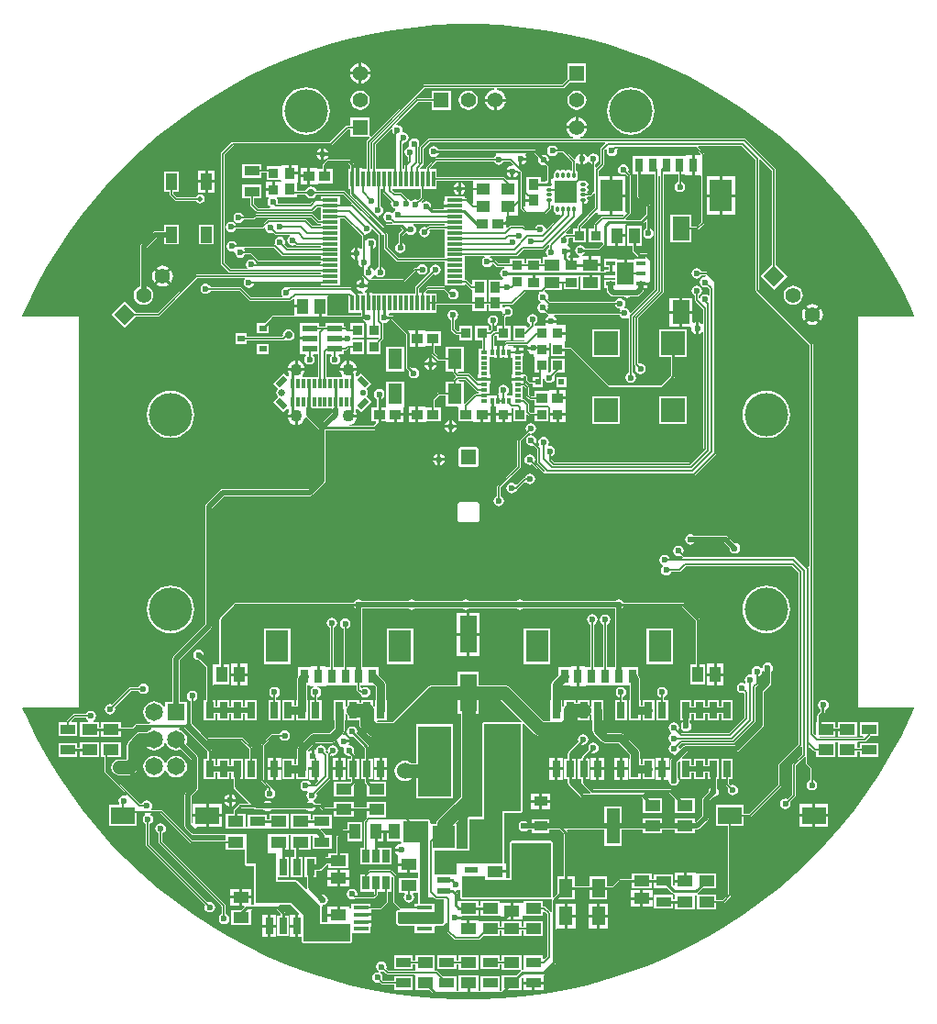
<source format=gtl>
G04*
G04 #@! TF.GenerationSoftware,Altium Limited,Altium Designer,20.0.13 (296)*
G04*
G04 Layer_Physical_Order=1*
G04 Layer_Color=255*
%FSLAX25Y25*%
%MOIN*%
G70*
G01*
G75*
%ADD13C,0.00600*%
%ADD15C,0.01000*%
%ADD17C,0.00500*%
%ADD18C,0.00800*%
%ADD20R,0.03937X0.05906*%
%ADD21R,0.12008X0.25591*%
%ADD22R,0.01181X0.05807*%
%ADD23R,0.05807X0.01181*%
%ADD24R,0.01181X0.03347*%
G04:AMPARAMS|DCode=25|XSize=40.55mil|YSize=19.68mil|CornerRadius=0mil|HoleSize=0mil|Usage=FLASHONLY|Rotation=225.000|XOffset=0mil|YOffset=0mil|HoleType=Round|Shape=Rectangle|*
%AMROTATEDRECTD25*
4,1,4,0.00738,0.02130,0.02130,0.00738,-0.00738,-0.02130,-0.02130,-0.00738,0.00738,0.02130,0.0*
%
%ADD25ROTATEDRECTD25*%

G04:AMPARAMS|DCode=26|XSize=40.55mil|YSize=19.68mil|CornerRadius=0mil|HoleSize=0mil|Usage=FLASHONLY|Rotation=135.000|XOffset=0mil|YOffset=0mil|HoleType=Round|Shape=Rectangle|*
%AMROTATEDRECTD26*
4,1,4,0.02130,-0.00738,0.00738,-0.02130,-0.02130,0.00738,-0.00738,0.02130,0.02130,-0.00738,0.0*
%
%ADD26ROTATEDRECTD26*%

%ADD27R,0.03150X0.05118*%
%ADD28R,0.08268X0.11811*%
%ADD29R,0.05512X0.03543*%
%ADD30R,0.02756X0.02362*%
%ADD31R,0.03819X0.04095*%
%ADD32R,0.07874X0.07874*%
%ADD33O,0.01181X0.02559*%
%ADD34O,0.02559X0.01181*%
%ADD35R,0.04764X0.04173*%
%ADD36R,0.05900X0.07900*%
%ADD37R,0.03200X0.01600*%
%ADD38R,0.03937X0.03347*%
%ADD39R,0.04095X0.03819*%
%ADD40R,0.05354X0.02362*%
%ADD41R,0.04016X0.05787*%
%ADD42R,0.02756X0.06004*%
%ADD43R,0.05709X0.03937*%
%ADD44R,0.04921X0.07087*%
%ADD45R,0.06299X0.08622*%
%ADD46R,0.05787X0.04016*%
%ADD47R,0.03543X0.03740*%
%ADD48R,0.03740X0.03543*%
%ADD49R,0.05158X0.03661*%
%ADD50R,0.05158X0.12756*%
%ADD51R,0.08622X0.06299*%
%ADD52R,0.08268X0.11811*%
%ADD53R,0.03150X0.05118*%
%ADD54R,0.06299X0.13780*%
%ADD55R,0.05118X0.07480*%
%ADD56R,0.02362X0.01181*%
%ADD57R,0.01181X0.02362*%
%ADD58R,0.08661X0.08661*%
%ADD59R,0.02362X0.02362*%
%ADD60R,0.02559X0.04724*%
%ADD61R,0.05807X0.01772*%
%ADD62R,0.03937X0.05709*%
%ADD63R,0.04724X0.02362*%
%ADD122C,0.02000*%
%ADD123C,0.03000*%
%ADD124C,0.05000*%
%ADD125C,0.04331*%
%ADD126C,0.02598*%
%ADD127C,0.02284*%
%ADD128C,0.05543*%
%ADD129R,0.05543X0.05543*%
%ADD130R,0.05543X0.05543*%
%ADD131P,0.07839X4X360.0*%
%ADD132P,0.07839X4X90.0*%
%ADD133R,0.06496X0.06496*%
%ADD134C,0.06496*%
%ADD135C,0.15748*%
%ADD136C,0.01890*%
%ADD137C,0.02362*%
%ADD138C,0.03000*%
%ADD139C,0.06000*%
%ADD140C,0.02756*%
G36*
X11843Y176813D02*
X19713Y176110D01*
X27543Y175056D01*
X35318Y173654D01*
X43023Y171907D01*
X50643Y169819D01*
X58162Y167393D01*
X65565Y164634D01*
X72838Y161548D01*
X79966Y158141D01*
X86936Y154419D01*
X93732Y150391D01*
X100343Y146063D01*
X106753Y141446D01*
X112952Y136547D01*
X118926Y131377D01*
X124663Y125945D01*
X130153Y120263D01*
X135385Y114342D01*
X140347Y108194D01*
X145030Y101831D01*
X149424Y95266D01*
X153522Y88511D01*
X157315Y81580D01*
X160795Y74487D01*
X162192Y71285D01*
X161918Y70866D01*
X141732D01*
Y-70866D01*
X161918Y-70866D01*
X162192Y-71285D01*
X160795Y-74487D01*
X157315Y-81580D01*
X153522Y-88511D01*
X149424Y-95266D01*
X145030Y-101831D01*
X140347Y-108194D01*
X135385Y-114342D01*
X130153Y-120263D01*
X124663Y-125945D01*
X118926Y-131377D01*
X112952Y-136547D01*
X106753Y-141446D01*
X100343Y-146063D01*
X93732Y-150391D01*
X86936Y-154419D01*
X79966Y-158141D01*
X72838Y-161548D01*
X65565Y-164634D01*
X58162Y-167393D01*
X50643Y-169819D01*
X43023Y-171907D01*
X35318Y-173654D01*
X27543Y-175056D01*
X19713Y-176110D01*
X11843Y-176813D01*
X3950Y-177165D01*
X-3950Y-177165D01*
X-11843Y-176813D01*
X-19713Y-176110D01*
X-27543Y-175056D01*
X-35318Y-173654D01*
X-43023Y-171907D01*
X-50643Y-169819D01*
X-58162Y-167393D01*
X-65565Y-164634D01*
X-72838Y-161548D01*
X-79966Y-158141D01*
X-86936Y-154419D01*
X-93732Y-150391D01*
X-100343Y-146063D01*
X-106753Y-141446D01*
X-112952Y-136547D01*
X-118926Y-131377D01*
X-124663Y-125945D01*
X-130153Y-120263D01*
X-135385Y-114342D01*
X-140347Y-108194D01*
X-145030Y-101831D01*
X-149424Y-95266D01*
X-153522Y-88511D01*
X-157315Y-81580D01*
X-160795Y-74487D01*
X-162192Y-71285D01*
X-161918Y-70866D01*
X-141732D01*
Y70866D01*
X-161918D01*
X-162192Y71285D01*
X-160795Y74487D01*
X-157315Y81580D01*
X-153522Y88511D01*
X-149424Y95266D01*
X-145030Y101831D01*
X-140347Y108194D01*
X-135385Y114342D01*
X-130153Y120263D01*
X-124663Y125945D01*
X-118926Y131377D01*
X-112952Y136547D01*
X-106753Y141446D01*
X-100343Y146063D01*
X-93732Y150391D01*
X-86936Y154419D01*
X-79966Y158141D01*
X-72838Y161548D01*
X-65565Y164634D01*
X-58162Y167393D01*
X-50643Y169819D01*
X-43023Y171907D01*
X-35318Y173654D01*
X-27543Y175056D01*
X-19713Y176110D01*
X-11843Y176813D01*
X-3950Y177165D01*
X3950D01*
X11843Y176813D01*
D02*
G37*
%LPC*%
G36*
X-38870Y163187D02*
Y159949D01*
X-35632D01*
X-35695Y160433D01*
X-36075Y161351D01*
X-36680Y162139D01*
X-37468Y162743D01*
X-38385Y163123D01*
X-38870Y163187D01*
D02*
G37*
G36*
X-39870Y163187D02*
X-40355Y163123D01*
X-41272Y162743D01*
X-42060Y162139D01*
X-42665Y161351D01*
X-43045Y160433D01*
X-43108Y159949D01*
X-39870D01*
Y163187D01*
D02*
G37*
G36*
Y158949D02*
X-43108D01*
X-43045Y158464D01*
X-42665Y157547D01*
X-42060Y156759D01*
X-41272Y156154D01*
X-40355Y155774D01*
X-39870Y155710D01*
Y158949D01*
D02*
G37*
G36*
X-35632D02*
X-38870D01*
Y155710D01*
X-38385Y155774D01*
X-37468Y156154D01*
X-36680Y156759D01*
X-36075Y157547D01*
X-35695Y158464D01*
X-35632Y158949D01*
D02*
G37*
G36*
X42842Y162920D02*
X35898D01*
Y156896D01*
X34160Y155157D01*
X-16272D01*
X-16731Y154967D01*
X-35398Y136300D01*
X-35898Y136507D01*
X-35898Y136703D01*
Y143235D01*
X-42842D01*
Y140413D01*
X-44098D01*
X-44558Y140223D01*
X-50324Y134457D01*
X-85643D01*
X-86102Y134266D01*
X-89859Y130509D01*
X-90049Y130050D01*
Y90400D01*
X-89859Y89941D01*
X-87058Y87139D01*
X-86598Y86949D01*
X-53753D01*
Y86279D01*
X-98920D01*
X-99379Y86089D01*
X-113039Y72430D01*
X-120810D01*
X-125070Y76690D01*
X-129980Y71780D01*
X-125070Y66871D01*
X-120810Y71131D01*
X-112770D01*
X-112310Y71321D01*
X-98651Y84980D01*
X-81445D01*
X-81260Y84481D01*
X-81592Y83982D01*
X-81738Y83248D01*
X-81592Y82514D01*
X-81177Y81892D01*
X-80554Y81476D01*
X-79821Y81330D01*
X-79087Y81476D01*
X-78464Y81892D01*
X-78048Y82514D01*
X-77969Y82914D01*
X-53753D01*
Y82371D01*
X-46546D01*
Y86308D01*
Y90857D01*
X-46546D01*
Y92213D01*
X-46546D01*
Y96150D01*
Y100087D01*
Y104637D01*
X-46546D01*
Y105993D01*
X-46546D01*
Y106742D01*
X-45086D01*
X-38628Y100284D01*
Y95599D01*
X-38699Y95578D01*
X-39128Y95482D01*
X-39814Y95940D01*
X-40165Y96010D01*
Y93886D01*
Y91606D01*
X-39905Y91303D01*
X-40005Y90803D01*
X-39859Y90069D01*
X-39443Y89447D01*
X-38821Y89031D01*
X-38772Y89022D01*
Y85892D01*
X-38772Y85892D01*
X-38614Y85510D01*
X-37960Y84856D01*
X-38100Y84595D01*
Y82750D01*
X-36476D01*
X-36545Y83101D01*
X-36244Y83549D01*
X-23524D01*
X-23524Y83549D01*
X-23141Y83708D01*
X-19299Y87549D01*
X-18551D01*
X-18512Y87357D01*
X-18096Y86734D01*
X-17474Y86319D01*
X-16740Y86173D01*
X-16006Y86319D01*
X-15384Y86734D01*
X-14968Y87357D01*
X-14822Y88090D01*
X-14968Y88824D01*
X-15384Y89447D01*
X-16006Y89863D01*
X-16740Y90008D01*
X-17474Y89863D01*
X-18096Y89447D01*
X-18512Y88824D01*
X-18551Y88632D01*
X-19524D01*
X-19906Y88473D01*
X-19906Y88473D01*
X-23748Y84632D01*
X-35252D01*
X-35304Y84773D01*
X-35336Y85132D01*
X-34794Y85494D01*
X-34378Y86116D01*
X-34349Y86263D01*
X-33978Y86321D01*
X-33831Y86305D01*
X-33439Y85719D01*
X-32817Y85303D01*
X-32083Y85157D01*
X-31349Y85303D01*
X-30727Y85719D01*
X-30311Y86341D01*
X-30165Y87075D01*
X-30311Y87809D01*
X-30727Y88431D01*
X-31349Y88847D01*
X-31541Y88885D01*
Y100713D01*
X-31056Y100934D01*
X-30701Y100580D01*
Y96052D01*
X-30511Y95592D01*
X-25995Y91076D01*
X-25535Y90886D01*
X-9060D01*
X-8572Y90857D01*
Y86308D01*
Y82371D01*
X-1365D01*
Y82731D01*
X-865Y82938D01*
X802Y81271D01*
Y81271D01*
X1185Y81112D01*
X1328Y80650D01*
Y78906D01*
X1328D01*
Y78574D01*
X1328D01*
Y76368D01*
X-6009D01*
X-6028Y76376D01*
X-6028Y76376D01*
X-11505D01*
Y79438D01*
X-15364D01*
X-15555Y79900D01*
X-14715Y80740D01*
X-8756D01*
X-7368Y79352D01*
X-7418Y79100D01*
X-7272Y78366D01*
X-6856Y77744D01*
X-6234Y77328D01*
X-5500Y77182D01*
X-4766Y77328D01*
X-4144Y77744D01*
X-3728Y78366D01*
X-3582Y79100D01*
X-3728Y79834D01*
X-4144Y80456D01*
X-4766Y80872D01*
X-5500Y81018D01*
X-6234Y80872D01*
X-6856Y80456D01*
X-6933Y80449D01*
X-8149Y81664D01*
X-8531Y81823D01*
X-8531Y81823D01*
X-14939D01*
X-15322Y81664D01*
X-15322Y81664D01*
X-17115Y79871D01*
X-17175Y79726D01*
X-17735Y79581D01*
X-18051Y79792D01*
Y81105D01*
X-12845Y86311D01*
X-12773Y86264D01*
X-12039Y86118D01*
X-11305Y86264D01*
X-10683Y86679D01*
X-10267Y87301D01*
X-10121Y88035D01*
X-10267Y88769D01*
X-10683Y89392D01*
X-11305Y89807D01*
X-12039Y89953D01*
X-12773Y89807D01*
X-13396Y89392D01*
X-13811Y88769D01*
X-13957Y88035D01*
X-13811Y87301D01*
X-13763Y87230D01*
X-19160Y81833D01*
X-19350Y81374D01*
Y79438D01*
X-19991D01*
Y79438D01*
X-21347D01*
Y79438D01*
X-33771D01*
Y79438D01*
X-34827D01*
Y79738D01*
X-35917D01*
Y75835D01*
X-36917D01*
Y79738D01*
X-37557D01*
X-37602Y79738D01*
X-37683Y79989D01*
X-37683Y80026D01*
X-37685Y80238D01*
X-37027Y80677D01*
X-36545Y81399D01*
X-36476Y81750D01*
X-40724D01*
X-40655Y81399D01*
X-40172Y80677D01*
X-39451Y80195D01*
X-38756Y80057D01*
X-38486Y79679D01*
X-38443Y79548D01*
X-38495Y79438D01*
X-40259D01*
X-42254Y81433D01*
X-42637Y81591D01*
X-42637Y81591D01*
X-64808D01*
X-64808Y81591D01*
X-65190Y81433D01*
X-65406Y81489D01*
X-66140Y81636D01*
X-66874Y81489D01*
X-67496Y81074D01*
X-67912Y80452D01*
X-68058Y79718D01*
X-67912Y78984D01*
X-67589Y78499D01*
X-67786Y77999D01*
X-79038D01*
X-82592Y81554D01*
X-83051Y81744D01*
X-93762D01*
X-93779Y81828D01*
X-94195Y82451D01*
X-94817Y82866D01*
X-95551Y83012D01*
X-96285Y82866D01*
X-96907Y82451D01*
X-97323Y81828D01*
X-97469Y81094D01*
X-97323Y80361D01*
X-96907Y79738D01*
X-96285Y79322D01*
X-95551Y79176D01*
X-94817Y79322D01*
X-94195Y79738D01*
X-93779Y80361D01*
X-93762Y80445D01*
X-83320D01*
X-79766Y76891D01*
X-79307Y76701D01*
X-64827D01*
X-64368Y76891D01*
X-63745Y77513D01*
X-63283Y77322D01*
Y75303D01*
X-60276D01*
Y74303D01*
X-63283D01*
Y71264D01*
X-70985D01*
X-71259Y71209D01*
X-71490Y71055D01*
X-73931Y68613D01*
X-76881D01*
Y64851D01*
X-72725D01*
Y67801D01*
X-70690Y69836D01*
X-38276D01*
X-38272Y69816D01*
X-37856Y69194D01*
X-37295Y68819D01*
X-37240Y68774D01*
X-36920Y68430D01*
X-36920D01*
Y63375D01*
X-32784D01*
X-32568Y62891D01*
X-32789Y62609D01*
X-36920D01*
Y57469D01*
X-31977D01*
Y61921D01*
X-31256Y62642D01*
X-31256Y62642D01*
X-31113Y62987D01*
X-31113Y62987D01*
Y68254D01*
X-30811Y68598D01*
X-30687Y68679D01*
X-30512Y68644D01*
X-29778Y68790D01*
X-29156Y69206D01*
X-28740Y69828D01*
X-28736Y69848D01*
X-27907D01*
X-22764Y64704D01*
Y52650D01*
X-22709Y52377D01*
X-22555Y52145D01*
X-21610Y51201D01*
X-21622Y51184D01*
X-21768Y50450D01*
X-21622Y49716D01*
X-21206Y49094D01*
X-20584Y48678D01*
X-19850Y48532D01*
X-19116Y48678D01*
X-18494Y49094D01*
X-18078Y49716D01*
X-17932Y50450D01*
X-18078Y51184D01*
X-18494Y51806D01*
X-19116Y52222D01*
X-19850Y52368D01*
X-20584Y52222D01*
X-20601Y52210D01*
X-21336Y52946D01*
Y60083D01*
X-19162D01*
Y62992D01*
Y65902D01*
X-21709D01*
X-21709Y65902D01*
Y65902D01*
X-22133Y66093D01*
X-27107Y71066D01*
X-27339Y71221D01*
X-27612Y71276D01*
X-28736D01*
X-28740Y71296D01*
X-29031Y71731D01*
X-28793Y72231D01*
X-21960D01*
Y72231D01*
X-19379D01*
Y72231D01*
X-11505D01*
Y75293D01*
X-6039D01*
X-6020Y75286D01*
X1328D01*
Y73080D01*
X6547D01*
Y75286D01*
X7233D01*
Y73080D01*
X12097D01*
X12350Y72772D01*
X12496Y72038D01*
X12605Y71874D01*
X12393Y71662D01*
X12234Y71280D01*
X12234Y71280D01*
Y67531D01*
X10324D01*
Y65502D01*
X9800D01*
X9595Y65693D01*
X9430Y65916D01*
X9466Y66004D01*
Y67745D01*
X9659Y67783D01*
X10281Y68199D01*
X10697Y68821D01*
X10843Y69555D01*
X10697Y70289D01*
X10281Y70911D01*
X9659Y71327D01*
X8925Y71473D01*
X8191Y71327D01*
X7569Y70911D01*
X7153Y70289D01*
X7007Y69555D01*
X7153Y68821D01*
X7569Y68199D01*
X8191Y67783D01*
X8384Y67745D01*
Y66228D01*
X7893Y65737D01*
X7393Y65944D01*
Y67531D01*
X2450D01*
Y62391D01*
X5167D01*
Y59361D01*
X3828D01*
Y54812D01*
Y49819D01*
X3528D01*
Y48728D01*
X5709D01*
X7890D01*
Y49819D01*
X7590D01*
Y52843D01*
Y56190D01*
X9236D01*
Y55890D01*
X10327D01*
Y58071D01*
Y60252D01*
X9399D01*
Y63858D01*
X9824Y64283D01*
X10324Y64089D01*
Y62391D01*
X15267D01*
Y67531D01*
X13317D01*
Y70572D01*
X13330Y70599D01*
X13817Y70943D01*
X14268Y70854D01*
X15002Y71000D01*
X15624Y71415D01*
X16040Y72038D01*
X16186Y72772D01*
X16040Y73506D01*
X15624Y74128D01*
X15002Y74544D01*
X14268Y74690D01*
X13534Y74544D01*
X12952Y74155D01*
X12752Y74202D01*
X12452Y74340D01*
Y75286D01*
X15827D01*
X15827Y75286D01*
X16209Y75444D01*
X20669Y79904D01*
X25611D01*
X25747Y79625D01*
X25801Y79404D01*
X25417Y78829D01*
X25271Y78095D01*
X25417Y77360D01*
X25833Y76738D01*
X26268Y76447D01*
X26276Y76211D01*
X26221Y75898D01*
X25664Y75525D01*
X25248Y74903D01*
X25102Y74169D01*
X25248Y73435D01*
X25664Y72813D01*
X26286Y72397D01*
X27020Y72251D01*
X27754Y72397D01*
X27917Y72506D01*
X28657Y71767D01*
X28982Y71632D01*
X29046Y71392D01*
X29055Y71108D01*
X28477Y70723D01*
X27995Y70001D01*
X27926Y69650D01*
X32174D01*
X32105Y70001D01*
X31622Y70723D01*
X31045Y71108D01*
X31197Y71608D01*
X54922D01*
X54960Y71416D01*
X55376Y70793D01*
X55998Y70378D01*
X56732Y70232D01*
X57466Y70378D01*
X57925Y70684D01*
X58425Y70466D01*
Y50580D01*
X58341Y50563D01*
X57719Y50147D01*
X57303Y49525D01*
X57157Y48791D01*
X57303Y48057D01*
X57719Y47435D01*
X58341Y47019D01*
X59075Y46873D01*
X59809Y47019D01*
X60431Y47435D01*
X60847Y48057D01*
X60993Y48791D01*
X60847Y49525D01*
X60431Y50147D01*
X59809Y50563D01*
X59724Y50580D01*
Y71101D01*
X68971Y80348D01*
X69161Y80807D01*
Y122105D01*
X69359Y122222D01*
X69713Y122033D01*
Y80222D01*
X60533Y71042D01*
X60343Y70583D01*
Y53484D01*
X60533Y53025D01*
X60811Y52747D01*
X60764Y52675D01*
X60618Y51941D01*
X60764Y51207D01*
X61179Y50585D01*
X61801Y50169D01*
X62535Y50023D01*
X63269Y50169D01*
X63892Y50585D01*
X64307Y51207D01*
X64453Y51941D01*
X64307Y52675D01*
X63892Y53297D01*
X63269Y53713D01*
X62535Y53859D01*
X62142Y53781D01*
X61642Y54162D01*
Y70314D01*
X70821Y79493D01*
X71012Y79953D01*
Y122698D01*
X74052D01*
X74180Y122698D01*
X74552D01*
X74680Y122698D01*
X76384D01*
Y119889D01*
X76191Y119851D01*
X75569Y119435D01*
X75153Y118813D01*
X75007Y118079D01*
X75153Y117345D01*
X75569Y116723D01*
X76191Y116307D01*
X76925Y116161D01*
X77659Y116307D01*
X78281Y116723D01*
X78697Y117345D01*
X78843Y118079D01*
X78697Y118813D01*
X78281Y119435D01*
X77659Y119851D01*
X77466Y119889D01*
Y122698D01*
X78798D01*
X79173Y122398D01*
X79477Y122398D01*
X81248D01*
Y125957D01*
Y129516D01*
X79477D01*
X79173Y129516D01*
X78798Y129216D01*
X78673D01*
X74680D01*
X74552Y129216D01*
X74180D01*
X74052Y129216D01*
X69759D01*
X69631Y129216D01*
X69259D01*
X69131Y129216D01*
X64838D01*
X64710Y129216D01*
X64338D01*
X64209Y129216D01*
X59788D01*
Y122698D01*
X61349D01*
Y114687D01*
X61404Y114414D01*
X61558Y114182D01*
X64736Y111004D01*
Y108146D01*
X62604Y106014D01*
X57236D01*
X57029Y106514D01*
X58833Y108317D01*
X58991Y108700D01*
X58991Y108700D01*
Y122250D01*
X58991Y122250D01*
X58833Y122633D01*
X57963Y123503D01*
X58072Y123666D01*
X58218Y124400D01*
X58072Y125134D01*
X57656Y125756D01*
X57034Y126172D01*
X56300Y126318D01*
X55566Y126172D01*
X54944Y125756D01*
X54528Y125134D01*
X54382Y124400D01*
X54528Y123666D01*
X54944Y123044D01*
X55566Y122628D01*
X56300Y122482D01*
X57034Y122628D01*
X57197Y122737D01*
X57909Y122026D01*
Y108999D01*
X57640Y108784D01*
X57157Y108998D01*
Y114433D01*
X52524D01*
Y108028D01*
X56359D01*
X56550Y107566D01*
X56126Y107141D01*
X48550D01*
X48167Y106983D01*
X45877Y104692D01*
X45719Y104310D01*
X45719Y104310D01*
Y102964D01*
X43788D01*
Y97824D01*
X48536D01*
X48731Y97824D01*
X49036Y97450D01*
Y97396D01*
X47354Y95714D01*
X42426D01*
X42422Y95734D01*
X42006Y96356D01*
X41384Y96772D01*
X40650Y96918D01*
X39916Y96772D01*
X39294Y96356D01*
X38878Y95734D01*
X38732Y95000D01*
X38878Y94266D01*
X39294Y93644D01*
X39916Y93228D01*
X39937Y93224D01*
X40232Y92744D01*
X40144Y92499D01*
X40093Y92437D01*
X37902D01*
Y89764D01*
X36902D01*
Y92437D01*
X36514D01*
X36362Y92937D01*
X36573Y93077D01*
X37055Y93799D01*
X37124Y94150D01*
X35000D01*
Y95150D01*
X37124D01*
X37055Y95501D01*
X36573Y96223D01*
X36004Y96602D01*
X35937Y97158D01*
X35939Y97160D01*
X36355Y97782D01*
X36501Y98516D01*
X36355Y99250D01*
X36319Y99303D01*
X36555Y99744D01*
X37883D01*
Y97824D01*
X42826D01*
Y102964D01*
X41004D01*
Y103485D01*
X46428Y108909D01*
X46890Y108718D01*
Y108028D01*
X51524D01*
Y114933D01*
Y121839D01*
X47469D01*
Y124126D01*
X49091Y125748D01*
X49281Y126207D01*
Y131446D01*
X49794Y131958D01*
X49892Y131941D01*
X50284Y131371D01*
X50239Y131150D01*
X50385Y130416D01*
X50801Y129793D01*
X51424Y129378D01*
X52157Y129232D01*
X52891Y129378D01*
X53514Y129793D01*
X53929Y130416D01*
X54075Y131150D01*
X54021Y131423D01*
X54338Y131809D01*
X82575D01*
X84401Y129983D01*
X84161Y129516D01*
X82248D01*
Y125957D01*
Y122398D01*
X84179D01*
X84323Y122398D01*
X84679Y122051D01*
Y105336D01*
X82965Y103621D01*
X81192D01*
Y108091D01*
X73493D01*
Y98069D01*
X81192D01*
Y102539D01*
X83189D01*
X83189Y102539D01*
X83572Y102697D01*
X85603Y104729D01*
X85762Y105112D01*
Y129929D01*
X85762Y129929D01*
X85603Y130312D01*
X83414Y132501D01*
X83621Y133001D01*
X99466D01*
X104347Y128120D01*
Y80519D01*
X104538Y80060D01*
X123914Y60684D01*
X123914Y-19847D01*
X123414Y-20054D01*
X119166Y-15806D01*
X118783Y-15648D01*
X118783Y-15648D01*
X78630D01*
X78041Y-15059D01*
X78150Y-14895D01*
X78296Y-14161D01*
X78150Y-13427D01*
X77734Y-12805D01*
X77112Y-12389D01*
X76378Y-12244D01*
X75644Y-12389D01*
X75022Y-12805D01*
X74606Y-13427D01*
X74460Y-14161D01*
X74606Y-14895D01*
X75022Y-15518D01*
X75644Y-15933D01*
X76378Y-16079D01*
X77112Y-15933D01*
X77275Y-15824D01*
X77902Y-16451D01*
X77731Y-16951D01*
X73192D01*
X73154Y-16758D01*
X72738Y-16136D01*
X72116Y-15720D01*
X71382Y-15574D01*
X70648Y-15720D01*
X70026Y-16136D01*
X69610Y-16758D01*
X69464Y-17492D01*
X69610Y-18226D01*
X70026Y-18848D01*
X70591Y-19226D01*
X70657Y-19512D01*
X70666Y-19777D01*
X70589Y-19829D01*
X70173Y-20451D01*
X70027Y-21185D01*
X70173Y-21919D01*
X70589Y-22541D01*
X71211Y-22957D01*
X71945Y-23103D01*
X72679Y-22957D01*
X73301Y-22541D01*
X73717Y-21919D01*
X73755Y-21726D01*
X76622D01*
X76622Y-21726D01*
X77005Y-21568D01*
X79004Y-19569D01*
X117654D01*
X120105Y-22019D01*
Y-84303D01*
X112854Y-91554D01*
X112695Y-91936D01*
X112695Y-91937D01*
Y-98989D01*
X101990Y-109695D01*
X99948D01*
Y-106386D01*
X89926D01*
Y-114086D01*
X94396D01*
Y-138939D01*
X92340Y-140994D01*
X90168D01*
Y-138867D01*
X83510D01*
X83457Y-138867D01*
X83388Y-138637D01*
X83387Y-138636D01*
X83349Y-138511D01*
X83577Y-138102D01*
X84955Y-136724D01*
X90168D01*
Y-131387D01*
X83094D01*
X83060Y-131387D01*
X82594Y-131303D01*
Y-131087D01*
X79240D01*
Y-134055D01*
X78740D01*
Y-134555D01*
X74886D01*
Y-135826D01*
X74386Y-136093D01*
X74322Y-136051D01*
Y-131583D01*
X67410D01*
Y-133341D01*
X66586D01*
Y-131347D01*
X59398D01*
Y-133341D01*
X55195D01*
X54922Y-133396D01*
X54690Y-133550D01*
X52340Y-135900D01*
X50405D01*
Y-132371D01*
X44083D01*
Y-135900D01*
X38594D01*
Y-132371D01*
X36147D01*
Y-116606D01*
X36092Y-116333D01*
X35938Y-116102D01*
X35695Y-115859D01*
X35886Y-115397D01*
X49261D01*
Y-121251D01*
X55818D01*
Y-115397D01*
X63375D01*
Y-116842D01*
X70483D01*
Y-115397D01*
X75186D01*
Y-116842D01*
X82294D01*
Y-115397D01*
X83027D01*
X83495Y-115304D01*
X83892Y-115038D01*
X87065Y-111865D01*
X87330Y-111468D01*
X87423Y-111000D01*
Y-105057D01*
X88958Y-103523D01*
X89114Y-103554D01*
X89848Y-103408D01*
X90470Y-102992D01*
X90886Y-102370D01*
X91032Y-101636D01*
X90886Y-100902D01*
X90470Y-100280D01*
X90338Y-100191D01*
Y-97056D01*
X91192D01*
Y-89652D01*
X87036D01*
Y-92131D01*
X86192D01*
Y-89652D01*
X82036D01*
Y-92131D01*
X81192D01*
Y-89652D01*
X77781D01*
X77590Y-89190D01*
X79607Y-87173D01*
X97500D01*
X97968Y-87080D01*
X98365Y-86815D01*
X107015Y-78165D01*
X107280Y-77768D01*
X107373Y-77300D01*
Y-65307D01*
X109665Y-63015D01*
X109930Y-62618D01*
X110023Y-62150D01*
Y-58045D01*
X110156Y-57956D01*
X110572Y-57334D01*
X110718Y-56600D01*
X110572Y-55866D01*
X110156Y-55244D01*
X109534Y-54828D01*
X108800Y-54682D01*
X108066Y-54828D01*
X107444Y-55244D01*
X107028Y-55866D01*
X106885Y-56585D01*
X106834Y-56617D01*
X106405Y-56767D01*
X106256Y-56544D01*
X105634Y-56128D01*
X104900Y-55982D01*
X104166Y-56128D01*
X103544Y-56544D01*
X103128Y-57166D01*
X102982Y-57900D01*
X103128Y-58634D01*
X103161Y-58684D01*
X102860Y-59134D01*
X102350Y-59032D01*
X101616Y-59178D01*
X100994Y-59594D01*
X100578Y-60216D01*
X100432Y-60950D01*
X100578Y-61684D01*
X100706Y-61875D01*
X100346Y-62236D01*
X100184Y-62128D01*
X99450Y-61982D01*
X98716Y-62128D01*
X98094Y-62544D01*
X97678Y-63166D01*
X97532Y-63900D01*
X97678Y-64634D01*
X98094Y-65256D01*
X98716Y-65672D01*
X99450Y-65818D01*
X99959Y-65717D01*
X100407Y-66010D01*
X100459Y-66088D01*
Y-74776D01*
X94826Y-80409D01*
X77524D01*
X76413Y-79297D01*
X76522Y-79134D01*
X76668Y-78400D01*
X76522Y-77666D01*
X76106Y-77044D01*
X75484Y-76628D01*
X74750Y-76482D01*
X74016Y-76628D01*
X73394Y-77044D01*
X72978Y-77666D01*
X72832Y-78400D01*
X72978Y-79134D01*
X73394Y-79756D01*
X73768Y-80006D01*
Y-80594D01*
X73394Y-80844D01*
X72978Y-81466D01*
X72832Y-82200D01*
X72978Y-82934D01*
X73394Y-83556D01*
X73768Y-83806D01*
Y-84394D01*
X73394Y-84644D01*
X72978Y-85266D01*
X72832Y-86000D01*
X72978Y-86734D01*
X73394Y-87356D01*
X74016Y-87772D01*
X74704Y-87909D01*
X74810Y-88079D01*
X74927Y-88393D01*
X73785Y-89535D01*
X73520Y-89932D01*
X73427Y-90400D01*
Y-95688D01*
X73370Y-95755D01*
X73064Y-95672D01*
X72870Y-95495D01*
Y-93854D01*
X70992D01*
Y-97356D01*
X72532D01*
X72732Y-97600D01*
X72878Y-98334D01*
X73294Y-98956D01*
X73916Y-99372D01*
X74650Y-99518D01*
X75384Y-99372D01*
X76006Y-98956D01*
X76422Y-98334D01*
X76568Y-97600D01*
X76422Y-96866D01*
X76006Y-96244D01*
X75874Y-96155D01*
Y-90907D01*
X76574Y-90206D01*
X77036Y-90397D01*
Y-97056D01*
X81192D01*
Y-94578D01*
X82036D01*
Y-97056D01*
X86192D01*
Y-94578D01*
X87036D01*
Y-97056D01*
X87891D01*
Y-100191D01*
X87758Y-100280D01*
X87342Y-100902D01*
X87196Y-101636D01*
X87227Y-101792D01*
X85335Y-103685D01*
X85070Y-104082D01*
X84977Y-104550D01*
Y-110493D01*
X82794Y-112675D01*
X82294Y-112468D01*
Y-111505D01*
X75186D01*
Y-112950D01*
X70483D01*
Y-111505D01*
X63375D01*
Y-112950D01*
X55818D01*
Y-107095D01*
X49261D01*
Y-112950D01*
X29480D01*
Y-111643D01*
X22922D01*
Y-112950D01*
X21595D01*
X21506Y-112817D01*
X20884Y-112401D01*
X20150Y-112255D01*
X19416Y-112401D01*
X18794Y-112817D01*
X18378Y-113439D01*
X18232Y-114173D01*
X18378Y-114907D01*
X18794Y-115529D01*
X19416Y-115945D01*
X20150Y-116091D01*
X20884Y-115945D01*
X21506Y-115529D01*
X21595Y-115397D01*
X22922D01*
Y-116704D01*
X29480D01*
Y-115397D01*
X33214D01*
X34719Y-116902D01*
Y-132371D01*
X32272D01*
Y-138766D01*
X31164Y-139874D01*
X30664Y-139667D01*
Y-120200D01*
X30609Y-119927D01*
X30455Y-119695D01*
X30223Y-119541D01*
X29950Y-119486D01*
X15850D01*
X15577Y-119541D01*
X15345Y-119695D01*
X15191Y-119927D01*
X15136Y-120200D01*
Y-132986D01*
X13736D01*
Y-131169D01*
X9843D01*
Y-130169D01*
X13736D01*
Y-127661D01*
X13114D01*
X13064Y-127600D01*
Y-109414D01*
X18830D01*
X18899Y-109400D01*
X18969D01*
X19028Y-109388D01*
X19093Y-109361D01*
X19103Y-109359D01*
X19112Y-109353D01*
X19285Y-109282D01*
X19285Y-109282D01*
X19285Y-109282D01*
X19383Y-109183D01*
X19482Y-109085D01*
X19482Y-109085D01*
X19482Y-109085D01*
X19554Y-108912D01*
X19559Y-108903D01*
X19561Y-108893D01*
X19588Y-108828D01*
Y-108828D01*
X19588Y-108827D01*
X19600Y-108769D01*
X19600Y-108699D01*
X19614Y-108630D01*
Y-77685D01*
Y-77150D01*
X20053Y-76820D01*
X20151Y-76803D01*
X24074Y-80726D01*
X24638Y-81159D01*
X25295Y-81431D01*
X26000Y-81523D01*
X34550D01*
X35255Y-81431D01*
X35912Y-81159D01*
X36476Y-80726D01*
X38796Y-78406D01*
X39228Y-77842D01*
X39501Y-77185D01*
X39593Y-76480D01*
Y-76120D01*
X39792Y-75702D01*
X43948D01*
Y-73727D01*
X44229Y-73362D01*
X44292Y-73208D01*
X44792Y-73308D01*
Y-75702D01*
X45137D01*
Y-79370D01*
X45269Y-80033D01*
X45645Y-80596D01*
X48424Y-83376D01*
X48987Y-83751D01*
X49650Y-83883D01*
X54632D01*
X58759Y-88010D01*
Y-89652D01*
X58414D01*
Y-97056D01*
X62570D01*
Y-95088D01*
X63414D01*
Y-97056D01*
X67570D01*
Y-89652D01*
X63414D01*
Y-91621D01*
X62570D01*
Y-89652D01*
X62226D01*
Y-87292D01*
X62094Y-86629D01*
X61718Y-86067D01*
X56576Y-80924D01*
X56013Y-80549D01*
X55350Y-80417D01*
X50368D01*
X48603Y-78652D01*
Y-75702D01*
X48948D01*
Y-68298D01*
X44792D01*
Y-70692D01*
X44292Y-70792D01*
X44229Y-70638D01*
X43948Y-70273D01*
Y-68298D01*
X39792D01*
Y-69277D01*
X38948D01*
Y-68298D01*
X34792D01*
Y-70273D01*
X34512Y-70638D01*
X34448Y-70792D01*
X33948Y-70692D01*
Y-68298D01*
X33603D01*
Y-63434D01*
X34133Y-62905D01*
X36912D01*
X37287Y-63205D01*
X37591Y-63205D01*
X39362D01*
Y-59646D01*
Y-56087D01*
X37591D01*
X37287Y-56087D01*
X36912Y-56387D01*
X32666D01*
Y-59469D01*
X30645Y-61491D01*
X30269Y-62053D01*
X30137Y-62717D01*
Y-68298D01*
X29792D01*
Y-75702D01*
X29490Y-76077D01*
X27128D01*
X14874Y-63822D01*
X14310Y-63390D01*
X13653Y-63117D01*
X12948Y-63025D01*
X3850D01*
Y-58158D01*
X-3850D01*
Y-63025D01*
X-12948D01*
X-13653Y-63117D01*
X-14310Y-63390D01*
X-14874Y-63822D01*
X-27328Y-76277D01*
X-33186D01*
X-33236Y-76202D01*
X-32969Y-75702D01*
X-29792D01*
Y-68298D01*
X-30137D01*
Y-62717D01*
X-30269Y-62053D01*
X-30644Y-61491D01*
X-30644Y-61491D01*
X-32666Y-59469D01*
Y-56387D01*
X-37087D01*
X-37216Y-56387D01*
X-37587D01*
X-37716Y-56387D01*
X-38639D01*
Y-35106D01*
X-38506Y-35018D01*
X-38417Y-34885D01*
X-22061D01*
X-21973Y-35018D01*
X-21351Y-35433D01*
X-20617Y-35579D01*
X-19883Y-35433D01*
X-19261Y-35018D01*
X-19172Y-34885D01*
X-2378D01*
X-2290Y-35018D01*
X-1667Y-35433D01*
X-933Y-35579D01*
X-199Y-35433D01*
X423Y-35018D01*
X512Y-34885D01*
X17305D01*
X17394Y-35018D01*
X18016Y-35433D01*
X18750Y-35579D01*
X19484Y-35433D01*
X20106Y-35018D01*
X20195Y-34885D01*
X53181D01*
X53270Y-35018D01*
X53403Y-35106D01*
Y-56387D01*
X52479D01*
X52351Y-56387D01*
X51980D01*
X51851Y-56387D01*
X50230D01*
Y-40988D01*
X50423Y-40949D01*
X51045Y-40533D01*
X51461Y-39911D01*
X51607Y-39177D01*
X51461Y-38443D01*
X51045Y-37821D01*
X50423Y-37405D01*
X49689Y-37259D01*
X48955Y-37405D01*
X48333Y-37821D01*
X47917Y-38443D01*
X47771Y-39177D01*
X47917Y-39911D01*
X48333Y-40533D01*
X48955Y-40949D01*
X49148Y-40988D01*
Y-56387D01*
X47558D01*
X47430Y-56387D01*
X47058D01*
X46930Y-56387D01*
X45557D01*
Y-40912D01*
X45750Y-40874D01*
X46372Y-40458D01*
X46788Y-39836D01*
X46934Y-39102D01*
X46788Y-38368D01*
X46372Y-37746D01*
X45750Y-37330D01*
X45016Y-37184D01*
X44282Y-37330D01*
X43660Y-37746D01*
X43244Y-38368D01*
X43098Y-39102D01*
X43244Y-39836D01*
X43660Y-40458D01*
X44282Y-40874D01*
X44475Y-40912D01*
Y-56387D01*
X42813D01*
X42437Y-56087D01*
X42133Y-56087D01*
X40362D01*
Y-59646D01*
Y-63205D01*
X42133D01*
X42437Y-63205D01*
X42813Y-62905D01*
X42937D01*
X46930D01*
X47058Y-62905D01*
X47430D01*
X47558Y-62905D01*
X51851D01*
X51980Y-62905D01*
X52351D01*
X52479Y-62905D01*
X56772D01*
X56901Y-62905D01*
X57272D01*
X57401Y-62905D01*
X58759D01*
Y-68298D01*
X58414D01*
Y-75702D01*
X62570D01*
Y-73733D01*
X63414D01*
Y-75702D01*
X67570D01*
Y-68298D01*
X63414D01*
Y-70267D01*
X62570D01*
Y-68298D01*
X62226D01*
Y-60591D01*
X62226Y-60591D01*
X62094Y-59927D01*
X61822Y-59521D01*
Y-56387D01*
X57401D01*
X57272Y-56387D01*
X56901D01*
X56772Y-56387D01*
X55849D01*
Y-35106D01*
X55982Y-35018D01*
X56398Y-34395D01*
X56402Y-34375D01*
X77666D01*
X82711Y-39421D01*
Y-55461D01*
X80717D01*
Y-62649D01*
X86133D01*
Y-55461D01*
X84139D01*
Y-39125D01*
X84085Y-38852D01*
X83930Y-38620D01*
X78466Y-33157D01*
X78234Y-33002D01*
X77961Y-32948D01*
X56402D01*
X56398Y-32927D01*
X55982Y-32305D01*
X55360Y-31890D01*
X54626Y-31743D01*
X53892Y-31890D01*
X53270Y-32305D01*
X53181Y-32438D01*
X20195D01*
X20106Y-32305D01*
X19484Y-31890D01*
X18750Y-31743D01*
X18016Y-31890D01*
X17394Y-32305D01*
X17305Y-32438D01*
X512D01*
X423Y-32305D01*
X-199Y-31890D01*
X-933Y-31743D01*
X-1667Y-31890D01*
X-2290Y-32305D01*
X-2378Y-32438D01*
X-19172D01*
X-19261Y-32305D01*
X-19883Y-31890D01*
X-20617Y-31743D01*
X-21351Y-31890D01*
X-21973Y-32305D01*
X-22061Y-32438D01*
X-38417D01*
X-38506Y-32305D01*
X-39128Y-31890D01*
X-39862Y-31743D01*
X-40596Y-31890D01*
X-41218Y-32305D01*
X-41634Y-32927D01*
X-41638Y-32948D01*
X-84561D01*
X-84834Y-33002D01*
X-85066Y-33157D01*
X-90308Y-38399D01*
X-90462Y-38630D01*
X-90517Y-38903D01*
Y-55461D01*
X-92457D01*
X-92511Y-55461D01*
X-92981Y-55389D01*
X-92984Y-55374D01*
X-93249Y-54977D01*
X-96184Y-52042D01*
X-96153Y-51886D01*
X-96299Y-51152D01*
X-96715Y-50530D01*
X-97337Y-50114D01*
X-98071Y-49968D01*
X-98805Y-50114D01*
X-99427Y-50530D01*
X-99843Y-51152D01*
X-99989Y-51886D01*
X-99843Y-52620D01*
X-99427Y-53242D01*
X-98805Y-53658D01*
X-98071Y-53804D01*
X-97914Y-53773D01*
X-95338Y-56349D01*
Y-68298D01*
X-96192D01*
Y-75702D01*
X-92036D01*
Y-73224D01*
X-91192D01*
Y-75702D01*
X-87036D01*
Y-73224D01*
X-86192D01*
Y-75702D01*
X-82036D01*
Y-73224D01*
X-81192D01*
Y-75702D01*
X-77036D01*
Y-68298D01*
X-81192D01*
Y-70776D01*
X-82036D01*
Y-68298D01*
X-86192D01*
Y-70776D01*
X-87036D01*
Y-68298D01*
X-91192D01*
Y-70776D01*
X-92036D01*
Y-68298D01*
X-92891D01*
Y-62939D01*
X-92511Y-62649D01*
X-92391Y-62649D01*
X-87095D01*
Y-55461D01*
X-89089D01*
Y-39199D01*
X-84266Y-34375D01*
X-41638D01*
X-41634Y-34395D01*
X-41218Y-35018D01*
X-41086Y-35106D01*
Y-56387D01*
X-42009D01*
X-42137Y-56387D01*
X-42509D01*
X-42637Y-56387D01*
X-44230D01*
Y-42369D01*
X-44038Y-42331D01*
X-43415Y-41915D01*
X-43000Y-41293D01*
X-42854Y-40559D01*
X-43000Y-39825D01*
X-43415Y-39203D01*
X-44038Y-38787D01*
X-44772Y-38641D01*
X-45506Y-38787D01*
X-46128Y-39203D01*
X-46544Y-39825D01*
X-46690Y-40559D01*
X-46544Y-41293D01*
X-46128Y-41915D01*
X-45506Y-42331D01*
X-45313Y-42369D01*
Y-56387D01*
X-46930D01*
X-47058Y-56387D01*
X-47430D01*
X-47558Y-56387D01*
X-49089D01*
Y-42224D01*
X-48896Y-42185D01*
X-48274Y-41770D01*
X-47858Y-41147D01*
X-47712Y-40413D01*
X-47858Y-39679D01*
X-48274Y-39057D01*
X-48896Y-38641D01*
X-49630Y-38495D01*
X-50364Y-38641D01*
X-50986Y-39057D01*
X-51402Y-39679D01*
X-51548Y-40413D01*
X-51402Y-41147D01*
X-50986Y-41770D01*
X-50364Y-42185D01*
X-50171Y-42224D01*
Y-56387D01*
X-51675D01*
X-52051Y-56087D01*
X-52355Y-56087D01*
X-54126D01*
Y-59646D01*
X-55126D01*
Y-56087D01*
X-56897D01*
X-57201Y-56087D01*
X-57577Y-56387D01*
X-61822D01*
Y-59521D01*
X-62094Y-59927D01*
X-62226Y-60591D01*
Y-68298D01*
X-62570D01*
Y-70267D01*
X-63414D01*
Y-68298D01*
X-67570D01*
Y-75702D01*
X-63414D01*
Y-73733D01*
X-62570D01*
Y-75702D01*
X-58414D01*
Y-68298D01*
X-58759D01*
Y-62905D01*
X-57577D01*
X-57201Y-63205D01*
X-56158Y-63205D01*
X-56109Y-63705D01*
X-56226Y-63728D01*
X-56848Y-64144D01*
X-57264Y-64766D01*
X-57410Y-65500D01*
X-57264Y-66234D01*
X-56848Y-66856D01*
X-56226Y-67272D01*
X-56033Y-67310D01*
Y-68298D01*
X-57570D01*
Y-75702D01*
X-53414D01*
Y-68298D01*
X-54951D01*
Y-67310D01*
X-54758Y-67272D01*
X-54136Y-66856D01*
X-53720Y-66234D01*
X-53574Y-65500D01*
X-53720Y-64766D01*
X-54136Y-64144D01*
X-54758Y-63728D01*
X-54875Y-63705D01*
X-54826Y-63205D01*
X-52051Y-63205D01*
X-51675Y-62905D01*
X-51551D01*
X-47558D01*
X-47430Y-62905D01*
X-47058D01*
X-46930Y-62905D01*
X-42637D01*
X-42509Y-62905D01*
X-42137D01*
X-42009Y-62905D01*
X-40512D01*
Y-64588D01*
X-40321Y-65047D01*
X-39459Y-65909D01*
X-39369Y-65947D01*
X-39322Y-66184D01*
X-38906Y-66806D01*
X-38284Y-67222D01*
X-37550Y-67368D01*
X-36816Y-67222D01*
X-36194Y-66806D01*
X-35778Y-66184D01*
X-35632Y-65450D01*
X-35778Y-64716D01*
X-36194Y-64094D01*
X-36816Y-63678D01*
X-37550Y-63532D01*
X-38284Y-63678D01*
X-38713Y-63964D01*
X-39213Y-63721D01*
Y-62905D01*
X-37716D01*
X-37587Y-62905D01*
X-37216D01*
X-37087Y-62905D01*
X-34133D01*
X-33603Y-63435D01*
Y-68298D01*
X-33948D01*
Y-70692D01*
X-34448Y-70792D01*
X-34512Y-70638D01*
X-34792Y-70273D01*
Y-68298D01*
X-38948D01*
Y-69277D01*
X-39792D01*
Y-68298D01*
X-43948D01*
Y-70273D01*
X-44228Y-70638D01*
X-44292Y-70792D01*
X-44792Y-70692D01*
Y-68298D01*
X-48948D01*
Y-75702D01*
X-48603D01*
Y-78502D01*
X-50518Y-80417D01*
X-56450D01*
X-57113Y-80549D01*
X-57676Y-80924D01*
X-61718Y-84967D01*
X-62094Y-85529D01*
X-62226Y-86192D01*
Y-89652D01*
X-62570D01*
Y-91621D01*
X-63414D01*
Y-89652D01*
X-67570D01*
Y-97056D01*
X-63414D01*
Y-95088D01*
X-62570D01*
Y-97056D01*
X-58414D01*
Y-90993D01*
X-57914Y-90724D01*
X-57870Y-90753D01*
Y-92854D01*
X-55492D01*
Y-93354D01*
X-54992D01*
Y-97356D01*
X-54675D01*
X-54484Y-97818D01*
X-55624Y-98959D01*
X-57340D01*
X-57378Y-98766D01*
X-57794Y-98144D01*
X-58416Y-97728D01*
X-59150Y-97582D01*
X-59884Y-97728D01*
X-60506Y-98144D01*
X-60922Y-98766D01*
X-61068Y-99500D01*
X-60922Y-100234D01*
X-60506Y-100856D01*
X-59884Y-101272D01*
X-59150Y-101418D01*
X-58735Y-101335D01*
X-58434Y-101785D01*
X-58722Y-102216D01*
X-58868Y-102950D01*
X-58722Y-103684D01*
X-58306Y-104306D01*
X-57953Y-104542D01*
X-58059Y-105073D01*
X-58084Y-105078D01*
X-58706Y-105494D01*
X-58762Y-105577D01*
X-71639D01*
X-71694Y-105494D01*
X-72316Y-105078D01*
X-73050Y-104932D01*
X-73784Y-105078D01*
X-74406Y-105494D01*
X-74495Y-105626D01*
X-76593D01*
X-82891Y-99329D01*
Y-97056D01*
X-82036D01*
Y-89652D01*
X-86192D01*
Y-92131D01*
X-87036D01*
Y-89652D01*
X-91192D01*
Y-92131D01*
X-92036D01*
Y-89652D01*
X-93401D01*
Y-86665D01*
X-93455Y-86392D01*
X-93609Y-86161D01*
X-102488Y-77283D01*
X-102351Y-76783D01*
X-102351Y-76731D01*
Y-68887D01*
X-105076D01*
Y-53706D01*
X-93585Y-42215D01*
X-93320Y-41818D01*
X-93226Y-41350D01*
Y1467D01*
X-88902Y5792D01*
X-57610D01*
X-57142Y5885D01*
X-56745Y6151D01*
X-52308Y10588D01*
X-52043Y10984D01*
X-51950Y11453D01*
Y29778D01*
X-34408D01*
X-34135Y29833D01*
X-33903Y29987D01*
X-31936Y31954D01*
X-31782Y32186D01*
X-31727Y32459D01*
Y32824D01*
X-30037D01*
X-29661Y32524D01*
X-29318Y32524D01*
X-27114D01*
Y35433D01*
X-26614D01*
Y35933D01*
X-23567D01*
Y38077D01*
X-23316Y38473D01*
X-23316Y38739D01*
Y47354D01*
X-29834D01*
Y38771D01*
X-29834Y38473D01*
X-29985Y38084D01*
X-30037Y38043D01*
X-31727D01*
Y41024D01*
X-31707Y41028D01*
X-31085Y41444D01*
X-30669Y42066D01*
X-30523Y42800D01*
X-30669Y43534D01*
X-31085Y44156D01*
X-31707Y44572D01*
X-32441Y44718D01*
X-33175Y44572D01*
X-33797Y44156D01*
X-34213Y43534D01*
X-34359Y42800D01*
X-34213Y42066D01*
X-33797Y41444D01*
X-33175Y41028D01*
X-33155Y41024D01*
Y38043D01*
X-35188D01*
Y32824D01*
X-33793D01*
X-33586Y32324D01*
X-34703Y31206D01*
X-43243D01*
X-43276Y31706D01*
X-42875Y31759D01*
X-42105Y32078D01*
X-41443Y32585D01*
X-40936Y33246D01*
X-40617Y34016D01*
X-40574Y34343D01*
X-43701D01*
Y35342D01*
X-40574D01*
X-40617Y35669D01*
X-40936Y36439D01*
X-41110Y36666D01*
X-40966Y37228D01*
X-40732Y37366D01*
X-40256Y37383D01*
X-39124Y36250D01*
X-35266Y40108D01*
X-37065Y41907D01*
X-37058Y41979D01*
X-36651Y42588D01*
X-36508Y43307D01*
X-36651Y44026D01*
X-37058Y44635D01*
X-37065Y44707D01*
X-35266Y46506D01*
X-39124Y50364D01*
X-40256Y49232D01*
X-40732Y49248D01*
X-40966Y49386D01*
X-41110Y49948D01*
X-40936Y50175D01*
X-40617Y50945D01*
X-40574Y51272D01*
X-43701D01*
X-46828D01*
X-46785Y50945D01*
X-46466Y50175D01*
X-45958Y49514D01*
X-45872Y49448D01*
X-46042Y48948D01*
X-51678D01*
Y57371D01*
X-49935D01*
X-49783Y56871D01*
X-49880Y56806D01*
X-50296Y56184D01*
X-50442Y55450D01*
X-50296Y54716D01*
X-49880Y54094D01*
X-49258Y53678D01*
X-48524Y53532D01*
X-47790Y53678D01*
X-47167Y54094D01*
X-46752Y54716D01*
X-46606Y55450D01*
X-46752Y56184D01*
X-47167Y56806D01*
X-47264Y56871D01*
X-47113Y57371D01*
X-45147D01*
Y58765D01*
X-44698D01*
X-44354Y58908D01*
X-43709Y59552D01*
X-42826D01*
Y57469D01*
X-37883D01*
Y62609D01*
X-41868D01*
X-42182Y62992D01*
X-41868Y63375D01*
X-37883D01*
Y68515D01*
X-42826D01*
Y66432D01*
X-43643D01*
X-44288Y67077D01*
X-44632Y67219D01*
X-45147D01*
Y68613D01*
X-51901D01*
Y67219D01*
X-54398D01*
Y68613D01*
X-61153D01*
Y65173D01*
X-61453D01*
Y63492D01*
X-57776D01*
Y62492D01*
X-61453D01*
Y60811D01*
X-61153D01*
Y57371D01*
X-59187D01*
X-59035Y56871D01*
X-59132Y56806D01*
X-59548Y56184D01*
X-59693Y55450D01*
X-59548Y54716D01*
X-59132Y54094D01*
X-58510Y53678D01*
X-57776Y53532D01*
X-57042Y53678D01*
X-56419Y54094D01*
X-56004Y54716D01*
X-55858Y55450D01*
X-56004Y56184D01*
X-56419Y56806D01*
X-56516Y56871D01*
X-56365Y57371D01*
X-54621D01*
Y48948D01*
X-60257D01*
X-60427Y49448D01*
X-60341Y49514D01*
X-59834Y50175D01*
X-59515Y50945D01*
X-59472Y51272D01*
X-62599D01*
X-65725D01*
X-65682Y50945D01*
X-65363Y50175D01*
X-65189Y49948D01*
X-65333Y49386D01*
X-65567Y49248D01*
X-66044Y49232D01*
X-67176Y50364D01*
X-71033Y46506D01*
X-69348Y44821D01*
X-69355Y44748D01*
X-69797Y44087D01*
X-69952Y43307D01*
X-69797Y42527D01*
X-69355Y41866D01*
X-69348Y41793D01*
X-71033Y40108D01*
X-67176Y36250D01*
X-66044Y37383D01*
X-65567Y37366D01*
X-65333Y37228D01*
X-65189Y36666D01*
X-65363Y36439D01*
X-65682Y35669D01*
X-65725Y35342D01*
X-62599D01*
Y34843D01*
X-62098D01*
Y31716D01*
X-61772Y31759D01*
X-61002Y32078D01*
X-60341Y32585D01*
X-59834Y33246D01*
X-59515Y34016D01*
X-59462Y34412D01*
X-58942Y34534D01*
X-58936Y34525D01*
X-54397Y29985D01*
Y11960D01*
X-58117Y8239D01*
X-89408D01*
X-89877Y8146D01*
X-90273Y7881D01*
X-95315Y2839D01*
X-95580Y2442D01*
X-95674Y1974D01*
Y-40843D01*
X-107164Y-52334D01*
X-107430Y-52731D01*
X-107523Y-53199D01*
Y-68887D01*
X-110247D01*
Y-70570D01*
X-110695Y-70817D01*
X-110747Y-70814D01*
X-111357Y-70019D01*
X-112182Y-69386D01*
X-113143Y-68988D01*
X-114173Y-68853D01*
X-115204Y-68988D01*
X-116164Y-69386D01*
X-116989Y-70019D01*
X-117622Y-70843D01*
X-118020Y-71804D01*
X-118155Y-72835D01*
X-118020Y-73865D01*
X-117622Y-74826D01*
X-116989Y-75650D01*
X-116164Y-76283D01*
X-115767Y-76448D01*
X-115866Y-76948D01*
X-120480D01*
X-120753Y-77002D01*
X-120985Y-77157D01*
X-122052Y-78223D01*
X-126367D01*
Y-76269D01*
X-133476D01*
Y-78223D01*
X-134241D01*
Y-76269D01*
X-136190D01*
X-136342Y-75769D01*
X-135931Y-75494D01*
X-135515Y-74872D01*
X-135370Y-74138D01*
X-135515Y-73404D01*
X-135931Y-72782D01*
X-136553Y-72366D01*
X-137287Y-72220D01*
X-138021Y-72366D01*
X-138644Y-72782D01*
X-139059Y-73404D01*
X-139076Y-73488D01*
X-143461D01*
X-143920Y-73679D01*
X-146128Y-75887D01*
X-146319Y-76346D01*
Y-76465D01*
X-149125D01*
Y-81409D01*
X-142213D01*
Y-76465D01*
X-144217D01*
X-144408Y-76003D01*
X-143192Y-74787D01*
X-139076D01*
X-139059Y-74872D01*
X-138644Y-75494D01*
X-138233Y-75769D01*
X-138384Y-76269D01*
X-141350D01*
Y-81605D01*
X-134241D01*
Y-79651D01*
X-133476D01*
Y-81605D01*
X-126367D01*
Y-79651D01*
X-121756D01*
X-121483Y-79596D01*
X-121251Y-79442D01*
X-120185Y-78375D01*
X-115410D01*
X-115311Y-78875D01*
X-116164Y-79229D01*
X-116989Y-79861D01*
X-117060Y-79954D01*
X-119205D01*
X-119910Y-80047D01*
X-120566Y-80319D01*
X-121130Y-80752D01*
X-123355Y-82976D01*
X-123788Y-83540D01*
X-124060Y-84197D01*
X-124152Y-84902D01*
Y-89868D01*
X-124384Y-90100D01*
X-127118D01*
X-127823Y-90192D01*
X-128480Y-90464D01*
X-129044Y-90897D01*
X-129477Y-91461D01*
X-129749Y-92118D01*
X-129841Y-92823D01*
X-129749Y-93528D01*
X-129477Y-94184D01*
X-129044Y-94749D01*
X-128480Y-95181D01*
X-127823Y-95453D01*
X-127118Y-95546D01*
X-123256D01*
X-122551Y-95453D01*
X-121894Y-95181D01*
X-121330Y-94749D01*
X-119503Y-92922D01*
X-119071Y-92358D01*
X-118799Y-91701D01*
X-118706Y-90996D01*
Y-86030D01*
X-118077Y-85400D01*
X-117060D01*
X-116989Y-85493D01*
X-116164Y-86126D01*
X-115204Y-86524D01*
X-114173Y-86659D01*
X-113143Y-86524D01*
X-112182Y-86126D01*
X-111357Y-85493D01*
X-110725Y-84668D01*
X-110507Y-84142D01*
X-109966D01*
X-109748Y-84668D01*
X-109115Y-85493D01*
X-108290Y-86126D01*
X-107330Y-86524D01*
X-106299Y-86659D01*
X-105269Y-86524D01*
X-104501Y-86206D01*
X-100704Y-90003D01*
Y-99781D01*
X-102861Y-101938D01*
X-103126Y-102335D01*
X-103220Y-102803D01*
Y-114004D01*
X-103126Y-114472D01*
X-102861Y-114869D01*
X-100715Y-117015D01*
X-100318Y-117280D01*
X-99850Y-117374D01*
X-88200D01*
Y-119341D01*
X-100394D01*
X-111217Y-108517D01*
X-111600Y-108359D01*
X-111600Y-108359D01*
X-115199D01*
X-115417Y-107859D01*
X-115110Y-107399D01*
X-114964Y-106665D01*
X-115110Y-105931D01*
X-115526Y-105309D01*
X-116148Y-104893D01*
X-116882Y-104747D01*
X-117616Y-104893D01*
X-118238Y-105309D01*
X-118654Y-105931D01*
X-118692Y-106124D01*
X-119303D01*
X-131209Y-94219D01*
Y-89086D01*
X-126367D01*
Y-83749D01*
X-133476D01*
Y-89086D01*
X-132291D01*
Y-94443D01*
X-132291Y-94443D01*
X-132133Y-94826D01*
X-124359Y-102600D01*
X-124494Y-103120D01*
X-124523Y-103142D01*
X-125221Y-103003D01*
X-125954Y-103149D01*
X-126577Y-103565D01*
X-126992Y-104187D01*
X-127138Y-104921D01*
X-126992Y-105655D01*
X-126838Y-105886D01*
X-127105Y-106386D01*
X-130546D01*
Y-114086D01*
X-120524D01*
Y-109441D01*
X-117680D01*
X-117528Y-109941D01*
X-117906Y-110194D01*
X-118322Y-110816D01*
X-118468Y-111550D01*
X-118322Y-112284D01*
X-117906Y-112906D01*
X-117284Y-113322D01*
X-117199Y-113339D01*
Y-121100D01*
X-117009Y-121559D01*
X-95774Y-142794D01*
X-95822Y-142866D01*
X-95968Y-143600D01*
X-95822Y-144334D01*
X-95406Y-144956D01*
X-94784Y-145372D01*
X-94050Y-145518D01*
X-93316Y-145372D01*
X-92694Y-144956D01*
X-92278Y-144334D01*
X-92132Y-143600D01*
X-92278Y-142866D01*
X-92694Y-142244D01*
X-93316Y-141828D01*
X-94050Y-141682D01*
X-94784Y-141828D01*
X-94856Y-141876D01*
X-115901Y-120831D01*
Y-113339D01*
X-115816Y-113322D01*
X-115194Y-112906D01*
X-114778Y-112284D01*
X-114632Y-111550D01*
X-114778Y-110816D01*
X-115194Y-110194D01*
X-115572Y-109941D01*
X-115420Y-109441D01*
X-111824D01*
X-101001Y-120264D01*
X-101001Y-120264D01*
X-100618Y-120423D01*
X-100618Y-120423D01*
X-88200D01*
Y-122550D01*
X-81314D01*
Y-127850D01*
X-81259Y-128123D01*
X-81105Y-128355D01*
X-80873Y-128509D01*
X-80600Y-128564D01*
X-78114D01*
Y-142050D01*
X-78059Y-142323D01*
X-78007Y-142401D01*
X-78139Y-142881D01*
X-78193Y-142955D01*
X-78357Y-143013D01*
X-78823Y-142745D01*
Y-140461D01*
X-82177D01*
Y-142929D01*
X-81628D01*
X-81438Y-143429D01*
X-82782Y-144772D01*
X-86231D01*
Y-150109D01*
X-79123D01*
Y-144772D01*
X-78730Y-144514D01*
X-69646D01*
X-68174Y-145985D01*
Y-146739D01*
X-69538D01*
Y-154143D01*
X-65383D01*
Y-146739D01*
X-66747D01*
Y-145689D01*
X-66801Y-145416D01*
X-66956Y-145185D01*
X-68845Y-143295D01*
X-68893Y-143264D01*
X-68741Y-142764D01*
X-64696D01*
X-61482Y-145977D01*
X-61674Y-146439D01*
X-61961D01*
Y-150441D01*
Y-154443D01*
X-60564D01*
Y-156000D01*
X-60509Y-156273D01*
X-60355Y-156505D01*
X-60123Y-156659D01*
X-59850Y-156714D01*
X-43100D01*
X-42827Y-156659D01*
X-42595Y-156505D01*
X-42441Y-156273D01*
X-42386Y-156000D01*
Y-153062D01*
X-35522D01*
Y-150803D01*
X-35222D01*
Y-149417D01*
X-39126D01*
Y-148417D01*
X-35222D01*
Y-148244D01*
Y-146858D01*
X-39126D01*
Y-145858D01*
X-35222D01*
Y-144472D01*
X-34777Y-144340D01*
X-31999D01*
X-31999Y-144341D01*
X-31617Y-144182D01*
X-29539Y-142104D01*
X-29539Y-142104D01*
X-29380Y-141721D01*
X-29380Y-141721D01*
Y-137905D01*
X-27942D01*
Y-132777D01*
X-27442Y-132526D01*
X-27241Y-132676D01*
Y-141741D01*
X-27241Y-141741D01*
X-27083Y-142124D01*
X-25024Y-144182D01*
X-25014Y-144186D01*
X-25113Y-144686D01*
X-25700D01*
X-25973Y-144741D01*
X-26205Y-144895D01*
X-26359Y-145127D01*
X-26414Y-145400D01*
X-26414Y-149129D01*
X-26359Y-149402D01*
X-26205Y-149634D01*
X-25734Y-150105D01*
X-25502Y-150259D01*
X-25229Y-150314D01*
X-19595D01*
Y-153062D01*
X-12388D01*
Y-150814D01*
X-11967Y-150314D01*
X-9440D01*
X-9310Y-150288D01*
X-9180Y-150265D01*
X-9174Y-150261D01*
X-9167Y-150259D01*
X-9056Y-150186D01*
X-8945Y-150115D01*
X-8455Y-149644D01*
X-8451Y-149638D01*
X-8445Y-149634D01*
X-8372Y-149524D01*
X-8296Y-149415D01*
X-8295Y-149408D01*
X-8291Y-149402D01*
X-7799Y-149496D01*
Y-152250D01*
X-7609Y-152709D01*
X-5109Y-155209D01*
X-4650Y-155399D01*
X3616D01*
X4075Y-155209D01*
X5238Y-154046D01*
X11428D01*
Y-152027D01*
X12154D01*
Y-154086D01*
X19342D01*
Y-152027D01*
X20068D01*
Y-154046D01*
X27176D01*
Y-148709D01*
X20068D01*
Y-150729D01*
X19342D01*
Y-148670D01*
X12154D01*
Y-150729D01*
X11428D01*
Y-148709D01*
X4320D01*
Y-148709D01*
X3854Y-148626D01*
Y-148409D01*
X500D01*
Y-151378D01*
X-500D01*
Y-148409D01*
X-2347D01*
X-2683Y-148000D01*
X-4900D01*
Y-147000D01*
X-2708D01*
X-2352Y-146566D01*
X3554D01*
Y-144611D01*
X4320D01*
Y-146566D01*
X11354D01*
X11428Y-146566D01*
X11854Y-146745D01*
Y-148008D01*
X15248D01*
Y-145000D01*
Y-141992D01*
X11928D01*
X11854Y-141992D01*
X11428Y-141814D01*
Y-141229D01*
X4320D01*
Y-143184D01*
X3554D01*
Y-141229D01*
X-3554D01*
Y-141229D01*
X-4036Y-141186D01*
Y-138700D01*
X-4091Y-138427D01*
X-4245Y-138195D01*
X-4481Y-137960D01*
X-4316Y-137417D01*
X-3749Y-137304D01*
X-3414Y-137081D01*
X-2914Y-137348D01*
Y-139900D01*
X-2859Y-140173D01*
X-2705Y-140405D01*
X-2473Y-140559D01*
X-2200Y-140614D01*
X29950D01*
X30234Y-140831D01*
X30386Y-141006D01*
Y-145236D01*
X30003Y-145360D01*
X29886Y-145368D01*
X27957Y-143438D01*
X27498Y-143248D01*
X27176D01*
Y-141229D01*
X20068D01*
Y-141814D01*
X19642Y-141992D01*
X19568Y-141992D01*
X16248D01*
Y-145000D01*
Y-148008D01*
X19642D01*
Y-146745D01*
X20068Y-146566D01*
X20142Y-146566D01*
X27176D01*
Y-145202D01*
X27676Y-144995D01*
X28801Y-146119D01*
Y-161281D01*
X27578Y-162504D01*
X27078Y-162296D01*
Y-161111D01*
X20166D01*
Y-166036D01*
X20166Y-166054D01*
X20136Y-166392D01*
X19915Y-166435D01*
X19451Y-166340D01*
X19451Y-166340D01*
X19451Y-166340D01*
X19302Y-166078D01*
X19302Y-166016D01*
Y-160914D01*
X12194D01*
Y-162933D01*
X11330D01*
Y-161111D01*
X4418D01*
Y-166054D01*
X11330D01*
Y-164232D01*
X12194D01*
Y-166251D01*
X18858D01*
X18896Y-166251D01*
X18991Y-166543D01*
X18801Y-167001D01*
X17407Y-168394D01*
X12194D01*
Y-173608D01*
X11915Y-173886D01*
X11684D01*
X11330Y-173535D01*
X11330Y-173386D01*
Y-168591D01*
X4418D01*
Y-173386D01*
X4418Y-173535D01*
X4064Y-173886D01*
X3990D01*
X3554Y-173732D01*
Y-168394D01*
X-3554D01*
Y-173732D01*
X-3990Y-173886D01*
X-4064D01*
X-4418Y-173535D01*
X-4418Y-173386D01*
Y-168591D01*
X-9427D01*
X-11078Y-166941D01*
X-11537Y-166751D01*
X-12192D01*
X-12194Y-166251D01*
X-12194Y-166251D01*
Y-160914D01*
X-19302D01*
Y-162933D01*
X-20166D01*
Y-161111D01*
X-27078D01*
Y-166054D01*
X-20166D01*
Y-164232D01*
X-19302D01*
Y-166251D01*
X-19302Y-166251D01*
X-19304Y-166751D01*
X-29131D01*
X-29876Y-166006D01*
X-29828Y-165934D01*
X-29682Y-165200D01*
X-29828Y-164466D01*
X-30244Y-163844D01*
X-30866Y-163428D01*
X-31600Y-163282D01*
X-32334Y-163428D01*
X-32956Y-163844D01*
X-33372Y-164466D01*
X-33518Y-165200D01*
X-33372Y-165934D01*
X-32956Y-166556D01*
X-32561Y-166820D01*
X-32756Y-167291D01*
X-33075Y-167228D01*
X-33809Y-167374D01*
X-34431Y-167789D01*
X-34847Y-168412D01*
X-34993Y-169146D01*
X-34847Y-169880D01*
X-34431Y-170502D01*
X-33809Y-170918D01*
X-33075Y-171064D01*
X-32341Y-170918D01*
X-32269Y-170870D01*
X-31617Y-171522D01*
X-31157Y-171712D01*
X-27078D01*
Y-173535D01*
X-20166D01*
Y-168591D01*
X-27078D01*
Y-170414D01*
X-30889D01*
X-31351Y-169951D01*
X-31303Y-169880D01*
X-31157Y-169146D01*
X-31303Y-168412D01*
X-31719Y-167789D01*
X-32114Y-167526D01*
X-31918Y-167055D01*
X-31600Y-167118D01*
X-30866Y-166972D01*
X-30794Y-166924D01*
X-29859Y-167859D01*
X-29400Y-168049D01*
X-19659D01*
X-19302Y-168394D01*
X-19302Y-168550D01*
Y-173732D01*
X-14089D01*
X-12716Y-175105D01*
X-12484Y-175259D01*
X-12211Y-175314D01*
X12211D01*
X12484Y-175259D01*
X12716Y-175105D01*
X14089Y-173731D01*
X19302D01*
Y-168969D01*
X19366Y-168926D01*
X19866Y-169193D01*
Y-170563D01*
X23622D01*
X27378D01*
Y-168420D01*
X27403Y-168261D01*
X27682Y-167918D01*
X27723Y-167909D01*
X27955Y-167755D01*
X31605Y-164105D01*
X31759Y-163873D01*
X31814Y-163600D01*
Y-151828D01*
X31972Y-151394D01*
X32314Y-151394D01*
X34933D01*
Y-146850D01*
Y-142307D01*
X32314D01*
X31972Y-142307D01*
X31814Y-141873D01*
Y-141243D01*
X31910Y-141146D01*
X32272Y-140858D01*
Y-140858D01*
X32272Y-140858D01*
X38594D01*
Y-137328D01*
X44083D01*
Y-140858D01*
X50405D01*
Y-137328D01*
X52636D01*
X52909Y-137274D01*
X53140Y-137119D01*
X55490Y-134769D01*
X59398D01*
Y-136763D01*
X66586D01*
Y-134769D01*
X67410D01*
Y-136527D01*
X72328D01*
X74156Y-138355D01*
X74388Y-138509D01*
X74661Y-138564D01*
X74811D01*
X75186Y-138867D01*
X75186Y-139064D01*
Y-140822D01*
X74322D01*
Y-139064D01*
X67410D01*
Y-144007D01*
X74322D01*
Y-142249D01*
X75186D01*
Y-144204D01*
X82294D01*
Y-139211D01*
X82562Y-138946D01*
X82786Y-138847D01*
X83003Y-138916D01*
X83060Y-139026D01*
X83060Y-139111D01*
X83060Y-139115D01*
Y-144204D01*
X90168D01*
Y-142077D01*
X92564D01*
X92565Y-142077D01*
X92947Y-141918D01*
X95320Y-139546D01*
X95320Y-139546D01*
X95478Y-139163D01*
X95478Y-139163D01*
Y-114086D01*
X99948D01*
Y-110777D01*
X102214D01*
X102214Y-110777D01*
X102597Y-110619D01*
X113619Y-99596D01*
X113778Y-99213D01*
X113778Y-99213D01*
Y-92161D01*
X120909Y-85030D01*
X121409Y-85199D01*
Y-88026D01*
X117967Y-91467D01*
X117809Y-91850D01*
X117809Y-91850D01*
Y-102676D01*
X116097Y-104387D01*
X115934Y-104278D01*
X115200Y-104132D01*
X114466Y-104278D01*
X113844Y-104694D01*
X113428Y-105316D01*
X113282Y-106050D01*
X113428Y-106784D01*
X113844Y-107406D01*
X114466Y-107822D01*
X115200Y-107968D01*
X115934Y-107822D01*
X116556Y-107406D01*
X116972Y-106784D01*
X117118Y-106050D01*
X116972Y-105316D01*
X116863Y-105153D01*
X118733Y-103283D01*
X118733Y-103283D01*
X118891Y-102900D01*
Y-92074D01*
X122222Y-88744D01*
X122722Y-88901D01*
Y-91255D01*
X122722Y-91255D01*
X122880Y-91638D01*
X124380Y-93138D01*
Y-97438D01*
X124187Y-97476D01*
X123565Y-97892D01*
X123149Y-98514D01*
X123003Y-99248D01*
X123149Y-99982D01*
X123565Y-100604D01*
X124187Y-101020D01*
X124921Y-101166D01*
X125655Y-101020D01*
X126277Y-100604D01*
X126693Y-99982D01*
X126839Y-99248D01*
X126693Y-98514D01*
X126277Y-97892D01*
X125655Y-97476D01*
X125462Y-97438D01*
Y-92913D01*
X125304Y-92531D01*
X125304Y-92531D01*
X123804Y-91031D01*
Y-85766D01*
X124266Y-85575D01*
X125491Y-86800D01*
X125491Y-86800D01*
X125874Y-86959D01*
X125874Y-86958D01*
X126367D01*
Y-89086D01*
X133476D01*
Y-83905D01*
X133476Y-83749D01*
X133833Y-83405D01*
X133883D01*
X134241Y-83749D01*
X134241Y-83905D01*
Y-89086D01*
X141350D01*
Y-87067D01*
X142213D01*
Y-88889D01*
X149125D01*
Y-83946D01*
X142213D01*
Y-85768D01*
X141350D01*
Y-83905D01*
X141350Y-83749D01*
X141707Y-83405D01*
X144000D01*
X144459Y-83215D01*
X146128Y-81546D01*
X146185Y-81409D01*
X149125D01*
Y-76465D01*
X142213D01*
Y-81409D01*
X143454D01*
X143701Y-81909D01*
X143549Y-82107D01*
X127377D01*
X127376Y-82105D01*
X127644Y-81605D01*
X133476D01*
Y-79651D01*
X134241D01*
Y-81605D01*
X141350D01*
Y-76269D01*
X134241D01*
Y-78223D01*
X133476D01*
Y-76269D01*
X128281D01*
Y-74163D01*
X129344Y-73099D01*
X129499Y-72868D01*
X129553Y-72594D01*
Y-71978D01*
X129834Y-71922D01*
X130456Y-71506D01*
X130872Y-70884D01*
X131018Y-70150D01*
X130872Y-69416D01*
X130456Y-68794D01*
X129834Y-68378D01*
X129100Y-68232D01*
X128366Y-68378D01*
X127744Y-68794D01*
X127328Y-69416D01*
X127182Y-70150D01*
X127328Y-70884D01*
X127744Y-71506D01*
X128126Y-71761D01*
Y-72299D01*
X127062Y-73362D01*
X126908Y-73594D01*
X126853Y-73867D01*
Y-76269D01*
X126367D01*
Y-80929D01*
X125905Y-81120D01*
X125212Y-80428D01*
X125212Y60953D01*
X125022Y61412D01*
X105646Y80788D01*
Y128094D01*
X106146Y128301D01*
X110501Y123946D01*
Y89960D01*
X106241Y85700D01*
X111151Y80790D01*
X116060Y85700D01*
X111800Y89960D01*
Y124215D01*
X111610Y124674D01*
X100775Y135510D01*
X100315Y135700D01*
X40721D01*
X40622Y136200D01*
X41272Y136469D01*
X42060Y137074D01*
X42665Y137862D01*
X43045Y138779D01*
X43108Y139264D01*
X39370D01*
Y139764D01*
D01*
Y139264D01*
X35632D01*
X35695Y138779D01*
X36075Y137862D01*
X36680Y137074D01*
X37468Y136469D01*
X38118Y136200D01*
X38019Y135700D01*
X-14200D01*
X-14659Y135510D01*
X-17309Y132859D01*
X-17499Y132400D01*
Y127119D01*
X-17987Y126631D01*
X-18410Y126912D01*
X-18412Y126914D01*
Y132432D01*
X-18394Y132444D01*
X-17978Y133066D01*
X-17832Y133800D01*
X-17978Y134534D01*
X-18394Y135156D01*
X-19016Y135572D01*
X-19750Y135718D01*
X-20484Y135572D01*
X-21106Y135156D01*
X-21522Y134534D01*
X-21668Y133800D01*
X-21522Y133066D01*
X-21792Y132570D01*
X-22002Y132528D01*
X-22624Y132112D01*
X-23040Y131490D01*
X-23186Y130756D01*
X-23040Y130022D01*
X-22624Y129400D01*
X-22002Y128984D01*
X-21809Y128946D01*
Y127464D01*
X-23020Y126253D01*
X-23179Y125870D01*
X-23179Y125870D01*
Y124619D01*
X-24065D01*
Y133788D01*
X-23679Y134105D01*
X-23661Y134102D01*
X-22927Y134248D01*
X-22305Y134663D01*
X-21890Y135286D01*
X-21744Y136020D01*
X-21890Y136754D01*
X-22305Y137376D01*
X-22927Y137792D01*
X-23661Y137938D01*
X-23963Y138388D01*
X-23901Y138697D01*
X-24047Y139431D01*
X-24463Y140053D01*
X-25085Y140469D01*
X-25819Y140615D01*
X-25956Y140587D01*
X-26203Y141048D01*
X-18294Y148957D01*
X-13314D01*
Y146135D01*
X-6371D01*
Y153078D01*
X-13314D01*
Y150256D01*
X-18563D01*
X-19022Y150066D01*
X-34908Y134180D01*
X-35098Y133721D01*
Y124619D01*
X-35739D01*
X-35768Y125108D01*
Y134093D01*
X-16003Y153858D01*
X9414D01*
X9447Y153358D01*
X8858Y153281D01*
X7940Y152901D01*
X7153Y152296D01*
X6548Y151508D01*
X6168Y150591D01*
X6104Y150106D01*
X13581D01*
X13517Y150591D01*
X13137Y151508D01*
X12532Y152296D01*
X11745Y152901D01*
X10827Y153281D01*
X10238Y153358D01*
X10271Y153858D01*
X34429D01*
X34888Y154049D01*
X36817Y155977D01*
X42842D01*
Y162920D01*
D02*
G37*
G36*
X39370Y153108D02*
X38464Y152989D01*
X37619Y152639D01*
X36894Y152082D01*
X36338Y151357D01*
X35988Y150513D01*
X35868Y149606D01*
X35988Y148700D01*
X36338Y147855D01*
X36894Y147130D01*
X37619Y146574D01*
X38464Y146224D01*
X39370Y146105D01*
X40276Y146224D01*
X41121Y146574D01*
X41846Y147130D01*
X42403Y147855D01*
X42752Y148700D01*
X42872Y149606D01*
X42752Y150513D01*
X42403Y151357D01*
X41846Y152082D01*
X41121Y152639D01*
X40276Y152989D01*
X39370Y153108D01*
D02*
G37*
G36*
X0D02*
X-906Y152989D01*
X-1751Y152639D01*
X-2476Y152082D01*
X-3032Y151357D01*
X-3382Y150513D01*
X-3502Y149606D01*
X-3382Y148700D01*
X-3032Y147855D01*
X-2476Y147130D01*
X-1751Y146574D01*
X-906Y146224D01*
X0Y146105D01*
X906Y146224D01*
X1751Y146574D01*
X2476Y147130D01*
X3032Y147855D01*
X3382Y148700D01*
X3502Y149606D01*
X3382Y150513D01*
X3032Y151357D01*
X2476Y152082D01*
X1751Y152639D01*
X906Y152989D01*
X0Y153108D01*
D02*
G37*
G36*
X-39370D02*
X-40276Y152989D01*
X-41121Y152639D01*
X-41846Y152082D01*
X-42403Y151357D01*
X-42752Y150513D01*
X-42872Y149606D01*
X-42752Y148700D01*
X-42403Y147855D01*
X-41846Y147130D01*
X-41121Y146574D01*
X-40276Y146224D01*
X-39370Y146105D01*
X-38464Y146224D01*
X-37619Y146574D01*
X-36894Y147130D01*
X-36338Y147855D01*
X-35988Y148700D01*
X-35868Y149606D01*
X-35988Y150513D01*
X-36338Y151357D01*
X-36894Y152082D01*
X-37619Y152639D01*
X-38464Y152989D01*
X-39370Y153108D01*
D02*
G37*
G36*
X13581Y149106D02*
X10343D01*
Y145868D01*
X10827Y145932D01*
X11745Y146312D01*
X12532Y146916D01*
X13137Y147704D01*
X13517Y148622D01*
X13581Y149106D01*
D02*
G37*
G36*
X9342D02*
X6104D01*
X6168Y148622D01*
X6548Y147704D01*
X7153Y146916D01*
X7940Y146312D01*
X8858Y145932D01*
X9342Y145868D01*
Y149106D01*
D02*
G37*
G36*
X39870Y143502D02*
Y140264D01*
X43108D01*
X43045Y140748D01*
X42665Y141666D01*
X42060Y142454D01*
X41272Y143058D01*
X40355Y143438D01*
X39870Y143502D01*
D02*
G37*
G36*
X38870Y143502D02*
X38385Y143438D01*
X37468Y143058D01*
X36680Y142454D01*
X36075Y141666D01*
X35695Y140748D01*
X35632Y140264D01*
X38870D01*
Y143502D01*
D02*
G37*
G36*
X59055Y154285D02*
X57374Y154119D01*
X55758Y153629D01*
X54269Y152833D01*
X52963Y151761D01*
X51892Y150456D01*
X51095Y148966D01*
X50605Y147350D01*
X50440Y145669D01*
X50605Y143989D01*
X51095Y142372D01*
X51892Y140883D01*
X52963Y139577D01*
X54269Y138506D01*
X55758Y137710D01*
X57374Y137219D01*
X59055Y137054D01*
X60736Y137219D01*
X62352Y137710D01*
X63842Y138506D01*
X65147Y139577D01*
X66219Y140883D01*
X67015Y142372D01*
X67505Y143989D01*
X67671Y145669D01*
X67505Y147350D01*
X67015Y148966D01*
X66219Y150456D01*
X65147Y151761D01*
X63842Y152833D01*
X62352Y153629D01*
X60736Y154119D01*
X59055Y154285D01*
D02*
G37*
G36*
X-59055D02*
X-60736Y154119D01*
X-62352Y153629D01*
X-63842Y152833D01*
X-65147Y151761D01*
X-66219Y150456D01*
X-67015Y148966D01*
X-67505Y147350D01*
X-67671Y145669D01*
X-67505Y143989D01*
X-67015Y142372D01*
X-66219Y140883D01*
X-65147Y139577D01*
X-63842Y138506D01*
X-62352Y137710D01*
X-60736Y137219D01*
X-59055Y137054D01*
X-57374Y137219D01*
X-55758Y137710D01*
X-54269Y138506D01*
X-52963Y139577D01*
X-51892Y140883D01*
X-51095Y142372D01*
X-50605Y143989D01*
X-50440Y145669D01*
X-50605Y147350D01*
X-51095Y148966D01*
X-51892Y150456D01*
X-52963Y151761D01*
X-54269Y152833D01*
X-55758Y153629D01*
X-57374Y154119D01*
X-59055Y154285D01*
D02*
G37*
G36*
X-92332Y124038D02*
X-94801D01*
Y120585D01*
X-92332D01*
Y124038D01*
D02*
G37*
G36*
X-95801D02*
X-98269D01*
Y120585D01*
X-95801D01*
Y124038D01*
D02*
G37*
G36*
X-92332Y119585D02*
X-94801D01*
Y116132D01*
X-92332D01*
Y119585D01*
D02*
G37*
G36*
X-95801D02*
X-98269D01*
Y116132D01*
X-95801D01*
Y119585D01*
D02*
G37*
G36*
X96921Y121839D02*
X92287D01*
Y115433D01*
X96921D01*
Y121839D01*
D02*
G37*
G36*
X91287D02*
X86654D01*
Y115433D01*
X91287D01*
Y121839D01*
D02*
G37*
G36*
X57157D02*
X52524D01*
Y115433D01*
X57157D01*
Y121839D01*
D02*
G37*
G36*
X-105231Y123738D02*
X-110568D01*
Y116432D01*
X-108549D01*
Y115399D01*
X-108358Y114940D01*
X-106709Y113291D01*
X-106250Y113101D01*
X-99094D01*
X-98736Y112564D01*
X-98192Y112200D01*
X-97550Y112073D01*
X-96908Y112200D01*
X-96364Y112564D01*
X-96000Y113108D01*
X-95873Y113750D01*
X-96000Y114392D01*
X-96364Y114936D01*
X-96908Y115299D01*
X-97550Y115427D01*
X-98192Y115299D01*
X-98736Y114936D01*
X-99094Y114399D01*
X-105981D01*
X-107250Y115668D01*
Y116432D01*
X-105231D01*
Y123738D01*
D02*
G37*
G36*
X96921Y114433D02*
X92287D01*
Y108028D01*
X96921D01*
Y114433D01*
D02*
G37*
G36*
X91287D02*
X86654D01*
Y108028D01*
X91287D01*
Y114433D01*
D02*
G37*
G36*
X-92632Y104446D02*
X-97969D01*
Y97141D01*
X-92632D01*
Y104446D01*
D02*
G37*
G36*
X-105231D02*
X-110568D01*
Y102017D01*
X-113856D01*
X-114324Y101924D01*
X-114722Y101659D01*
X-118975Y97405D01*
X-119241Y97008D01*
X-119334Y96540D01*
Y81991D01*
X-119861Y81773D01*
X-120586Y81216D01*
X-121143Y80491D01*
X-121493Y79646D01*
X-121612Y78740D01*
X-121493Y77834D01*
X-121143Y76989D01*
X-120586Y76264D01*
X-119861Y75708D01*
X-119017Y75358D01*
X-118110Y75239D01*
X-117204Y75358D01*
X-116359Y75708D01*
X-115634Y76264D01*
X-115078Y76989D01*
X-114728Y77834D01*
X-114609Y78740D01*
X-114728Y79646D01*
X-115078Y80491D01*
X-115634Y81216D01*
X-116359Y81773D01*
X-116887Y81991D01*
Y96033D01*
X-113349Y99570D01*
X-110568D01*
Y97141D01*
X-105231D01*
Y104446D01*
D02*
G37*
G36*
X-41165Y96010D02*
X-41516Y95940D01*
X-42238Y95458D01*
X-42720Y94737D01*
X-42790Y94386D01*
X-41165D01*
Y96010D01*
D02*
G37*
G36*
Y93386D02*
X-42790D01*
X-42720Y93035D01*
X-42238Y92313D01*
X-41516Y91831D01*
X-41165Y91761D01*
Y93386D01*
D02*
G37*
G36*
X-111151Y89504D02*
X-112135Y89374D01*
X-113053Y88994D01*
X-113440Y88697D01*
X-111151Y86407D01*
X-108861Y88697D01*
X-109248Y88994D01*
X-110166Y89374D01*
X-111151Y89504D01*
D02*
G37*
G36*
X83000Y88532D02*
X82266Y88386D01*
X81644Y87970D01*
X81228Y87348D01*
X81082Y86614D01*
X81228Y85880D01*
X81644Y85258D01*
X82266Y84842D01*
X83000Y84696D01*
X83734Y84842D01*
X84356Y85258D01*
X84772Y85880D01*
X84810Y86073D01*
X86278D01*
X86475Y85818D01*
X86194Y85364D01*
X86100Y85382D01*
X85366Y85237D01*
X84744Y84821D01*
X84328Y84198D01*
X84182Y83465D01*
X84328Y82731D01*
X84744Y82108D01*
X85366Y81693D01*
X86100Y81547D01*
X86834Y81693D01*
X86997Y81802D01*
X87809Y80990D01*
Y78825D01*
X87309Y78620D01*
X86834Y78937D01*
X86100Y79083D01*
X85366Y78937D01*
X84744Y78522D01*
X84328Y77899D01*
X84249Y77504D01*
X83692Y77262D01*
X83541Y77355D01*
Y78505D01*
X83734Y78543D01*
X84356Y78959D01*
X84772Y79581D01*
X84918Y80315D01*
X84772Y81049D01*
X84356Y81671D01*
X83734Y82087D01*
X83000Y82233D01*
X82266Y82087D01*
X81644Y81671D01*
X81228Y81049D01*
X81082Y80315D01*
X81228Y79581D01*
X81644Y78959D01*
X82266Y78543D01*
X82459Y78505D01*
Y76850D01*
X82459Y76850D01*
X82617Y76467D01*
X85409Y73676D01*
Y68395D01*
X84909Y68243D01*
X84822Y68372D01*
X84101Y68854D01*
X83750Y68924D01*
Y66800D01*
Y64676D01*
X84101Y64745D01*
X84822Y65228D01*
X84909Y65357D01*
X85409Y65205D01*
Y23074D01*
X80226Y17891D01*
X31224D01*
X30091Y19024D01*
Y20280D01*
X30334Y20328D01*
X30956Y20744D01*
X31372Y21366D01*
X31518Y22100D01*
X31372Y22834D01*
X30956Y23456D01*
X30334Y23872D01*
X29600Y24018D01*
X29262Y23951D01*
X28961Y24401D01*
X29172Y24716D01*
X29318Y25450D01*
X29172Y26184D01*
X28756Y26806D01*
X28134Y27222D01*
X27400Y27368D01*
X26666Y27222D01*
X26044Y26806D01*
X25628Y26184D01*
X25482Y25450D01*
X25628Y24716D01*
X25873Y24350D01*
X25484Y24031D01*
X24463Y25053D01*
X24572Y25216D01*
X24718Y25950D01*
X24572Y26684D01*
X24156Y27306D01*
X23534Y27722D01*
X22800Y27868D01*
X22742Y28350D01*
X23384Y28478D01*
X24006Y28894D01*
X24422Y29516D01*
X24568Y30250D01*
X24422Y30984D01*
X24006Y31606D01*
X23384Y32022D01*
X22650Y32168D01*
X21916Y32022D01*
X21294Y31606D01*
X20878Y30984D01*
X20732Y30250D01*
X20878Y29516D01*
X20926Y29444D01*
X17891Y26409D01*
X17701Y25950D01*
Y16719D01*
X10623Y9642D01*
X10433Y9183D01*
Y5726D01*
X10349Y5709D01*
X9726Y5293D01*
X9311Y4671D01*
X9165Y3937D01*
X9311Y3203D01*
X9726Y2581D01*
X10349Y2165D01*
X11083Y2019D01*
X11817Y2165D01*
X12439Y2581D01*
X12855Y3203D01*
X13001Y3937D01*
X12855Y4671D01*
X12439Y5293D01*
X11817Y5709D01*
X11732Y5726D01*
Y8914D01*
X18809Y15991D01*
X18999Y16450D01*
Y25681D01*
X21844Y28526D01*
X21916Y28478D01*
X22650Y28332D01*
X22708Y27850D01*
X22066Y27722D01*
X21444Y27306D01*
X21028Y26684D01*
X20882Y25950D01*
X21028Y25216D01*
X21444Y24594D01*
X22066Y24178D01*
X22800Y24032D01*
X23534Y24178D01*
X23697Y24287D01*
X25109Y22876D01*
Y18050D01*
X25109Y18050D01*
X25267Y17667D01*
X27834Y15100D01*
X27669Y14559D01*
X27492Y14524D01*
X23963Y18053D01*
X24072Y18216D01*
X24218Y18950D01*
X24072Y19684D01*
X23656Y20306D01*
X23034Y20722D01*
X22300Y20868D01*
X21566Y20722D01*
X20944Y20306D01*
X20528Y19684D01*
X20382Y18950D01*
X20528Y18216D01*
X20944Y17594D01*
X21566Y17178D01*
X22300Y17032D01*
X23034Y17178D01*
X23197Y17287D01*
X27117Y13367D01*
X27500Y13209D01*
X27500Y13209D01*
X81941D01*
X81941Y13209D01*
X82324Y13367D01*
X89933Y20976D01*
X90091Y21359D01*
X90091Y21359D01*
Y83650D01*
X89933Y84033D01*
X89933Y84033D01*
X86968Y86997D01*
X86586Y87155D01*
X86586Y87155D01*
X84810D01*
X84772Y87348D01*
X84356Y87970D01*
X83734Y88386D01*
X83000Y88532D01*
D02*
G37*
G36*
X-108153Y87990D02*
X-110443Y85700D01*
X-108153Y83410D01*
X-107856Y83798D01*
X-107476Y84715D01*
X-107346Y85700D01*
X-107476Y86685D01*
X-107856Y87602D01*
X-108153Y87990D01*
D02*
G37*
G36*
X-114147Y87990D02*
X-114445Y87602D01*
X-114825Y86685D01*
X-114955Y85700D01*
X-114825Y84715D01*
X-114445Y83798D01*
X-114147Y83410D01*
X-111858Y85700D01*
X-114147Y87990D01*
D02*
G37*
G36*
X-39100Y84374D02*
X-39451Y84304D01*
X-40172Y83823D01*
X-40655Y83101D01*
X-40724Y82750D01*
X-39100D01*
Y84374D01*
D02*
G37*
G36*
X-111151Y84993D02*
X-113440Y82703D01*
X-113053Y82405D01*
X-112135Y82025D01*
X-111151Y81896D01*
X-110166Y82025D01*
X-109248Y82405D01*
X-108861Y82703D01*
X-111151Y84993D01*
D02*
G37*
G36*
X118110Y82242D02*
X117204Y82122D01*
X116359Y81773D01*
X115634Y81216D01*
X115078Y80491D01*
X114728Y79646D01*
X114609Y78740D01*
X114728Y77834D01*
X115078Y76989D01*
X115634Y76264D01*
X116359Y75708D01*
X117204Y75358D01*
X118110Y75239D01*
X119017Y75358D01*
X119861Y75708D01*
X120586Y76264D01*
X121143Y76989D01*
X121493Y77834D01*
X121612Y78740D01*
X121493Y79646D01*
X121143Y80491D01*
X120586Y81216D01*
X119861Y81773D01*
X119017Y82122D01*
X118110Y82242D01*
D02*
G37*
G36*
X81492Y77791D02*
X77842D01*
Y72980D01*
X81492D01*
Y77791D01*
D02*
G37*
G36*
X76842D02*
X73193D01*
Y72980D01*
X76842D01*
Y77791D01*
D02*
G37*
G36*
X125070Y75585D02*
X124085Y75455D01*
X123168Y75075D01*
X122780Y74777D01*
X125070Y72488D01*
X127360Y74777D01*
X126972Y75075D01*
X126055Y75455D01*
X125070Y75585D01*
D02*
G37*
G36*
X128067Y74070D02*
X125777Y71780D01*
X128067Y69491D01*
X128365Y69878D01*
X128744Y70796D01*
X128874Y71780D01*
X128744Y72765D01*
X128365Y73683D01*
X128067Y74070D01*
D02*
G37*
G36*
X122073Y74070D02*
X121775Y73683D01*
X121395Y72765D01*
X121266Y71780D01*
X121395Y70796D01*
X121775Y69878D01*
X122073Y69491D01*
X124363Y71780D01*
X122073Y74070D01*
D02*
G37*
G36*
X125070Y71073D02*
X122780Y68783D01*
X123168Y68486D01*
X124085Y68106D01*
X125070Y67976D01*
X126055Y68106D01*
X126972Y68486D01*
X127360Y68783D01*
X125070Y71073D01*
D02*
G37*
G36*
X76842Y71980D02*
X73193D01*
Y67169D01*
X76842D01*
Y71980D01*
D02*
G37*
G36*
X23250Y71918D02*
X22516Y71772D01*
X21894Y71356D01*
X21478Y70734D01*
X21332Y70000D01*
X21478Y69266D01*
X21894Y68644D01*
X22389Y68313D01*
X22442Y67853D01*
X22419Y67738D01*
X21634Y66953D01*
X21172Y67144D01*
Y67531D01*
X16229D01*
Y62391D01*
X20315D01*
X20583Y61891D01*
X20552Y61844D01*
X13705D01*
X13705Y61844D01*
X13322Y61686D01*
X13322Y61686D01*
X12413Y60776D01*
X12254Y60394D01*
X11792Y60252D01*
X11327D01*
Y58071D01*
Y55890D01*
X12417D01*
Y56190D01*
X13173D01*
Y55890D01*
X14264D01*
Y58071D01*
X15264D01*
Y55890D01*
X16032D01*
Y49819D01*
X15732D01*
Y48728D01*
X17913D01*
X20095D01*
Y49457D01*
X20595Y49573D01*
X21002Y49166D01*
Y48106D01*
X21002Y48106D01*
X21161Y47724D01*
X22023Y46861D01*
X22023Y46861D01*
X22406Y46703D01*
X23316D01*
Y45363D01*
X27078D01*
Y48120D01*
X27370Y48499D01*
X27370Y48499D01*
Y48499D01*
X27578Y48519D01*
X27582Y48499D01*
X27678Y48016D01*
X28094Y47394D01*
X28716Y46978D01*
X29450Y46832D01*
X30184Y46978D01*
X30806Y47394D01*
X31222Y48016D01*
X31368Y48750D01*
X31222Y49484D01*
X31174Y49556D01*
X32198Y50580D01*
X34952D01*
Y55720D01*
X30009D01*
Y51067D01*
X29509Y50656D01*
X29471Y50664D01*
X29450Y50668D01*
X29433Y50665D01*
X29046Y50982D01*
Y55685D01*
X29046Y55720D01*
X29130Y56185D01*
X29346D01*
Y58555D01*
X26575D01*
Y59555D01*
X29346D01*
Y61371D01*
X29537Y61570D01*
X29873Y61722D01*
X29984Y61685D01*
X30001Y61666D01*
X30009Y61625D01*
X30009Y61590D01*
Y56485D01*
X34952D01*
Y58341D01*
X36499D01*
X50245Y44595D01*
X50477Y44441D01*
X50750Y44386D01*
X70300D01*
X70573Y44441D01*
X70805Y44595D01*
X74909Y48700D01*
X75064Y48932D01*
X75118Y49205D01*
Y56387D01*
X79435D01*
Y66448D01*
X69374D01*
Y56387D01*
X73691D01*
Y49500D01*
X70004Y45814D01*
X51046D01*
X37299Y59560D01*
X37068Y59715D01*
X36795Y59769D01*
X34952D01*
Y61590D01*
X34952Y61625D01*
X35036Y62090D01*
X35252D01*
Y64461D01*
X32480D01*
Y65461D01*
X35252D01*
Y67831D01*
X32322D01*
X32113Y68223D01*
X32111Y68331D01*
X32174Y68650D01*
X27926D01*
X27995Y68299D01*
X28175Y68031D01*
X27907Y67531D01*
X24332D01*
X24075Y67580D01*
X23993Y67720D01*
X23984Y68228D01*
X24606Y68644D01*
X25022Y69266D01*
X25168Y70000D01*
X25022Y70734D01*
X24606Y71356D01*
X23984Y71772D01*
X23250Y71918D01*
D02*
G37*
G36*
X81492Y71980D02*
X77842D01*
Y67169D01*
X80723D01*
X81026Y66800D01*
X81195Y65949D01*
X81678Y65228D01*
X82399Y64745D01*
X82750Y64676D01*
Y66800D01*
Y68924D01*
X82399Y68854D01*
X81992Y68583D01*
X81492Y68850D01*
Y71980D01*
D02*
G37*
G36*
X-65374Y66382D02*
X-66185Y66221D01*
X-66872Y65762D01*
X-67331Y65075D01*
X-67493Y64264D01*
X-67468Y64142D01*
X-67879Y63642D01*
X-80599D01*
Y64873D01*
X-84755D01*
Y61111D01*
X-80599D01*
Y62343D01*
X-67175D01*
X-66716Y62533D01*
X-66639Y62610D01*
X-66185Y62306D01*
X-65374Y62145D01*
X-64563Y62306D01*
X-63876Y62766D01*
X-63417Y63453D01*
X-63255Y64264D01*
X-63417Y65075D01*
X-63876Y65762D01*
X-64563Y66221D01*
X-65374Y66382D01*
D02*
G37*
G36*
X-5650Y73418D02*
X-6384Y73272D01*
X-7006Y72856D01*
X-7422Y72234D01*
X-7568Y71500D01*
X-7422Y70766D01*
X-7006Y70144D01*
X-6399Y69738D01*
Y66300D01*
X-6209Y65841D01*
X-4870Y64501D01*
X-4411Y64311D01*
X-3456D01*
Y62391D01*
X1487D01*
Y67531D01*
X-3456D01*
Y65610D01*
X-4142D01*
X-5101Y66569D01*
Y69691D01*
X-4916Y69728D01*
X-4294Y70144D01*
X-3878Y70766D01*
X-3732Y71500D01*
X-3878Y72234D01*
X-4294Y72856D01*
X-4916Y73272D01*
X-5650Y73418D01*
D02*
G37*
G36*
X-72725Y61133D02*
X-76881D01*
Y57371D01*
X-72725D01*
Y61133D01*
D02*
G37*
G36*
X55026Y66448D02*
X44965D01*
Y56387D01*
X55026D01*
Y66448D01*
D02*
G37*
G36*
X-13300Y55924D02*
Y54300D01*
X-11676D01*
X-11745Y54651D01*
X-12228Y55373D01*
X-12949Y55854D01*
X-13300Y55924D01*
D02*
G37*
G36*
X-14300D02*
X-14651Y55854D01*
X-15372Y55373D01*
X-15855Y54651D01*
X-15924Y54300D01*
X-14300D01*
Y55924D01*
D02*
G37*
G36*
X-43201Y54899D02*
Y52272D01*
X-40574D01*
X-40617Y52598D01*
X-40936Y53368D01*
X-41443Y54029D01*
X-42105Y54537D01*
X-42875Y54856D01*
X-43201Y54899D01*
D02*
G37*
G36*
X-62098D02*
Y52272D01*
X-59472D01*
X-59515Y52598D01*
X-59834Y53368D01*
X-60341Y54029D01*
X-61002Y54537D01*
X-61772Y54856D01*
X-62098Y54899D01*
D02*
G37*
G36*
X-63099D02*
X-63425Y54856D01*
X-64195Y54537D01*
X-64856Y54029D01*
X-65363Y53368D01*
X-65682Y52598D01*
X-65725Y52272D01*
X-63099D01*
Y54899D01*
D02*
G37*
G36*
X-44201D02*
X-44527Y54856D01*
X-45297Y54537D01*
X-45958Y54029D01*
X-46466Y53368D01*
X-46785Y52598D01*
X-46828Y52272D01*
X-44201D01*
Y54899D01*
D02*
G37*
G36*
X-11676Y53300D02*
X-13300D01*
Y51676D01*
X-12949Y51745D01*
X-12228Y52227D01*
X-11745Y52949D01*
X-11676Y53300D01*
D02*
G37*
G36*
X-14300D02*
X-15924D01*
X-15855Y52949D01*
X-15372Y52227D01*
X-14651Y51745D01*
X-14300Y51676D01*
Y53300D01*
D02*
G37*
G36*
X-23316Y59952D02*
X-29834D01*
Y51072D01*
X-23316D01*
Y59952D01*
D02*
G37*
G36*
X35739Y49125D02*
X31977D01*
Y45363D01*
X35739D01*
Y49125D01*
D02*
G37*
G36*
X32941Y44248D02*
Y41838D01*
X35488D01*
Y44248D01*
X32941D01*
D02*
G37*
G36*
X-19161Y38342D02*
X-21709D01*
Y35933D01*
X-19161D01*
Y38342D01*
D02*
G37*
G36*
X-15614Y65902D02*
X-18161D01*
Y62992D01*
Y60083D01*
X-15614D01*
X-15582Y60383D01*
X-13376D01*
Y57591D01*
X-13376Y57591D01*
X-13217Y57208D01*
X-11139Y55129D01*
X-11139Y55129D01*
X-10756Y54971D01*
X-10756Y54971D01*
X-8180D01*
Y51072D01*
X-5678D01*
X-5463Y50634D01*
X-5304Y50251D01*
X-4502Y49449D01*
X-4485Y49398D01*
X-4477Y49264D01*
X-4497Y48887D01*
X-5304Y48079D01*
X-5463Y47697D01*
X-5773Y47354D01*
X-8180D01*
Y43455D01*
X-10929D01*
X-10929Y43455D01*
X-11312Y43296D01*
X-11312Y43296D01*
X-13217Y41391D01*
X-13376Y41008D01*
X-13376Y41008D01*
Y38043D01*
X-15238D01*
X-15614Y38342D01*
X-15958Y38342D01*
X-18161D01*
Y35433D01*
Y32524D01*
X-15958D01*
X-15614Y32524D01*
X-15238Y32824D01*
X-10087D01*
Y38043D01*
X-12293D01*
Y40784D01*
X-10705Y42372D01*
X-8180D01*
Y38473D01*
X-3859D01*
X-3692Y38043D01*
X-3692D01*
Y32824D01*
X1802D01*
X1835Y32524D01*
X4382D01*
Y35433D01*
X4882D01*
Y35933D01*
X7929D01*
Y38173D01*
X8358D01*
Y40354D01*
X9358D01*
Y38173D01*
X10024D01*
Y35933D01*
X12795D01*
X15567D01*
Y37717D01*
X15778Y37859D01*
X16229Y37641D01*
Y32863D01*
X21172D01*
Y35263D01*
X21634Y35455D01*
X22039Y35050D01*
X22421Y34892D01*
X22421Y34892D01*
X24103D01*
Y32863D01*
X29046D01*
Y38003D01*
X24103D01*
Y35974D01*
X22645D01*
X21935Y36685D01*
Y39130D01*
X21935Y39130D01*
X21776Y39513D01*
X21776Y39513D01*
X20552Y40737D01*
X20169Y40896D01*
X19794Y41174D01*
Y45683D01*
X20294Y45704D01*
X20915Y45083D01*
Y42433D01*
X20915Y42433D01*
X21074Y42050D01*
X22169Y40956D01*
X22169Y40956D01*
X22551Y40797D01*
X23867D01*
Y38729D01*
X29018D01*
X29394Y38429D01*
X29709Y38060D01*
X29709Y37929D01*
Y35933D01*
X32480D01*
Y35433D01*
D01*
Y35933D01*
X35252D01*
Y38027D01*
X35488Y38429D01*
X35488Y38705D01*
Y40839D01*
X32441D01*
Y41339D01*
X31941D01*
Y44248D01*
X29737D01*
X29394Y44248D01*
X29018Y43948D01*
X23867D01*
Y41880D01*
X22775D01*
X21998Y42657D01*
Y45307D01*
X21839Y45690D01*
X21839Y45690D01*
X20887Y46643D01*
X20504Y46801D01*
X20095Y47045D01*
Y47728D01*
X17913D01*
X15732D01*
Y46638D01*
X16032D01*
Y42235D01*
X14066D01*
X13914Y42735D01*
X14152Y42894D01*
X14567Y43516D01*
X14713Y44250D01*
X14567Y44984D01*
X14152Y45606D01*
X13529Y46022D01*
X12795Y46168D01*
X12061Y46022D01*
X11439Y45606D01*
X11023Y44984D01*
X10877Y44250D01*
X11023Y43516D01*
X11133Y43351D01*
X10864Y42922D01*
X10829Y42906D01*
X10475Y43053D01*
X10475Y43053D01*
X7590D01*
Y46638D01*
X7890D01*
Y47728D01*
X5709D01*
X3528D01*
Y47635D01*
X3066Y47444D01*
X328Y50182D01*
X-55Y50340D01*
X-55Y50340D01*
X-3672D01*
X-3848Y50572D01*
X-3601Y51072D01*
X-1662D01*
Y59952D01*
X-8180D01*
Y56053D01*
X-10532D01*
X-12293Y57815D01*
Y60383D01*
X-10087D01*
Y65602D01*
X-15582D01*
X-15614Y65902D01*
D02*
G37*
G36*
X35252Y34933D02*
X32980D01*
Y32563D01*
X35252D01*
Y34933D01*
D02*
G37*
G36*
X31980D02*
X29709D01*
Y32563D01*
X31980D01*
Y34933D01*
D02*
G37*
G36*
X15567Y34933D02*
X13295D01*
Y32563D01*
X15567D01*
Y34933D01*
D02*
G37*
G36*
X12295D02*
X10024D01*
Y32563D01*
X12295D01*
Y34933D01*
D02*
G37*
G36*
X7929Y34933D02*
X5382D01*
Y32524D01*
X7929D01*
Y34933D01*
D02*
G37*
G36*
X-23567D02*
X-26114D01*
Y32524D01*
X-23567D01*
Y34933D01*
D02*
G37*
G36*
X-19161Y34933D02*
X-21709D01*
Y32524D01*
X-19161D01*
Y34933D01*
D02*
G37*
G36*
X79435Y42039D02*
X69374D01*
Y31977D01*
X79435D01*
Y42039D01*
D02*
G37*
G36*
X55026D02*
X44965D01*
Y31977D01*
X55026D01*
Y42039D01*
D02*
G37*
G36*
X-63099Y34343D02*
X-65725D01*
X-65682Y34016D01*
X-65363Y33246D01*
X-64856Y32585D01*
X-64195Y32078D01*
X-63425Y31759D01*
X-63099Y31716D01*
Y34343D01*
D02*
G37*
G36*
X-5950Y33224D02*
Y31600D01*
X-4326D01*
X-4395Y31951D01*
X-4877Y32673D01*
X-5599Y33155D01*
X-5950Y33224D01*
D02*
G37*
G36*
X-6950D02*
X-7301Y33155D01*
X-8022Y32673D01*
X-8505Y31951D01*
X-8574Y31600D01*
X-6950D01*
Y33224D01*
D02*
G37*
G36*
X-4326Y30600D02*
X-5950D01*
Y28976D01*
X-5599Y29045D01*
X-4877Y29528D01*
X-4395Y30249D01*
X-4326Y30600D01*
D02*
G37*
G36*
X-6950D02*
X-8574D01*
X-8505Y30249D01*
X-8022Y29528D01*
X-7301Y29045D01*
X-6950Y28976D01*
Y30600D01*
D02*
G37*
G36*
X108268Y44049D02*
X106587Y43883D01*
X104971Y43393D01*
X103481Y42597D01*
X102176Y41525D01*
X101104Y40220D01*
X100308Y38730D01*
X99818Y37114D01*
X99652Y35433D01*
X99818Y33752D01*
X100308Y32136D01*
X101104Y30646D01*
X102176Y29341D01*
X103481Y28269D01*
X104971Y27473D01*
X106587Y26983D01*
X108268Y26818D01*
X109949Y26983D01*
X111565Y27473D01*
X113054Y28269D01*
X114360Y29341D01*
X115431Y30646D01*
X116227Y32136D01*
X116718Y33752D01*
X116883Y35433D01*
X116718Y37114D01*
X116227Y38730D01*
X115431Y40220D01*
X114360Y41525D01*
X113054Y42597D01*
X111565Y43393D01*
X109949Y43883D01*
X108268Y44049D01*
D02*
G37*
G36*
X-108268D02*
X-109949Y43883D01*
X-111565Y43393D01*
X-113054Y42597D01*
X-114360Y41525D01*
X-115431Y40220D01*
X-116227Y38730D01*
X-116718Y37114D01*
X-116883Y35433D01*
X-116718Y33752D01*
X-116227Y32136D01*
X-115431Y30646D01*
X-114360Y29341D01*
X-113054Y28269D01*
X-111565Y27473D01*
X-109949Y26983D01*
X-108268Y26818D01*
X-106587Y26983D01*
X-104971Y27473D01*
X-103481Y28269D01*
X-102176Y29341D01*
X-101104Y30646D01*
X-100308Y32136D01*
X-99818Y33752D01*
X-99652Y35433D01*
X-99818Y37114D01*
X-100308Y38730D01*
X-101104Y40220D01*
X-102176Y41525D01*
X-103481Y42597D01*
X-104971Y43393D01*
X-106587Y43883D01*
X-108268Y44049D01*
D02*
G37*
G36*
X-10200Y21174D02*
Y19550D01*
X-8576D01*
X-8645Y19901D01*
X-9127Y20622D01*
X-9849Y21105D01*
X-10200Y21174D01*
D02*
G37*
G36*
X-11200D02*
X-11551Y21105D01*
X-12273Y20622D01*
X-12755Y19901D01*
X-12824Y19550D01*
X-11200D01*
Y21174D01*
D02*
G37*
G36*
X-8576Y18550D02*
X-10200D01*
Y16926D01*
X-9849Y16995D01*
X-9127Y17478D01*
X-8645Y18199D01*
X-8576Y18550D01*
D02*
G37*
G36*
X-11200D02*
X-12824D01*
X-12755Y18199D01*
X-12273Y17478D01*
X-11551Y16995D01*
X-11200Y16926D01*
Y18550D01*
D02*
G37*
G36*
X3100Y23587D02*
X-3100D01*
X-3444Y23444D01*
X-3587Y23100D01*
Y16900D01*
X-3444Y16556D01*
X-3100Y16413D01*
X3100D01*
X3444Y16556D01*
X3587Y16900D01*
Y23100D01*
X3444Y23444D01*
X3100Y23587D01*
D02*
G37*
G36*
X22354Y13879D02*
X21620Y13733D01*
X20998Y13317D01*
X20582Y12695D01*
X20534Y12449D01*
X20278Y12343D01*
X17758Y9823D01*
X17260Y9872D01*
X17132Y10065D01*
X16510Y10481D01*
X15776Y10627D01*
X15042Y10481D01*
X14419Y10065D01*
X14004Y9443D01*
X13858Y8709D01*
X14004Y7975D01*
X14419Y7352D01*
X15042Y6937D01*
X15776Y6791D01*
X16510Y6937D01*
X17132Y7352D01*
X17548Y7975D01*
X17602Y8247D01*
X17791Y8326D01*
X20348Y10882D01*
X20845Y10833D01*
X20998Y10604D01*
X21620Y10189D01*
X22354Y10043D01*
X23088Y10189D01*
X23710Y10604D01*
X24126Y11227D01*
X24272Y11961D01*
X24126Y12695D01*
X23710Y13317D01*
X23088Y13733D01*
X22354Y13879D01*
D02*
G37*
G36*
X3347Y3573D02*
X-3347D01*
X-3729Y3414D01*
X-3888Y3032D01*
Y-3032D01*
X-3729Y-3414D01*
X-3347Y-3573D01*
X3347D01*
X3729Y-3414D01*
X3888Y-3032D01*
Y3032D01*
X3729Y3414D01*
X3347Y3573D01*
D02*
G37*
G36*
X80650Y-8032D02*
X79916Y-8178D01*
X79294Y-8594D01*
X78878Y-9216D01*
X78732Y-9950D01*
X78878Y-10684D01*
X79294Y-11306D01*
X79916Y-11722D01*
X80650Y-11868D01*
X81384Y-11722D01*
X82006Y-11306D01*
X82095Y-11174D01*
X93093D01*
X94963Y-13044D01*
X94932Y-13200D01*
X95078Y-13934D01*
X95494Y-14556D01*
X96116Y-14972D01*
X96850Y-15118D01*
X97584Y-14972D01*
X98206Y-14556D01*
X98622Y-13934D01*
X98768Y-13200D01*
X98622Y-12466D01*
X98206Y-11844D01*
X97584Y-11428D01*
X96850Y-11282D01*
X96693Y-11313D01*
X94465Y-9085D01*
X94068Y-8820D01*
X93600Y-8726D01*
X82095D01*
X82006Y-8594D01*
X81384Y-8178D01*
X80650Y-8032D01*
D02*
G37*
G36*
X4150Y-36598D02*
X500D01*
Y-43988D01*
X4150D01*
Y-36598D01*
D02*
G37*
G36*
X-500D02*
X-4150D01*
Y-43988D01*
X-500D01*
Y-36598D01*
D02*
G37*
G36*
X108268Y-26818D02*
X106587Y-26983D01*
X104971Y-27473D01*
X103481Y-28269D01*
X102176Y-29341D01*
X101104Y-30646D01*
X100308Y-32136D01*
X99818Y-33752D01*
X99652Y-35433D01*
X99818Y-37114D01*
X100308Y-38730D01*
X101104Y-40220D01*
X102176Y-41525D01*
X103481Y-42597D01*
X104971Y-43393D01*
X106587Y-43883D01*
X108268Y-44049D01*
X109949Y-43883D01*
X111565Y-43393D01*
X113054Y-42597D01*
X114360Y-41525D01*
X115431Y-40220D01*
X116227Y-38730D01*
X116718Y-37114D01*
X116883Y-35433D01*
X116718Y-33752D01*
X116227Y-32136D01*
X115431Y-30646D01*
X114360Y-29341D01*
X113054Y-28269D01*
X111565Y-27473D01*
X109949Y-26983D01*
X108268Y-26818D01*
D02*
G37*
G36*
X-108268Y-26818D02*
X-109949Y-26983D01*
X-111565Y-27473D01*
X-113054Y-28269D01*
X-114360Y-29341D01*
X-115431Y-30647D01*
X-116227Y-32136D01*
X-116718Y-33752D01*
X-116883Y-35433D01*
X-116718Y-37114D01*
X-116227Y-38730D01*
X-115431Y-40220D01*
X-114360Y-41525D01*
X-113054Y-42597D01*
X-111565Y-43393D01*
X-109949Y-43883D01*
X-108268Y-44049D01*
X-106587Y-43883D01*
X-104971Y-43393D01*
X-103481Y-42597D01*
X-102176Y-41525D01*
X-101104Y-40220D01*
X-100308Y-38730D01*
X-99818Y-37114D01*
X-99652Y-35433D01*
X-99818Y-33752D01*
X-100308Y-32136D01*
X-101104Y-30647D01*
X-102176Y-29341D01*
X-103481Y-28269D01*
X-104971Y-27473D01*
X-106587Y-26983D01*
X-108268Y-26818D01*
D02*
G37*
G36*
X4150Y-44988D02*
X500D01*
Y-52378D01*
X4150D01*
Y-44988D01*
D02*
G37*
G36*
X-500D02*
X-4150D01*
Y-52378D01*
X-500D01*
Y-44988D01*
D02*
G37*
G36*
X74420Y-42213D02*
X64753D01*
Y-55424D01*
X74420D01*
Y-42213D01*
D02*
G37*
G36*
X29735D02*
X20068D01*
Y-55424D01*
X29735D01*
Y-42213D01*
D02*
G37*
G36*
X-20068D02*
X-29735D01*
Y-55424D01*
X-20068D01*
Y-42213D01*
D02*
G37*
G36*
X-64753D02*
X-74420D01*
Y-55424D01*
X-64753D01*
Y-42213D01*
D02*
G37*
G36*
X92811Y-55161D02*
X90303D01*
Y-58555D01*
X92811D01*
Y-55161D01*
D02*
G37*
G36*
X89303D02*
X86795D01*
Y-58555D01*
X89303D01*
Y-55161D01*
D02*
G37*
G36*
X-80417D02*
X-82925D01*
Y-58555D01*
X-80417D01*
Y-55161D01*
D02*
G37*
G36*
X-83925D02*
X-86433D01*
Y-58555D01*
X-83925D01*
Y-55161D01*
D02*
G37*
G36*
X92811Y-59555D02*
X90303D01*
Y-62949D01*
X92811D01*
Y-59555D01*
D02*
G37*
G36*
X89303D02*
X86795D01*
Y-62949D01*
X89303D01*
Y-59555D01*
D02*
G37*
G36*
X-80417Y-59555D02*
X-82925D01*
Y-62949D01*
X-80417D01*
Y-59555D01*
D02*
G37*
G36*
X-83925D02*
X-86433D01*
Y-62949D01*
X-83925D01*
Y-59555D01*
D02*
G37*
G36*
X-118165Y-62303D02*
X-118899Y-62449D01*
X-119522Y-62864D01*
X-119937Y-63486D01*
X-119954Y-63571D01*
X-122886D01*
X-123345Y-63761D01*
X-129549Y-69965D01*
X-129620Y-69917D01*
X-130354Y-69771D01*
X-131088Y-69917D01*
X-131711Y-70333D01*
X-132126Y-70955D01*
X-132272Y-71689D01*
X-132126Y-72423D01*
X-131711Y-73045D01*
X-131088Y-73461D01*
X-130354Y-73607D01*
X-129620Y-73461D01*
X-128998Y-73045D01*
X-128582Y-72423D01*
X-128436Y-71689D01*
X-128582Y-70955D01*
X-128630Y-70883D01*
X-122617Y-64870D01*
X-119954D01*
X-119937Y-64954D01*
X-119522Y-65577D01*
X-118899Y-65992D01*
X-118165Y-66138D01*
X-117431Y-65992D01*
X-116809Y-65577D01*
X-116393Y-64954D01*
X-116247Y-64220D01*
X-116393Y-63486D01*
X-116809Y-62864D01*
X-117431Y-62449D01*
X-118165Y-62303D01*
D02*
G37*
G36*
X96192Y-68298D02*
X92036D01*
Y-70776D01*
X91192D01*
Y-68298D01*
X87036D01*
Y-70776D01*
X86192D01*
Y-68298D01*
X82036D01*
Y-70776D01*
X81192D01*
Y-68298D01*
X77036D01*
Y-75702D01*
X77891D01*
Y-76405D01*
X77758Y-76494D01*
X77342Y-77116D01*
X77196Y-77850D01*
X77342Y-78584D01*
X77758Y-79206D01*
X78380Y-79622D01*
X79114Y-79768D01*
X79848Y-79622D01*
X80470Y-79206D01*
X80886Y-78584D01*
X81032Y-77850D01*
X80886Y-77116D01*
X80470Y-76494D01*
X80338Y-76405D01*
Y-75702D01*
X81192D01*
Y-73224D01*
X82036D01*
Y-75702D01*
X86192D01*
Y-73224D01*
X87036D01*
Y-75702D01*
X91192D01*
Y-73224D01*
X92036D01*
Y-75702D01*
X96192D01*
Y-68298D01*
D02*
G37*
G36*
X70492Y-63582D02*
X69758Y-63728D01*
X69136Y-64144D01*
X68720Y-64766D01*
X68574Y-65500D01*
X68720Y-66234D01*
X69136Y-66856D01*
X69758Y-67272D01*
X69951Y-67310D01*
Y-68298D01*
X68414D01*
Y-75702D01*
X72570D01*
Y-68298D01*
X71033D01*
Y-67310D01*
X71226Y-67272D01*
X71848Y-66856D01*
X72264Y-66234D01*
X72410Y-65500D01*
X72264Y-64766D01*
X71848Y-64144D01*
X71226Y-63728D01*
X70492Y-63582D01*
D02*
G37*
G36*
X55492D02*
X54758Y-63728D01*
X54136Y-64144D01*
X53720Y-64766D01*
X53574Y-65500D01*
X53720Y-66234D01*
X54136Y-66856D01*
X54758Y-67272D01*
X54951Y-67310D01*
Y-68298D01*
X53414D01*
Y-75702D01*
X57570D01*
Y-68298D01*
X56033D01*
Y-67310D01*
X56226Y-67272D01*
X56848Y-66856D01*
X57264Y-66234D01*
X57410Y-65500D01*
X57264Y-64766D01*
X56848Y-64144D01*
X56226Y-63728D01*
X55492Y-63582D01*
D02*
G37*
G36*
X-70492D02*
X-71226Y-63728D01*
X-71848Y-64144D01*
X-72264Y-64766D01*
X-72410Y-65500D01*
X-72264Y-66234D01*
X-71848Y-66856D01*
X-71226Y-67272D01*
X-71033Y-67310D01*
Y-68298D01*
X-72570D01*
Y-75702D01*
X-68414D01*
Y-68298D01*
X-69951D01*
Y-67310D01*
X-69758Y-67272D01*
X-69136Y-66856D01*
X-68720Y-66234D01*
X-68574Y-65500D01*
X-68720Y-64766D01*
X-69136Y-64144D01*
X-69758Y-63728D01*
X-70492Y-63582D01*
D02*
G37*
G36*
X-66750Y-79332D02*
X-67484Y-79478D01*
X-68106Y-79894D01*
X-68522Y-80516D01*
X-68560Y-80709D01*
X-71450D01*
X-71450Y-80709D01*
X-71833Y-80867D01*
X-71833Y-80867D01*
X-75283Y-84317D01*
X-75441Y-84700D01*
X-75441Y-84700D01*
Y-97500D01*
X-75441Y-97500D01*
X-75283Y-97883D01*
X-73121Y-100044D01*
X-73210Y-100663D01*
X-73556Y-100894D01*
X-73972Y-101516D01*
X-74118Y-102250D01*
X-73972Y-102984D01*
X-73556Y-103606D01*
X-72934Y-104022D01*
X-72200Y-104168D01*
X-71466Y-104022D01*
X-70844Y-103606D01*
X-70428Y-102984D01*
X-70282Y-102250D01*
X-70428Y-101516D01*
X-70844Y-100894D01*
X-71466Y-100478D01*
X-71659Y-100200D01*
X-71817Y-99817D01*
X-71817D01*
X-74359Y-97276D01*
Y-84924D01*
X-71226Y-81791D01*
X-68560D01*
X-68522Y-81984D01*
X-68106Y-82606D01*
X-67484Y-83022D01*
X-66750Y-83168D01*
X-66016Y-83022D01*
X-65394Y-82606D01*
X-64978Y-81984D01*
X-64832Y-81250D01*
X-64978Y-80516D01*
X-65394Y-79894D01*
X-66016Y-79478D01*
X-66750Y-79332D01*
D02*
G37*
G36*
X-134241Y-83749D02*
X-141350D01*
Y-85704D01*
X-142213D01*
Y-83946D01*
X-149125D01*
Y-88889D01*
X-142213D01*
Y-87131D01*
X-141350D01*
Y-89086D01*
X-134241D01*
Y-83749D01*
D02*
G37*
G36*
X41650Y-80832D02*
X40916Y-80978D01*
X40294Y-81394D01*
X39878Y-82016D01*
X39732Y-82750D01*
X39878Y-83484D01*
X39889Y-83501D01*
X36365Y-87025D01*
X36211Y-87257D01*
X36156Y-87530D01*
Y-89652D01*
X34792D01*
Y-97056D01*
X36156D01*
Y-98520D01*
X36211Y-98793D01*
X36365Y-99025D01*
X40845Y-103505D01*
X41077Y-103659D01*
X41350Y-103714D01*
X62941D01*
X63375Y-104148D01*
Y-109362D01*
X70483D01*
Y-104025D01*
X65270D01*
X63759Y-102514D01*
X63763Y-102435D01*
X63920Y-102014D01*
X73051D01*
X75186Y-104148D01*
Y-109362D01*
X82294D01*
Y-104025D01*
X77081D01*
X73852Y-100795D01*
X73620Y-100641D01*
X73347Y-100586D01*
X45196D01*
X42584Y-97974D01*
Y-97056D01*
X43948D01*
Y-89652D01*
X43264D01*
X43057Y-89152D01*
X44749Y-87461D01*
X44766Y-87472D01*
X45500Y-87618D01*
X46234Y-87472D01*
X46856Y-87056D01*
X47272Y-86434D01*
X47418Y-85700D01*
X47272Y-84966D01*
X46856Y-84344D01*
X46234Y-83928D01*
X45500Y-83782D01*
X44766Y-83928D01*
X44144Y-84344D01*
X43728Y-84966D01*
X43582Y-85700D01*
X43728Y-86434D01*
X43740Y-86451D01*
X41365Y-88825D01*
X41211Y-89057D01*
X41156Y-89330D01*
Y-89652D01*
X39792D01*
Y-97056D01*
X41156D01*
Y-98270D01*
X41211Y-98543D01*
X41365Y-98775D01*
X44377Y-101786D01*
X44373Y-101865D01*
X44216Y-102286D01*
X41646D01*
X37584Y-98225D01*
Y-97056D01*
X38948D01*
Y-89652D01*
X37584D01*
Y-87826D01*
X40899Y-84510D01*
X40916Y-84522D01*
X41650Y-84668D01*
X42384Y-84522D01*
X43006Y-84106D01*
X43422Y-83484D01*
X43568Y-82750D01*
X43422Y-82016D01*
X43006Y-81394D01*
X42384Y-80978D01*
X41650Y-80832D01*
D02*
G37*
G36*
X-106299Y-88538D02*
X-107330Y-88673D01*
X-108290Y-89071D01*
X-109115Y-89704D01*
X-109748Y-90529D01*
X-109966Y-91054D01*
X-110507D01*
X-110725Y-90529D01*
X-111357Y-89704D01*
X-112182Y-89071D01*
X-113143Y-88673D01*
X-114173Y-88538D01*
X-115204Y-88673D01*
X-116164Y-89071D01*
X-116989Y-89704D01*
X-117622Y-90529D01*
X-118020Y-91489D01*
X-118155Y-92520D01*
X-118020Y-93550D01*
X-117622Y-94511D01*
X-116989Y-95336D01*
X-116164Y-95968D01*
X-115204Y-96366D01*
X-114173Y-96502D01*
X-113143Y-96366D01*
X-112182Y-95968D01*
X-111357Y-95336D01*
X-110725Y-94511D01*
X-110507Y-93985D01*
X-109966D01*
X-109748Y-94511D01*
X-109115Y-95336D01*
X-108290Y-95968D01*
X-107330Y-96366D01*
X-106299Y-96502D01*
X-105269Y-96366D01*
X-104308Y-95968D01*
X-103483Y-95336D01*
X-102851Y-94511D01*
X-102453Y-93550D01*
X-102317Y-92520D01*
X-102453Y-91489D01*
X-102851Y-90529D01*
X-103483Y-89704D01*
X-104308Y-89071D01*
X-105269Y-88673D01*
X-106299Y-88538D01*
D02*
G37*
G36*
X49248Y-89352D02*
X47370D01*
Y-92854D01*
X49248D01*
Y-89352D01*
D02*
G37*
G36*
X34248D02*
X32370D01*
Y-92854D01*
X34248D01*
Y-89352D01*
D02*
G37*
G36*
X46370D02*
X44492D01*
Y-92854D01*
X46370D01*
Y-89352D01*
D02*
G37*
G36*
X31370D02*
X29492D01*
Y-92854D01*
X31370D01*
Y-89352D01*
D02*
G37*
G36*
X72870Y-89352D02*
X70992D01*
Y-92854D01*
X72870D01*
Y-89352D01*
D02*
G37*
G36*
X57870D02*
X55992D01*
Y-92854D01*
X57870D01*
Y-89352D01*
D02*
G37*
G36*
X-68114D02*
X-69992D01*
Y-92854D01*
X-68114D01*
Y-89352D01*
D02*
G37*
G36*
X69992D02*
X68114D01*
Y-92854D01*
X69992D01*
Y-89352D01*
D02*
G37*
G36*
X54992D02*
X53114D01*
Y-92854D01*
X54992D01*
Y-89352D01*
D02*
G37*
G36*
X-70992D02*
X-72870D01*
Y-92854D01*
X-70992D01*
Y-89352D01*
D02*
G37*
G36*
X-100421Y-64919D02*
X-101155Y-65065D01*
X-101778Y-65480D01*
X-102193Y-66103D01*
X-102339Y-66837D01*
X-102193Y-67571D01*
X-101778Y-68193D01*
X-101155Y-68609D01*
X-100962Y-68647D01*
Y-76823D01*
X-100962Y-76823D01*
X-100804Y-77205D01*
X-95099Y-82910D01*
X-95099Y-82910D01*
X-94717Y-83069D01*
X-94717Y-83069D01*
X-82520D01*
X-79655Y-85933D01*
Y-89652D01*
X-81192D01*
Y-97056D01*
X-77036D01*
Y-89652D01*
X-78573D01*
Y-85709D01*
X-78573Y-85709D01*
X-78732Y-85326D01*
X-81913Y-82145D01*
X-82295Y-81986D01*
X-82295Y-81986D01*
X-94492D01*
X-99880Y-76599D01*
Y-68647D01*
X-99687Y-68609D01*
X-99065Y-68193D01*
X-98649Y-67571D01*
X-98503Y-66837D01*
X-98649Y-66103D01*
X-99065Y-65480D01*
X-99687Y-65065D01*
X-100421Y-64919D01*
D02*
G37*
G36*
X49248Y-93854D02*
X47370D01*
Y-97356D01*
X49248D01*
Y-93854D01*
D02*
G37*
G36*
X46370D02*
X44492D01*
Y-97356D01*
X46370D01*
Y-93854D01*
D02*
G37*
G36*
X34248D02*
X32370D01*
Y-97356D01*
X34248D01*
Y-93854D01*
D02*
G37*
G36*
X31370D02*
X29492D01*
Y-97356D01*
X31370D01*
Y-93854D01*
D02*
G37*
G36*
X69992Y-93854D02*
X68114D01*
Y-97356D01*
X69992D01*
Y-93854D01*
D02*
G37*
G36*
X57870D02*
X55992D01*
Y-97356D01*
X57870D01*
Y-93854D01*
D02*
G37*
G36*
X54992D02*
X53114D01*
Y-97356D01*
X54992D01*
Y-93854D01*
D02*
G37*
G36*
X-55992D02*
X-57870D01*
Y-97356D01*
X-55992D01*
Y-93854D01*
D02*
G37*
G36*
X-68114D02*
X-69992D01*
Y-97356D01*
X-68114D01*
Y-93854D01*
D02*
G37*
G36*
X-70992D02*
X-72870D01*
Y-97356D01*
X-70992D01*
Y-93854D01*
D02*
G37*
G36*
X96192Y-89652D02*
X92036D01*
Y-97056D01*
X93573D01*
Y-98976D01*
X93573Y-98976D01*
X93731Y-99359D01*
X94463Y-100091D01*
X94354Y-100254D01*
X94208Y-100988D01*
X94354Y-101722D01*
X94770Y-102344D01*
X95392Y-102760D01*
X96126Y-102906D01*
X96860Y-102760D01*
X97482Y-102344D01*
X97898Y-101722D01*
X98044Y-100988D01*
X97898Y-100254D01*
X97482Y-99632D01*
X96860Y-99216D01*
X96126Y-99070D01*
X95392Y-99216D01*
X95229Y-99325D01*
X94655Y-98752D01*
Y-97056D01*
X96192D01*
Y-89652D01*
D02*
G37*
G36*
X29779Y-102327D02*
X26701D01*
Y-104657D01*
X29779D01*
Y-102327D01*
D02*
G37*
G36*
X25701D02*
X22622D01*
Y-104657D01*
X25701D01*
Y-102327D01*
D02*
G37*
G36*
X29779Y-105657D02*
X26701D01*
Y-107988D01*
X29779D01*
Y-105657D01*
D02*
G37*
G36*
X25701D02*
X22622D01*
Y-107988D01*
X25701D01*
Y-105657D01*
D02*
G37*
G36*
X130848Y-106087D02*
X126037D01*
Y-109736D01*
X130848D01*
Y-106087D01*
D02*
G37*
G36*
X125037D02*
X120226D01*
Y-109736D01*
X125037D01*
Y-106087D01*
D02*
G37*
G36*
X130848Y-110736D02*
X126037D01*
Y-114386D01*
X130848D01*
Y-110736D01*
D02*
G37*
G36*
X125037D02*
X120226D01*
Y-114386D01*
X125037D01*
Y-110736D01*
D02*
G37*
G36*
X78240Y-131087D02*
X74886D01*
Y-133555D01*
X78240D01*
Y-131087D01*
D02*
G37*
G36*
X-78823Y-136992D02*
X-82177D01*
Y-139461D01*
X-78823D01*
Y-136992D01*
D02*
G37*
G36*
X-83177D02*
X-86532D01*
Y-139461D01*
X-83177D01*
Y-136992D01*
D02*
G37*
G36*
X66886Y-137425D02*
X63492D01*
Y-139933D01*
X66886D01*
Y-137425D01*
D02*
G37*
G36*
X62492D02*
X59098D01*
Y-139933D01*
X62492D01*
Y-137425D01*
D02*
G37*
G36*
X-83177Y-140461D02*
X-86532D01*
Y-142929D01*
X-83177D01*
Y-140461D01*
D02*
G37*
G36*
X66886Y-140933D02*
X63492D01*
Y-143441D01*
X66886D01*
Y-140933D01*
D02*
G37*
G36*
X62492D02*
X59098D01*
Y-143441D01*
X62492D01*
Y-140933D01*
D02*
G37*
G36*
X35933Y-142307D02*
Y-146350D01*
X38894D01*
Y-142307D01*
X35933D01*
D02*
G37*
G36*
X50705D02*
X47744D01*
Y-146350D01*
X50705D01*
Y-142307D01*
D02*
G37*
G36*
X46744D02*
X43784D01*
Y-146350D01*
X46744D01*
Y-142307D01*
D02*
G37*
G36*
X-111900Y-113132D02*
X-112634Y-113278D01*
X-113256Y-113694D01*
X-113672Y-114316D01*
X-113818Y-115050D01*
X-113672Y-115784D01*
X-113256Y-116406D01*
X-112634Y-116822D01*
X-112549Y-116839D01*
Y-119950D01*
X-112359Y-120409D01*
X-89499Y-143269D01*
Y-146061D01*
X-89584Y-146078D01*
X-90206Y-146494D01*
X-90622Y-147116D01*
X-90768Y-147850D01*
X-90622Y-148584D01*
X-90206Y-149206D01*
X-89584Y-149622D01*
X-88850Y-149768D01*
X-88116Y-149622D01*
X-87494Y-149206D01*
X-87078Y-148584D01*
X-86932Y-147850D01*
X-87078Y-147116D01*
X-87494Y-146494D01*
X-88116Y-146078D01*
X-88201Y-146061D01*
Y-143000D01*
X-88391Y-142541D01*
X-111251Y-119681D01*
Y-116839D01*
X-111166Y-116822D01*
X-110544Y-116406D01*
X-110128Y-115784D01*
X-109982Y-115050D01*
X-110128Y-114316D01*
X-110544Y-113694D01*
X-111166Y-113278D01*
X-111900Y-113132D01*
D02*
G37*
G36*
X-70083Y-146439D02*
X-71961D01*
Y-149941D01*
X-70083D01*
Y-146439D01*
D02*
G37*
G36*
X-62961D02*
X-64838D01*
Y-149941D01*
X-62961D01*
Y-146439D01*
D02*
G37*
G36*
X-72961D02*
X-74839D01*
Y-149941D01*
X-72961D01*
Y-146439D01*
D02*
G37*
G36*
X50705Y-147350D02*
X47744D01*
Y-151394D01*
X50705D01*
Y-147350D01*
D02*
G37*
G36*
X46744D02*
X43784D01*
Y-151394D01*
X46744D01*
Y-147350D01*
D02*
G37*
G36*
X38894Y-147350D02*
X35933D01*
Y-151394D01*
X38894D01*
Y-147350D01*
D02*
G37*
G36*
X-62961Y-150941D02*
X-64838D01*
Y-154443D01*
X-62961D01*
Y-150941D01*
D02*
G37*
G36*
X-70083D02*
X-71961D01*
Y-154443D01*
X-70083D01*
Y-150941D01*
D02*
G37*
G36*
X-72961D02*
X-74839D01*
Y-154443D01*
X-72961D01*
Y-150941D01*
D02*
G37*
G36*
X3554Y-160914D02*
X-3554D01*
Y-162933D01*
X-4418D01*
Y-161111D01*
X-11330D01*
Y-166054D01*
X-4418D01*
Y-164232D01*
X-3554D01*
Y-166251D01*
X3554D01*
Y-160914D01*
D02*
G37*
G36*
X27378Y-171563D02*
X24122D01*
Y-173835D01*
X27378D01*
Y-171563D01*
D02*
G37*
G36*
X23122D02*
X19866D01*
Y-173835D01*
X23122D01*
Y-171563D01*
D02*
G37*
%LPD*%
G36*
X16226Y126300D02*
X15954Y125865D01*
X15149Y125705D01*
X14427Y125223D01*
X13945Y124501D01*
X13876Y124150D01*
X16000D01*
Y123650D01*
X16500D01*
Y121526D01*
X16851Y121596D01*
X17572Y122078D01*
X18055Y122799D01*
X18215Y123604D01*
X18650Y123876D01*
X19071Y123455D01*
Y110380D01*
X19071Y110380D01*
X19230Y109997D01*
X20806Y108421D01*
X20806Y108420D01*
X21189Y108262D01*
X21189Y108262D01*
X27783D01*
X27784Y108262D01*
X28166Y108421D01*
X29713Y109968D01*
X29713Y109968D01*
X29872Y110350D01*
X29872Y110350D01*
Y111439D01*
X29996Y111498D01*
X30496Y111205D01*
Y111205D01*
X30865D01*
X31182Y110818D01*
X31165Y110728D01*
Y109350D01*
X31265Y108847D01*
X31550Y108420D01*
X31977Y108135D01*
X32480Y108035D01*
X32984Y108135D01*
X33069Y108192D01*
X33256Y108103D01*
X33360Y107501D01*
X28552Y102692D01*
X28009Y102856D01*
X27937Y103217D01*
X27522Y103840D01*
X26899Y104255D01*
X26166Y104401D01*
X25432Y104255D01*
X24809Y103840D01*
X24394Y103217D01*
X24377Y103133D01*
X20951D01*
X20298Y103786D01*
X19839Y103976D01*
X15315D01*
X14856Y103786D01*
X14297Y103227D01*
X13835Y103418D01*
Y104224D01*
X10787D01*
Y105224D01*
X13835D01*
Y107232D01*
X14294Y107731D01*
X17394Y107725D01*
X17697Y107724D01*
X17894Y107724D01*
X17894Y108143D01*
Y120673D01*
X13848D01*
X13046Y121475D01*
X12587Y121665D01*
X-11505D01*
Y124619D01*
X-13743D01*
X-13950Y125119D01*
X-11610Y127459D01*
X9240D01*
X9278Y127266D01*
X9694Y126644D01*
X10316Y126228D01*
X11050Y126082D01*
X11784Y126228D01*
X12406Y126644D01*
X12822Y127266D01*
X12860Y127459D01*
X15067D01*
X16226Y126300D01*
D02*
G37*
G36*
X49900Y133901D02*
X48173Y132174D01*
X47982Y131715D01*
Y126476D01*
X46561Y125054D01*
X46061Y125261D01*
Y126453D01*
X46254Y126492D01*
X46876Y126908D01*
X47292Y127530D01*
X47438Y128264D01*
X47292Y128998D01*
X46876Y129620D01*
X46254Y130036D01*
X45520Y130182D01*
X44786Y130036D01*
X44164Y129620D01*
X43769Y129029D01*
X43622Y129011D01*
X43337Y129042D01*
X43250Y129058D01*
X42772Y129772D01*
X42051Y130254D01*
X41700Y130324D01*
Y128200D01*
Y126076D01*
X42051Y126146D01*
X42772Y126628D01*
X43255Y127349D01*
X43268Y127416D01*
X43544Y127482D01*
X43788Y127469D01*
X44164Y126908D01*
X44786Y126492D01*
X44978Y126453D01*
Y116700D01*
X43977Y115699D01*
X43415D01*
X43383Y115747D01*
X43182Y116142D01*
X43383Y116537D01*
X43440Y116622D01*
X43540Y117126D01*
X43440Y117630D01*
X43155Y118056D01*
Y118164D01*
X43440Y118591D01*
X43540Y119095D01*
X43440Y119598D01*
X43155Y120025D01*
X42728Y120310D01*
X42224Y120410D01*
X40846D01*
X40757Y120393D01*
X40370Y120710D01*
Y121079D01*
X40001D01*
X39684Y121465D01*
X39702Y121555D01*
Y122933D01*
X39601Y123437D01*
X39316Y123863D01*
X38927Y124124D01*
Y126776D01*
X39427Y126927D01*
X39628Y126628D01*
X40349Y126146D01*
X40700Y126076D01*
Y128200D01*
Y130324D01*
X40349Y130254D01*
X39628Y129772D01*
X39145Y129051D01*
X38976Y128200D01*
X38977Y128195D01*
X38516Y127949D01*
X34933Y131533D01*
X34550Y131691D01*
X34550Y131691D01*
X32360D01*
X32322Y131884D01*
X31906Y132506D01*
X31284Y132922D01*
X30550Y133068D01*
X29816Y132922D01*
X29194Y132506D01*
X28778Y131884D01*
X28632Y131150D01*
X28778Y130416D01*
X29194Y129794D01*
X29816Y129378D01*
X30550Y129232D01*
X31284Y129378D01*
X31906Y129794D01*
X32322Y130416D01*
X32360Y130609D01*
X34326D01*
X37845Y127090D01*
Y124124D01*
X37455Y123863D01*
X37348D01*
X36921Y124149D01*
X36417Y124249D01*
X35914Y124149D01*
X35487Y123863D01*
X35379D01*
X34952Y124149D01*
X34449Y124249D01*
X33945Y124149D01*
X33518Y123863D01*
X33411D01*
X32984Y124149D01*
X32480Y124249D01*
X31977Y124149D01*
X31550Y123863D01*
X31265Y123437D01*
X31165Y122933D01*
Y121555D01*
X31182Y121465D01*
X30952Y121185D01*
X30496Y121079D01*
X30044Y121195D01*
Y125819D01*
X29990Y126092D01*
X29835Y126324D01*
X29061Y127099D01*
X29072Y127116D01*
X29218Y127850D01*
X29072Y128584D01*
X28656Y129206D01*
X28034Y129622D01*
X27300Y129768D01*
X26566Y129622D01*
X26549Y129611D01*
X24755Y131405D01*
X24523Y131559D01*
X24250Y131614D01*
X-10774D01*
X-10778Y131634D01*
X-11194Y132256D01*
X-11816Y132672D01*
X-12550Y132818D01*
X-13284Y132672D01*
X-13906Y132256D01*
X-14322Y131634D01*
X-14468Y130900D01*
X-14322Y130166D01*
X-13906Y129544D01*
X-13284Y129128D01*
X-12550Y128982D01*
X-11816Y129128D01*
X-11194Y129544D01*
X-10778Y130166D01*
X-10774Y130186D01*
X10036D01*
X10188Y129686D01*
X9694Y129356D01*
X9278Y128734D01*
X9240Y128541D01*
X-11835D01*
X-11835Y128541D01*
X-12217Y128383D01*
X-12217Y128383D01*
X-15146Y125454D01*
X-15305Y125071D01*
X-15507Y124619D01*
X-17455D01*
X-17662Y125119D01*
X-16391Y126391D01*
X-16201Y126850D01*
Y132131D01*
X-13931Y134401D01*
X49693D01*
X49900Y133901D01*
D02*
G37*
G36*
X-27709Y138834D02*
X-27737Y138697D01*
X-27591Y137963D01*
X-27175Y137341D01*
X-27116Y137301D01*
Y124619D01*
X-33158D01*
Y124619D01*
X-33799D01*
Y133451D01*
X-28170Y139081D01*
X-27709Y138834D01*
D02*
G37*
G36*
X-42842Y136292D02*
X-36337D01*
X-36113Y136292D01*
X-35906Y135792D01*
X-36876Y134821D01*
X-37067Y134362D01*
Y124619D01*
X-38764D01*
Y124919D01*
X-39854D01*
Y121016D01*
X-40854D01*
Y124919D01*
X-41609D01*
Y126248D01*
X-41664Y126521D01*
X-41818Y126753D01*
X-42818Y127753D01*
X-43050Y127907D01*
X-43323Y127962D01*
X-50961D01*
X-51234Y127907D01*
X-51465Y127753D01*
X-52709Y126509D01*
X-52864Y126277D01*
X-52918Y126004D01*
Y124657D01*
X-54609D01*
X-54984Y124957D01*
X-55328Y124957D01*
X-57531D01*
Y122047D01*
Y119138D01*
X-55328D01*
X-54984Y119138D01*
X-54609Y119438D01*
X-49457D01*
Y124657D01*
X-51491D01*
Y125708D01*
X-50665Y126534D01*
X-43619D01*
X-43036Y125952D01*
Y124619D01*
X-43613D01*
Y117412D01*
X-43036D01*
Y115794D01*
X-42982Y115521D01*
X-42827Y115289D01*
X-30949Y103410D01*
X-30717Y103256D01*
X-30444Y103201D01*
X-24611D01*
X-23909Y102500D01*
X-25255Y101155D01*
X-25409Y100923D01*
X-25464Y100650D01*
Y97726D01*
X-25484Y97722D01*
X-26106Y97306D01*
X-26522Y96684D01*
X-26668Y95950D01*
X-26522Y95216D01*
X-26106Y94594D01*
X-25484Y94178D01*
X-24750Y94032D01*
X-24016Y94178D01*
X-23394Y94594D01*
X-22978Y95216D01*
X-22832Y95950D01*
X-22978Y96684D01*
X-23394Y97306D01*
X-24016Y97722D01*
X-24036Y97726D01*
Y100354D01*
X-22984Y101407D01*
X-22340Y101344D01*
X-22206Y101144D01*
X-21584Y100728D01*
X-20850Y100582D01*
X-20116Y100728D01*
X-19494Y101144D01*
X-19078Y101766D01*
X-18932Y102500D01*
X-19078Y103234D01*
X-19494Y103856D01*
X-20116Y104272D01*
X-20125Y104274D01*
X-20076Y104774D01*
X-9015D01*
X-8572Y104637D01*
Y103996D01*
X-14173D01*
X-14633Y103806D01*
X-15144Y103294D01*
X-15252Y103366D01*
X-15986Y103512D01*
X-16720Y103366D01*
X-17342Y102951D01*
X-17758Y102329D01*
X-17904Y101594D01*
X-17758Y100861D01*
X-17342Y100238D01*
X-16720Y99822D01*
X-15986Y99677D01*
X-15252Y99822D01*
X-14630Y100238D01*
X-14214Y100861D01*
X-14068Y101594D01*
X-14214Y102329D01*
X-14238Y102364D01*
X-13904Y102697D01*
X-8572D01*
Y100087D01*
Y96150D01*
Y92213D01*
X-9060Y92185D01*
X-25266D01*
X-29402Y96320D01*
Y100848D01*
X-29592Y101308D01*
X-44822Y116538D01*
X-45282Y116728D01*
X-55266D01*
X-55299Y116890D01*
X-55758Y117577D01*
X-56445Y118036D01*
X-57256Y118197D01*
X-58067Y118036D01*
X-58754Y117577D01*
X-59213Y116890D01*
X-59245Y116728D01*
X-62351D01*
Y119569D01*
X-62051Y119945D01*
X-62051Y120288D01*
Y122492D01*
X-64961D01*
Y122992D01*
X-65461D01*
Y126039D01*
X-67870D01*
Y125682D01*
X-68296Y125503D01*
X-68370Y125503D01*
X-73436D01*
Y124468D01*
X-75284D01*
Y126291D01*
X-82196D01*
Y121347D01*
X-75284D01*
Y123170D01*
X-73436D01*
Y120560D01*
X-68370D01*
X-68296Y120560D01*
X-67870Y120381D01*
Y120345D01*
X-67986Y119933D01*
X-68350Y119898D01*
X-70366D01*
Y117126D01*
X-70866D01*
Y116626D01*
X-73736D01*
Y114354D01*
X-72699D01*
X-72561Y114057D01*
X-72514Y113854D01*
X-72902Y113273D01*
X-73048Y112539D01*
X-72902Y111805D01*
X-72486Y111183D01*
X-72005Y110862D01*
X-72157Y110362D01*
X-76503D01*
X-78091Y111950D01*
Y113867D01*
X-75284D01*
Y118810D01*
X-82196D01*
Y113867D01*
X-79390D01*
Y111681D01*
X-79199Y111222D01*
X-77231Y109253D01*
X-76772Y109063D01*
X-56854D01*
X-56395Y109253D01*
X-55077Y110571D01*
X-53753D01*
Y106606D01*
X-53753D01*
Y105856D01*
X-54327D01*
X-56460Y107989D01*
X-56842Y108148D01*
X-56842Y108148D01*
X-77398D01*
X-77398Y108148D01*
X-77780Y107989D01*
X-77780Y107989D01*
X-78382Y107388D01*
X-81687D01*
X-81725Y107580D01*
X-82141Y108203D01*
X-82763Y108618D01*
X-83497Y108764D01*
X-84231Y108618D01*
X-84853Y108203D01*
X-85269Y107580D01*
X-85415Y106846D01*
X-85269Y106113D01*
X-84853Y105490D01*
X-84231Y105075D01*
X-83497Y104929D01*
X-82763Y105075D01*
X-82141Y105490D01*
X-81725Y106113D01*
X-81687Y106305D01*
X-78158D01*
X-78158Y106305D01*
X-77775Y106464D01*
X-77174Y107065D01*
X-57067D01*
X-54934Y104932D01*
X-54934Y104932D01*
X-54551Y104774D01*
X-53753D01*
Y104024D01*
X-54197Y103888D01*
X-56622D01*
X-58884Y106149D01*
X-59266Y106307D01*
X-59266Y106307D01*
X-72653D01*
X-73036Y106149D01*
X-73036Y106149D01*
X-75159Y104025D01*
X-84476D01*
X-84514Y104218D01*
X-84930Y104840D01*
X-85552Y105256D01*
X-86286Y105402D01*
X-87020Y105256D01*
X-87642Y104840D01*
X-88058Y104218D01*
X-88204Y103484D01*
X-88058Y102750D01*
X-87642Y102128D01*
X-87020Y101712D01*
X-86286Y101566D01*
X-85552Y101712D01*
X-84930Y102128D01*
X-84514Y102750D01*
X-84476Y102943D01*
X-74935D01*
X-74935Y102943D01*
X-74552Y103101D01*
X-74314Y103339D01*
X-73975Y103200D01*
X-73836Y103110D01*
X-73697Y102412D01*
X-73281Y101789D01*
X-72659Y101374D01*
X-71925Y101228D01*
X-71191Y101374D01*
X-71028Y101483D01*
X-70416Y100872D01*
X-70416Y100872D01*
X-70034Y100713D01*
X-65023D01*
X-64871Y100213D01*
X-65281Y99939D01*
X-65697Y99317D01*
X-65843Y98583D01*
X-65697Y97849D01*
X-65281Y97227D01*
X-64659Y96811D01*
X-63925Y96665D01*
X-63191Y96811D01*
X-62866Y97028D01*
X-62820Y96982D01*
X-62361Y96791D01*
X-53753D01*
Y96014D01*
X-65681D01*
X-66841Y97174D01*
X-66732Y97337D01*
X-66586Y98071D01*
X-66732Y98805D01*
X-67148Y99427D01*
X-67770Y99843D01*
X-68504Y99989D01*
X-69238Y99843D01*
X-69860Y99427D01*
X-70276Y98805D01*
X-70422Y98071D01*
X-70317Y97543D01*
X-70326Y97510D01*
X-70628Y97122D01*
X-70696Y97081D01*
X-84174D01*
X-84212Y97273D01*
X-84628Y97896D01*
X-85250Y98311D01*
X-85984Y98457D01*
X-86718Y98311D01*
X-87340Y97896D01*
X-87756Y97273D01*
X-87902Y96539D01*
X-87756Y95805D01*
X-87340Y95183D01*
X-86718Y94767D01*
X-85984Y94621D01*
X-85250Y94767D01*
X-84820Y94454D01*
X-84863Y94236D01*
X-84717Y93502D01*
X-84301Y92880D01*
X-83679Y92464D01*
X-82945Y92318D01*
X-82211Y92464D01*
X-81589Y92880D01*
X-81173Y93502D01*
X-81135Y93695D01*
X-79244D01*
X-76702Y91153D01*
X-76319Y90994D01*
X-76319Y90994D01*
X-53753D01*
Y90245D01*
X-54197Y90108D01*
X-77054D01*
X-77150Y90590D01*
X-77566Y91212D01*
X-78188Y91628D01*
X-78922Y91774D01*
X-79656Y91628D01*
X-80278Y91212D01*
X-80694Y90590D01*
X-80840Y89856D01*
X-80694Y89122D01*
X-80444Y88748D01*
X-80712Y88248D01*
X-86329D01*
X-88751Y90669D01*
Y129781D01*
X-85374Y133158D01*
X-50055D01*
X-49596Y133348D01*
X-43829Y139114D01*
X-42842D01*
Y136292D01*
D02*
G37*
G36*
X67862Y81076D02*
X59123Y72337D01*
X58580Y72501D01*
X58504Y72884D01*
X58088Y73506D01*
X57466Y73922D01*
X56778Y74058D01*
X56725Y74120D01*
X56677Y74205D01*
X56544Y74540D01*
X56882Y75046D01*
X57028Y75779D01*
X56882Y76513D01*
X56466Y77136D01*
X55844Y77552D01*
X55110Y77697D01*
X54376Y77552D01*
X53754Y77136D01*
X53338Y76513D01*
X53300Y76321D01*
X29728D01*
X28852Y77197D01*
X28961Y77360D01*
X29107Y78095D01*
X28961Y78829D01*
X28545Y79451D01*
X27923Y79866D01*
X27736Y79904D01*
X27572Y80395D01*
X27836Y80717D01*
X34106D01*
Y82923D01*
X34733D01*
Y81091D01*
X40070D01*
Y85283D01*
X40570Y85508D01*
X40698Y85394D01*
Y80717D01*
X47885D01*
Y85841D01*
X49287D01*
Y85114D01*
X53237D01*
Y84414D01*
X49287D01*
Y81414D01*
X50363D01*
Y80585D01*
X50456Y80117D01*
X50722Y79720D01*
X51776Y78666D01*
X52173Y78400D01*
X52641Y78307D01*
X56201D01*
X56244Y78244D01*
X56866Y77828D01*
X57600Y77682D01*
X58334Y77828D01*
X58956Y78244D01*
X59045Y78377D01*
X61250D01*
X61718Y78470D01*
X62115Y78735D01*
X63452Y80072D01*
X63717Y80468D01*
X63810Y80937D01*
Y81414D01*
X64887D01*
Y82200D01*
X65414D01*
X65687Y82255D01*
X65919Y82410D01*
X66705Y83195D01*
X66859Y83427D01*
X66914Y83700D01*
Y91700D01*
X66859Y91973D01*
X66705Y92205D01*
X65099Y93810D01*
X64867Y93965D01*
X64594Y94020D01*
X62440D01*
X60989Y95470D01*
Y96800D01*
X62984D01*
Y103987D01*
X57568D01*
Y96800D01*
X59562D01*
Y95174D01*
X59616Y94901D01*
X59771Y94670D01*
X61639Y92801D01*
X61871Y92646D01*
X62144Y92592D01*
X64201D01*
X64446Y92282D01*
X64240Y91814D01*
X60287D01*
Y91664D01*
X57687D01*
Y86714D01*
X56687D01*
Y91664D01*
X53887D01*
Y91814D01*
X49287D01*
Y88814D01*
X50873D01*
Y88114D01*
X49287D01*
Y87269D01*
X48185D01*
Y89303D01*
X44291D01*
Y89803D01*
X43791D01*
Y92811D01*
X41655D01*
X41508Y93311D01*
X42006Y93644D01*
X42422Y94266D01*
X42426Y94286D01*
X47650D01*
X47923Y94341D01*
X48155Y94495D01*
X50255Y96595D01*
X50390Y96798D01*
X50427Y96803D01*
X50890Y96553D01*
Y96500D01*
X53398D01*
Y100394D01*
X53898D01*
Y100894D01*
X56906D01*
Y104287D01*
X57282Y104586D01*
X62900D01*
X63173Y104641D01*
X63405Y104795D01*
X64274Y105665D01*
X64736Y105474D01*
Y102976D01*
X64716Y102972D01*
X64094Y102556D01*
X63678Y101934D01*
X63532Y101200D01*
X63678Y100466D01*
X64094Y99844D01*
X64716Y99428D01*
X65450Y99282D01*
X66184Y99428D01*
X66806Y99844D01*
X67222Y100466D01*
X67368Y101200D01*
X67222Y101934D01*
X66806Y102556D01*
X66184Y102972D01*
X66164Y102976D01*
Y107850D01*
Y111300D01*
X66109Y111573D01*
X65955Y111805D01*
X62777Y114983D01*
Y122698D01*
X64209D01*
X64338Y122698D01*
X64710D01*
X64838Y122698D01*
X67862D01*
Y81076D01*
D02*
G37*
G36*
X25539Y128601D02*
X25528Y128584D01*
X25382Y127850D01*
X25528Y127116D01*
X25944Y126494D01*
X26566Y126078D01*
X27300Y125932D01*
X28034Y126078D01*
X28051Y126090D01*
X28617Y125524D01*
Y120405D01*
X28138Y120310D01*
X27711Y120025D01*
X27566Y119808D01*
X26232D01*
Y121802D01*
X21013D01*
Y116651D01*
X20713Y116276D01*
X20713Y115932D01*
Y113728D01*
X23622D01*
Y112728D01*
X20713D01*
Y111290D01*
X20213Y111022D01*
X20154Y111062D01*
Y123679D01*
X19995Y124061D01*
X19995Y124061D01*
X18364Y125693D01*
X18500Y125948D01*
Y128300D01*
X19000D01*
Y128800D01*
X21124D01*
X21055Y129151D01*
X20697Y129686D01*
X20934Y130186D01*
X23954D01*
X25539Y128601D01*
D02*
G37*
G36*
X46170Y115654D02*
Y110489D01*
X39895Y104214D01*
X39705Y103754D01*
Y102964D01*
X37883D01*
Y101043D01*
X35639D01*
X35432Y101543D01*
X41918Y108029D01*
X42077Y108412D01*
Y111873D01*
X42224D01*
X42728Y111973D01*
X43155Y112259D01*
X43440Y112685D01*
X43540Y113189D01*
X43440Y113692D01*
X43155Y114119D01*
Y114224D01*
X43422Y114616D01*
X44201D01*
X44201Y114616D01*
X44583Y114775D01*
X45670Y115862D01*
X46170Y115654D01*
D02*
G37*
G36*
X-42369Y112247D02*
X-42590Y111762D01*
X-46546D01*
Y114479D01*
X-53753D01*
Y113730D01*
X-55555D01*
X-55555Y113730D01*
X-55938Y113572D01*
X-55938Y113572D01*
X-57559Y111951D01*
X-68935D01*
X-69252Y112337D01*
X-69212Y112539D01*
X-69358Y113273D01*
X-69746Y113854D01*
X-69699Y114057D01*
X-69560Y114354D01*
X-68044D01*
X-67996Y114354D01*
X-67523Y114418D01*
X-62351D01*
Y115429D01*
X-59245D01*
X-59213Y115268D01*
X-58754Y114581D01*
X-58067Y114121D01*
X-57256Y113960D01*
X-56445Y114121D01*
X-55758Y114581D01*
X-55299Y115268D01*
X-55266Y115429D01*
X-45551D01*
X-42369Y112247D01*
D02*
G37*
G36*
X-19991Y117412D02*
X-17274D01*
Y114303D01*
X-18260Y113316D01*
X-18424Y113426D01*
X-19158Y113572D01*
X-19892Y113426D01*
X-20514Y113010D01*
X-20574Y112919D01*
X-21176D01*
X-21384Y113230D01*
X-22006Y113646D01*
X-22203Y113685D01*
X-22281Y113873D01*
X-24029Y115621D01*
X-24488Y115811D01*
X-26680D01*
X-27781Y116912D01*
X-27622Y117412D01*
X-21347D01*
Y117412D01*
X-19991D01*
Y117412D01*
D02*
G37*
G36*
X1839Y112273D02*
X1377Y112081D01*
X-190Y113648D01*
X-650Y113838D01*
X-1365D01*
Y114479D01*
X-8572D01*
Y112811D01*
X-8872D01*
Y111721D01*
X-4969D01*
Y110721D01*
X-8872D01*
Y109966D01*
X-13138D01*
X-13622Y110450D01*
X-13532Y110900D01*
X-13678Y111634D01*
X-14094Y112256D01*
X-14716Y112672D01*
X-15450Y112818D01*
X-16184Y112672D01*
X-16606Y112390D01*
X-17142Y112534D01*
X-17177Y112564D01*
X-17248Y112797D01*
X-16350Y113696D01*
X-16350Y113696D01*
X-16191Y114079D01*
X-16191Y114079D01*
Y117412D01*
X-11505D01*
Y120366D01*
X1839D01*
Y112273D01*
D02*
G37*
G36*
X-31053Y116272D02*
X-31053Y116272D01*
X-30895Y115889D01*
X-27926Y112921D01*
X-28036Y112758D01*
X-28182Y112024D01*
X-28036Y111290D01*
X-27620Y110667D01*
X-26998Y110252D01*
X-26665Y110186D01*
X-26560Y109655D01*
X-26931Y109407D01*
X-27296Y108860D01*
X-27356Y108783D01*
X-27875Y108691D01*
X-28203Y108910D01*
X-28937Y109056D01*
X-29671Y108910D01*
X-30293Y108494D01*
X-30709Y107872D01*
X-30855Y107138D01*
X-30709Y106404D01*
X-30293Y105782D01*
X-29671Y105366D01*
X-28937Y105220D01*
X-28203Y105366D01*
X-28040Y105475D01*
X-27693Y105129D01*
X-27900Y104629D01*
X-30148D01*
X-32651Y107131D01*
X-32486Y107673D01*
X-32093Y107752D01*
X-31471Y108167D01*
X-31055Y108790D01*
X-30909Y109524D01*
X-31055Y110258D01*
X-31471Y110880D01*
X-31939Y111193D01*
Y117412D01*
X-31053D01*
Y116272D01*
D02*
G37*
G36*
X-32624Y100676D02*
Y88885D01*
X-32817Y88847D01*
X-33439Y88431D01*
X-33855Y87809D01*
X-33884Y87662D01*
X-34255Y87603D01*
X-34402Y87620D01*
X-34794Y88206D01*
X-35084Y88400D01*
X-35151Y89040D01*
X-34945Y89245D01*
X-34791Y89477D01*
X-34736Y89750D01*
Y95724D01*
X-34716Y95728D01*
X-34094Y96144D01*
X-33678Y96766D01*
X-33532Y97500D01*
X-33678Y98234D01*
X-34094Y98856D01*
X-34716Y99272D01*
X-35450Y99418D01*
X-36184Y99272D01*
X-36806Y98856D01*
X-37045Y98498D01*
X-37545Y98650D01*
Y100508D01*
X-37545Y100508D01*
X-37612Y100669D01*
X-37448Y100958D01*
X-37271Y101111D01*
X-37126Y101082D01*
X-36392Y101228D01*
X-35770Y101644D01*
X-35354Y102266D01*
X-35282Y102627D01*
X-34740Y102792D01*
X-32624Y100676D01*
D02*
G37*
G36*
X29528Y97044D02*
X29459Y96876D01*
X29459Y96876D01*
Y96210D01*
X29266Y96172D01*
X28644Y95756D01*
X28228Y95134D01*
X28082Y94400D01*
X28228Y93666D01*
X28644Y93044D01*
X28693Y93011D01*
X28541Y92511D01*
X26918D01*
Y90413D01*
X26291D01*
Y92137D01*
X20954D01*
Y90216D01*
X20287D01*
Y92039D01*
X15146D01*
Y90216D01*
X10919D01*
X9865Y91270D01*
X9405Y91461D01*
X8651D01*
X8634Y91545D01*
X8218Y92167D01*
X7776Y92463D01*
X7928Y92963D01*
X17213D01*
X17213Y92963D01*
X17595Y93121D01*
X19925Y95451D01*
X27004D01*
X27004Y95451D01*
X27387Y95609D01*
X29104Y97327D01*
X29528Y97044D01*
D02*
G37*
G36*
X-67792Y93121D02*
X-67410Y92963D01*
X-67410Y92963D01*
X-54197D01*
X-53753Y92826D01*
Y92077D01*
X-76095D01*
X-78637Y94619D01*
X-79020Y94777D01*
X-79020Y94777D01*
X-81135D01*
X-81173Y94970D01*
X-81526Y95498D01*
X-81364Y95998D01*
X-70669D01*
X-67792Y93121D01*
D02*
G37*
G36*
X5948Y92463D02*
X5506Y92167D01*
X5090Y91545D01*
X4944Y90811D01*
X5090Y90077D01*
X5506Y89455D01*
X6128Y89039D01*
X6862Y88893D01*
X7596Y89039D01*
X8218Y89455D01*
X8634Y90077D01*
X8651Y90162D01*
X9137D01*
X10190Y89108D01*
X10650Y88917D01*
X13097D01*
X13146Y88418D01*
X12666Y88322D01*
X12044Y87906D01*
X11628Y87284D01*
X11482Y86550D01*
X11628Y85816D01*
X12044Y85194D01*
X12532Y84868D01*
X12331Y84401D01*
X7233D01*
Y78906D01*
X7233D01*
Y78574D01*
X7233D01*
Y76368D01*
X6547D01*
Y78574D01*
X6547D01*
Y78906D01*
X6547D01*
Y84401D01*
X1328D01*
Y82930D01*
X866Y82738D01*
X-440Y84044D01*
X-823Y84203D01*
X-823Y84203D01*
X-1365D01*
Y86308D01*
Y90245D01*
X-1365D01*
Y92826D01*
X-922Y92963D01*
X5797D01*
X5948Y92463D01*
D02*
G37*
G36*
X29504Y75238D02*
X29504Y75238D01*
X53300D01*
X53338Y75046D01*
X53754Y74423D01*
X54376Y74008D01*
X55064Y73871D01*
X55117Y73809D01*
X55165Y73724D01*
X55298Y73389D01*
X54960Y72884D01*
X54922Y72691D01*
X29263D01*
X28683Y73272D01*
X28792Y73435D01*
X28938Y74169D01*
X28804Y74841D01*
X28819Y74951D01*
X29069Y75389D01*
X29121Y75397D01*
X29504Y75238D01*
D02*
G37*
G36*
X-43613Y72231D02*
X-39099D01*
Y71264D01*
X-51190D01*
Y78397D01*
X-50728Y78489D01*
X-43613D01*
Y72231D01*
D02*
G37*
G36*
X-49452Y37429D02*
Y35944D01*
X-53173Y32222D01*
X-56847Y35897D01*
Y37481D01*
X-56696Y37666D01*
X-49646D01*
X-49452Y37429D01*
D02*
G37*
G36*
X19247Y-75899D02*
X19230Y-75997D01*
X18900Y-76436D01*
X5720D01*
X5651Y-76450D01*
X5581D01*
X5522Y-76462D01*
X5457Y-76489D01*
X5447Y-76491D01*
X5438Y-76496D01*
X5265Y-76568D01*
X5265Y-76568D01*
X5265Y-76568D01*
X5167Y-76667D01*
X5068Y-76765D01*
X5068Y-76765D01*
X5068Y-76765D01*
X4996Y-76938D01*
X4991Y-76947D01*
X4989Y-76957D01*
X4962Y-77022D01*
Y-77022D01*
X4962Y-77022D01*
X4950Y-77081D01*
X4950Y-77151D01*
X4936Y-77220D01*
Y-110836D01*
X320D01*
X251Y-110850D01*
X181D01*
X122Y-110862D01*
X57Y-110889D01*
X47Y-110891D01*
X38Y-110897D01*
X-135Y-110968D01*
X-135Y-110968D01*
X-135Y-110968D01*
X-233Y-111067D01*
X-332Y-111165D01*
X-332Y-111165D01*
X-332Y-111165D01*
X-404Y-111338D01*
X-409Y-111347D01*
X-411Y-111357D01*
X-438Y-111422D01*
Y-111422D01*
X-438Y-111423D01*
X-450Y-111481D01*
X-450Y-111551D01*
X-464Y-111620D01*
Y-122336D01*
X-4221D01*
Y-113473D01*
X-4419D01*
X-4610Y-113011D01*
X1926Y-106476D01*
X2358Y-105912D01*
X2630Y-105255D01*
X2723Y-104550D01*
Y-73338D01*
X3850D01*
Y-68471D01*
X11820D01*
X19247Y-75899D01*
D02*
G37*
G36*
X-3850Y-73338D02*
X-2723D01*
Y-103422D01*
X-10784Y-111483D01*
X-11217Y-112047D01*
X-11489Y-112703D01*
X-11582Y-113408D01*
Y-113473D01*
X-13336D01*
X-13836Y-113115D01*
Y-112570D01*
X-13850Y-112501D01*
Y-112431D01*
X-13862Y-112372D01*
X-13889Y-112307D01*
X-13891Y-112297D01*
X-13896Y-112288D01*
X-13968Y-112115D01*
X-13968Y-112115D01*
X-13968Y-112115D01*
X-14067Y-112017D01*
X-14165Y-111918D01*
X-14165Y-111918D01*
X-14165Y-111918D01*
X-14338Y-111846D01*
X-14347Y-111841D01*
X-14357Y-111839D01*
X-14422Y-111812D01*
X-14422D01*
X-14423Y-111812D01*
X-14481Y-111800D01*
X-14551Y-111800D01*
X-14620Y-111786D01*
X-21498Y-111786D01*
X-22167Y-111117D01*
X-22550Y-110959D01*
X-22550Y-110959D01*
X-29501D01*
X-29910Y-110739D01*
Y-105402D01*
X-37019D01*
Y-107357D01*
X-41721D01*
Y-105402D01*
X-48830D01*
Y-107357D01*
X-52233D01*
X-53295Y-106295D01*
X-53527Y-106141D01*
X-53800Y-106086D01*
X-55598D01*
X-55994Y-105494D01*
X-56347Y-105258D01*
X-56241Y-104727D01*
X-56216Y-104722D01*
X-55594Y-104306D01*
X-55178Y-103684D01*
X-55032Y-102950D01*
X-55178Y-102216D01*
X-55287Y-102053D01*
X-50367Y-97133D01*
X-50367Y-97133D01*
X-50209Y-96750D01*
Y-88848D01*
X-50191Y-88815D01*
X-49709Y-88477D01*
X-49250Y-88568D01*
X-48516Y-88422D01*
X-47894Y-88006D01*
X-47478Y-87384D01*
X-47332Y-86650D01*
X-47478Y-85916D01*
X-47894Y-85294D01*
X-48516Y-84878D01*
X-49250Y-84732D01*
X-49984Y-84878D01*
X-50606Y-85294D01*
X-51022Y-85916D01*
X-51168Y-86650D01*
X-51022Y-87384D01*
X-51114Y-87508D01*
X-51440Y-87540D01*
X-51738Y-87464D01*
X-51819Y-87337D01*
X-51682Y-86650D01*
X-51828Y-85916D01*
X-52244Y-85294D01*
X-52866Y-84878D01*
X-53600Y-84732D01*
X-54334Y-84878D01*
X-54956Y-85294D01*
X-55372Y-85916D01*
X-55473Y-86422D01*
X-55649Y-86496D01*
X-56000Y-86426D01*
Y-88550D01*
X-57000D01*
Y-86426D01*
X-57351Y-86496D01*
X-57935Y-86886D01*
X-58378Y-86783D01*
X-58495Y-86709D01*
X-58507Y-86659D01*
X-55732Y-83883D01*
X-49800D01*
X-49137Y-83751D01*
X-48574Y-83376D01*
X-48068Y-82869D01*
X-47607Y-83115D01*
X-47624Y-83200D01*
X-47455Y-84051D01*
X-46973Y-84772D01*
X-46251Y-85255D01*
X-45483Y-85407D01*
X-45178Y-85851D01*
X-45222Y-85916D01*
X-45368Y-86650D01*
X-45222Y-87384D01*
X-44806Y-88006D01*
X-44184Y-88422D01*
X-43450Y-88568D01*
X-43000Y-88478D01*
X-42584Y-88894D01*
Y-89652D01*
X-43948D01*
Y-97056D01*
X-42584D01*
Y-97775D01*
X-42731Y-97922D01*
X-48830D01*
Y-103259D01*
X-41721D01*
Y-98931D01*
X-41365Y-98576D01*
X-41211Y-98344D01*
X-41156Y-98071D01*
Y-97056D01*
X-39792D01*
Y-89652D01*
X-41156D01*
Y-88599D01*
X-41211Y-88326D01*
X-41365Y-88094D01*
X-41837Y-87622D01*
X-41678Y-87384D01*
X-41532Y-86650D01*
X-41678Y-85916D01*
X-42094Y-85294D01*
X-42716Y-84878D01*
X-43229Y-84776D01*
X-43479Y-84293D01*
X-43482Y-84255D01*
X-43345Y-84051D01*
X-43276Y-83700D01*
X-45400D01*
Y-82700D01*
X-43276D01*
X-43345Y-82349D01*
X-43646Y-81900D01*
X-43828Y-81628D01*
X-43531Y-81240D01*
X-43034Y-81572D01*
X-42300Y-81718D01*
X-41566Y-81572D01*
X-41549Y-81560D01*
X-37584Y-85526D01*
Y-89652D01*
X-38948D01*
Y-97056D01*
X-37584D01*
Y-98071D01*
X-37529Y-98344D01*
X-37375Y-98575D01*
X-37019Y-98931D01*
Y-103259D01*
X-29910D01*
Y-97922D01*
X-36009D01*
X-36156Y-97775D01*
Y-97056D01*
X-34792D01*
Y-89652D01*
X-36156D01*
Y-85230D01*
X-36211Y-84957D01*
X-36365Y-84725D01*
X-40540Y-80551D01*
X-40528Y-80534D01*
X-40382Y-79800D01*
X-40528Y-79066D01*
X-40944Y-78444D01*
X-41566Y-78028D01*
X-42300Y-77882D01*
X-43034Y-78028D01*
X-43656Y-78444D01*
X-44072Y-79066D01*
X-44218Y-79800D01*
X-44072Y-80534D01*
X-43656Y-81156D01*
X-43953Y-81544D01*
X-44549Y-81146D01*
X-45400Y-80976D01*
X-45485Y-80993D01*
X-45731Y-80532D01*
X-45644Y-80446D01*
X-45269Y-79883D01*
X-45137Y-79220D01*
X-45137Y-79220D01*
Y-75702D01*
X-44792D01*
Y-73308D01*
X-44292Y-73208D01*
X-44228Y-73362D01*
X-43948Y-73727D01*
Y-75702D01*
X-39792D01*
X-39593Y-76120D01*
Y-76880D01*
X-39500Y-77585D01*
X-39228Y-78242D01*
X-38796Y-78806D01*
X-36676Y-80926D01*
X-36112Y-81358D01*
X-35455Y-81630D01*
X-34750Y-81723D01*
X-26200D01*
X-25495Y-81630D01*
X-24838Y-81358D01*
X-24274Y-80926D01*
X-11820Y-68471D01*
X-3850D01*
Y-73338D01*
D02*
G37*
G36*
X107577Y-58100D02*
Y-61643D01*
X105285Y-63935D01*
X105020Y-64332D01*
X104927Y-64800D01*
Y-76793D01*
X96993Y-84727D01*
X79100D01*
X78632Y-84820D01*
X78235Y-85085D01*
X77143Y-86177D01*
X76829Y-86060D01*
X76659Y-85954D01*
X76522Y-85266D01*
X76413Y-85103D01*
X77574Y-83941D01*
X96400D01*
X96400Y-83941D01*
X96783Y-83783D01*
X104083Y-76483D01*
X104241Y-76100D01*
X104241Y-76100D01*
Y-63724D01*
X105283Y-62683D01*
X105283Y-62683D01*
X105441Y-62300D01*
X105441Y-62300D01*
Y-59710D01*
X105634Y-59672D01*
X106256Y-59256D01*
X106672Y-58634D01*
X106796Y-58012D01*
X107271Y-57838D01*
X107577Y-58100D01*
D02*
G37*
G36*
X-53034Y-108576D02*
X-52802Y-108730D01*
X-52529Y-108785D01*
X-48830D01*
Y-110739D01*
X-41721D01*
Y-108785D01*
X-37019D01*
Y-110739D01*
X-37019D01*
X-36855Y-111239D01*
X-37784Y-112169D01*
X-37943Y-112552D01*
X-37943Y-112552D01*
Y-121938D01*
X-39381D01*
Y-128062D01*
X-27942D01*
Y-121938D01*
X-32948D01*
Y-119696D01*
X-30993D01*
Y-116856D01*
X-29519D01*
Y-119736D01*
X-24635D01*
X-24468Y-119962D01*
X-24414Y-120135D01*
X-24701Y-120576D01*
X-25301Y-120695D01*
X-26022Y-121177D01*
X-26505Y-121899D01*
X-26574Y-122250D01*
X-24450D01*
Y-123250D01*
X-26574D01*
X-26505Y-123601D01*
X-26022Y-124322D01*
X-25486Y-124681D01*
X-25508Y-125181D01*
X-25508Y-125234D01*
Y-127650D01*
X-21653D01*
Y-128150D01*
X-21153D01*
Y-131118D01*
X-18314D01*
Y-132961D01*
X-25208D01*
Y-138298D01*
X-23324D01*
X-23113Y-138798D01*
X-23425Y-139266D01*
X-23571Y-140000D01*
X-23425Y-140734D01*
X-23010Y-141356D01*
X-22387Y-141772D01*
X-21654Y-141918D01*
X-20920Y-141772D01*
X-20297Y-141356D01*
X-19882Y-140734D01*
X-19736Y-140000D01*
X-19882Y-139266D01*
X-20194Y-138798D01*
X-19983Y-138298D01*
X-18314D01*
Y-142213D01*
X-19595D01*
Y-143258D01*
X-24418D01*
X-26159Y-141517D01*
Y-132200D01*
X-26317Y-131817D01*
X-26317Y-131817D01*
X-27917Y-130217D01*
X-28300Y-130059D01*
X-28300Y-130059D01*
X-35900D01*
X-35900Y-130059D01*
X-36283Y-130217D01*
X-36283Y-130217D01*
X-37784Y-131719D01*
X-37810Y-131780D01*
X-39381D01*
Y-137905D01*
X-34203D01*
Y-138687D01*
X-34824Y-139309D01*
X-40039D01*
X-40356Y-138922D01*
X-40332Y-138800D01*
X-40478Y-138066D01*
X-40894Y-137444D01*
X-41516Y-137028D01*
X-42250Y-136882D01*
X-42984Y-137028D01*
X-43606Y-137444D01*
X-44022Y-138066D01*
X-44168Y-138800D01*
X-44022Y-139534D01*
X-43606Y-140156D01*
X-42984Y-140572D01*
X-42250Y-140718D01*
X-41516Y-140572D01*
X-41228Y-140380D01*
X-41200Y-140391D01*
X-34600D01*
X-34600Y-140391D01*
X-34217Y-140233D01*
X-33279Y-139294D01*
X-33279Y-139294D01*
X-33120Y-138911D01*
X-33120Y-138911D01*
Y-137905D01*
X-30463D01*
Y-141497D01*
X-32223Y-143258D01*
X-35522D01*
Y-142213D01*
X-42729D01*
Y-144056D01*
X-42850Y-144101D01*
X-43350Y-143755D01*
Y-143410D01*
X-46744D01*
Y-146417D01*
X-47244D01*
Y-146917D01*
X-51138D01*
Y-148936D01*
X-53186D01*
X-53186Y-143312D01*
X-53186Y-143299D01*
X-53070Y-142930D01*
X-52817Y-142787D01*
X-52305Y-142685D01*
X-51683Y-142270D01*
X-51267Y-141647D01*
X-51121Y-140913D01*
X-51267Y-140179D01*
X-51683Y-139557D01*
X-52305Y-139141D01*
X-53039Y-138995D01*
X-53196Y-139027D01*
X-56237Y-135985D01*
Y-132789D01*
X-55383D01*
Y-130310D01*
X-54169D01*
X-53701Y-130217D01*
X-53304Y-129952D01*
X-51338Y-127985D01*
X-50838Y-128027D01*
Y-129440D01*
X-43650D01*
Y-124024D01*
X-46530D01*
Y-118421D01*
X-44964Y-116856D01*
X-43810D01*
Y-119696D01*
X-38473D01*
Y-112587D01*
X-43810D01*
Y-115428D01*
X-45260D01*
X-45533Y-115482D01*
X-45765Y-115637D01*
X-47749Y-117621D01*
X-47903Y-117853D01*
X-47958Y-118126D01*
Y-124024D01*
X-50838D01*
Y-125509D01*
X-51815D01*
X-52283Y-125602D01*
X-52680Y-125867D01*
X-54676Y-127863D01*
X-55383D01*
Y-125385D01*
X-59539D01*
Y-132789D01*
X-58684D01*
Y-136492D01*
X-58608Y-136876D01*
X-58828Y-137077D01*
X-59020Y-137171D01*
X-62245Y-133945D01*
X-62477Y-133791D01*
X-62750Y-133736D01*
X-69186Y-133736D01*
Y-132789D01*
X-65383D01*
Y-125385D01*
X-66747D01*
Y-122550D01*
X-65343D01*
Y-117374D01*
X-64578D01*
Y-122550D01*
X-63174D01*
Y-125385D01*
X-64539D01*
Y-132789D01*
X-60383D01*
Y-125385D01*
X-61747D01*
Y-122550D01*
X-57469D01*
Y-117699D01*
X-57106Y-117469D01*
X-56606Y-117668D01*
Y-122354D01*
X-49694D01*
Y-117410D01*
X-51964D01*
X-52019Y-117132D01*
X-52285Y-116735D01*
X-53646Y-115373D01*
X-53560Y-115029D01*
X-53454Y-114873D01*
X-49694D01*
Y-109930D01*
X-56606D01*
Y-111688D01*
X-57469D01*
Y-109733D01*
X-64578D01*
Y-114927D01*
X-65343D01*
Y-109733D01*
X-72452D01*
Y-111688D01*
X-73316D01*
Y-109930D01*
X-80228D01*
Y-114110D01*
X-80695Y-114282D01*
X-81091Y-114001D01*
Y-109733D01*
X-83932D01*
Y-108841D01*
X-82654Y-107564D01*
X-78117D01*
X-77965Y-107715D01*
X-77568Y-107980D01*
X-77100Y-108073D01*
X-74495D01*
X-74406Y-108206D01*
X-73784Y-108622D01*
X-73050Y-108768D01*
X-72316Y-108622D01*
X-71694Y-108206D01*
X-71572Y-108024D01*
X-58828D01*
X-58706Y-108206D01*
X-58084Y-108622D01*
X-57350Y-108768D01*
X-56616Y-108622D01*
X-55994Y-108206D01*
X-55578Y-107584D01*
X-55564Y-107514D01*
X-54096D01*
X-53034Y-108576D01*
D02*
G37*
G36*
X-94828Y-86961D02*
Y-89652D01*
X-96192D01*
Y-97056D01*
X-92036D01*
Y-94578D01*
X-91192D01*
Y-97056D01*
X-87036D01*
Y-94578D01*
X-86192D01*
Y-97056D01*
X-85338D01*
Y-99836D01*
X-85245Y-100304D01*
X-84979Y-100701D01*
X-80006Y-105674D01*
X-80197Y-106136D01*
X-82950D01*
X-83223Y-106191D01*
X-83455Y-106345D01*
X-85150Y-108041D01*
X-85305Y-108273D01*
X-85359Y-108546D01*
Y-109733D01*
X-88200D01*
Y-114927D01*
X-98914D01*
X-98941Y-114886D01*
X-98674Y-114386D01*
X-95436D01*
Y-110736D01*
X-100247D01*
Y-112796D01*
X-100747Y-113064D01*
X-100773Y-113046D01*
Y-103310D01*
X-98615Y-101153D01*
X-98350Y-100756D01*
X-98257Y-100287D01*
Y-89496D01*
X-98350Y-89028D01*
X-98615Y-88631D01*
X-102771Y-84475D01*
X-102453Y-83708D01*
X-102317Y-82677D01*
X-102453Y-81647D01*
X-102851Y-80686D01*
X-103483Y-79861D01*
X-104308Y-79229D01*
X-105161Y-78875D01*
X-105062Y-78375D01*
X-103414D01*
X-94828Y-86961D01*
D02*
G37*
G36*
X18900Y-77685D02*
X18900Y-77685D01*
X18900D01*
Y-108630D01*
X18888Y-108688D01*
X18830Y-108700D01*
X12350D01*
Y-109414D01*
Y-127600D01*
X-4300D01*
Y-131650D01*
X-12200D01*
Y-123050D01*
X250D01*
Y-111620D01*
X262Y-111562D01*
X320Y-111550D01*
X5650D01*
Y-77220D01*
X5662Y-77162D01*
X5720Y-77150D01*
X18900D01*
Y-77685D01*
D02*
G37*
G36*
X29950Y-139900D02*
X-2200D01*
Y-132250D01*
X5950D01*
Y-133700D01*
X15850D01*
Y-120200D01*
X29950D01*
Y-139900D01*
D02*
G37*
G36*
X-14620Y-112500D02*
X-14562Y-112512D01*
X-14550Y-112570D01*
X-14550Y-139880D01*
X-12668D01*
X-12209Y-140339D01*
X-11750Y-140529D01*
X-8950D01*
X-8950Y-149129D01*
X-9440Y-149600D01*
X-19595Y-149600D01*
X-25229D01*
X-25700Y-149129D01*
X-25700Y-145400D01*
X-12750Y-145400D01*
Y-145385D01*
X-12388D01*
Y-142213D01*
X-17600D01*
Y-138298D01*
Y-132961D01*
Y-131118D01*
X-17600Y-131118D01*
Y-119950D01*
X-23600Y-119950D01*
X-23600Y-112500D01*
X-14620Y-112500D01*
D02*
G37*
G36*
X-73050Y-123950D02*
X-69900D01*
Y-134450D01*
X-62750Y-134450D01*
X-53900Y-143300D01*
X-53900Y-149650D01*
X-43100D01*
Y-156000D01*
X-59850D01*
Y-146600D01*
X-64400Y-142050D01*
X-77400D01*
Y-127850D01*
X-80600D01*
Y-115100D01*
X-73050D01*
Y-123950D01*
D02*
G37*
%LPC*%
G36*
X15500Y123150D02*
X13876D01*
X13945Y122799D01*
X14427Y122078D01*
X15149Y121596D01*
X15500Y121526D01*
Y123150D01*
D02*
G37*
G36*
X-52559Y132105D02*
Y130480D01*
X-50935D01*
X-51004Y130831D01*
X-51487Y131553D01*
X-52208Y132035D01*
X-52559Y132105D01*
D02*
G37*
G36*
X-53559D02*
X-53910Y132035D01*
X-54632Y131553D01*
X-55114Y130831D01*
X-55183Y130480D01*
X-53559D01*
Y132105D01*
D02*
G37*
G36*
X-50935Y129480D02*
X-52559D01*
Y127856D01*
X-52208Y127926D01*
X-51487Y128408D01*
X-51004Y129129D01*
X-50935Y129480D01*
D02*
G37*
G36*
X-53559D02*
X-55183D01*
X-55114Y129129D01*
X-54632Y128408D01*
X-53910Y127926D01*
X-53559Y127856D01*
Y129480D01*
D02*
G37*
G36*
X-62051Y126039D02*
X-64461D01*
Y123492D01*
X-62051D01*
Y126039D01*
D02*
G37*
G36*
X-58531Y124957D02*
X-61079D01*
Y122547D01*
X-58531D01*
Y124957D01*
D02*
G37*
G36*
Y121547D02*
X-61079D01*
Y119138D01*
X-58531D01*
Y121547D01*
D02*
G37*
G36*
X-71366Y119898D02*
X-73736D01*
Y117626D01*
X-71366D01*
Y119898D01*
D02*
G37*
G36*
X56906Y99894D02*
X54398D01*
Y96500D01*
X56906D01*
Y99894D01*
D02*
G37*
G36*
X48185Y92811D02*
X44791D01*
Y90303D01*
X48185D01*
Y92811D01*
D02*
G37*
G36*
X21124Y127800D02*
X19500D01*
Y126176D01*
X19851Y126245D01*
X20572Y126727D01*
X21055Y127449D01*
X21124Y127800D01*
D02*
G37*
G36*
X-2800Y119546D02*
Y117921D01*
X-1176D01*
X-1245Y118272D01*
X-1727Y118994D01*
X-2449Y119476D01*
X-2800Y119546D01*
D02*
G37*
G36*
X-3800D02*
X-4151Y119476D01*
X-4873Y118994D01*
X-5354Y118272D01*
X-5424Y117921D01*
X-3800D01*
Y119546D01*
D02*
G37*
G36*
X-1176Y116921D02*
X-2800D01*
Y115297D01*
X-2449Y115367D01*
X-1727Y115849D01*
X-1245Y116570D01*
X-1176Y116921D01*
D02*
G37*
G36*
X-3800D02*
X-5424D01*
X-5354Y116570D01*
X-4873Y115849D01*
X-4151Y115367D01*
X-3800Y115297D01*
Y116921D01*
D02*
G37*
G36*
X-5501Y-77056D02*
X-18909D01*
Y-91377D01*
X-20571D01*
X-21234Y-90868D01*
X-22134Y-90495D01*
X-23100Y-90368D01*
X-24066Y-90495D01*
X-24966Y-90868D01*
X-25739Y-91461D01*
X-26332Y-92234D01*
X-26705Y-93134D01*
X-26832Y-94100D01*
X-26705Y-95066D01*
X-26332Y-95966D01*
X-25739Y-96739D01*
X-24966Y-97332D01*
X-24066Y-97705D01*
X-23100Y-97832D01*
X-22134Y-97705D01*
X-21234Y-97332D01*
X-20571Y-96823D01*
X-18909D01*
Y-104046D01*
X-5501D01*
Y-77056D01*
D02*
G37*
G36*
X-29492Y-89352D02*
X-31370D01*
Y-92854D01*
X-29492D01*
Y-89352D01*
D02*
G37*
G36*
X-44492D02*
X-46370D01*
Y-92854D01*
X-44492D01*
Y-89352D01*
D02*
G37*
G36*
X-32370D02*
X-34248D01*
Y-92854D01*
X-32370D01*
Y-89352D01*
D02*
G37*
G36*
X-47370D02*
X-49248D01*
Y-92854D01*
X-47370D01*
Y-89352D01*
D02*
G37*
G36*
X-29492Y-93854D02*
X-31370D01*
Y-97356D01*
X-29492D01*
Y-93854D01*
D02*
G37*
G36*
X-32370D02*
X-34248D01*
Y-97356D01*
X-32370D01*
Y-93854D01*
D02*
G37*
G36*
X-44492D02*
X-46370D01*
Y-97356D01*
X-44492D01*
Y-93854D01*
D02*
G37*
G36*
X-47370D02*
X-49248D01*
Y-97356D01*
X-47370D01*
Y-93854D01*
D02*
G37*
G36*
X-22153Y-128650D02*
X-25508D01*
Y-131118D01*
X-22153D01*
Y-128650D01*
D02*
G37*
G36*
X-43350Y-130102D02*
X-46744D01*
Y-132610D01*
X-43350D01*
Y-130102D01*
D02*
G37*
G36*
X-47744D02*
X-51138D01*
Y-132610D01*
X-47744D01*
Y-130102D01*
D02*
G37*
G36*
X-43350Y-133610D02*
X-46744D01*
Y-136118D01*
X-43350D01*
Y-133610D01*
D02*
G37*
G36*
X-47744D02*
X-51138D01*
Y-136118D01*
X-47744D01*
Y-133610D01*
D02*
G37*
G36*
Y-143410D02*
X-51138D01*
Y-145917D01*
X-47744D01*
Y-143410D01*
D02*
G37*
G36*
X-86100Y-102626D02*
Y-104250D01*
X-84476D01*
X-84545Y-103899D01*
X-85027Y-103177D01*
X-85749Y-102696D01*
X-86100Y-102626D01*
D02*
G37*
G36*
X-87100D02*
X-87451Y-102696D01*
X-88173Y-103177D01*
X-88655Y-103899D01*
X-88724Y-104250D01*
X-87100D01*
Y-102626D01*
D02*
G37*
G36*
X-84476Y-105250D02*
X-86100D01*
Y-106874D01*
X-85749Y-106805D01*
X-85027Y-106323D01*
X-84545Y-105601D01*
X-84476Y-105250D01*
D02*
G37*
G36*
X-87100D02*
X-88724D01*
X-88655Y-105601D01*
X-88173Y-106323D01*
X-87451Y-106805D01*
X-87100Y-106874D01*
Y-105250D01*
D02*
G37*
G36*
X-89625Y-106087D02*
X-94436D01*
Y-109736D01*
X-89625D01*
Y-106087D01*
D02*
G37*
G36*
X-95436D02*
X-100247D01*
Y-109736D01*
X-95436D01*
Y-106087D01*
D02*
G37*
G36*
X-89625Y-110736D02*
X-94436D01*
Y-114386D01*
X-89625D01*
Y-110736D01*
D02*
G37*
%LPD*%
G36*
X21292Y60710D02*
X21567Y60354D01*
X21497Y60003D01*
X23622D01*
Y59003D01*
X21497D01*
X21567Y58652D01*
X22049Y57930D01*
X22771Y57448D01*
X23622Y57279D01*
X23803Y57130D01*
Y56185D01*
X24020D01*
X24103Y55720D01*
X24103Y55685D01*
Y50580D01*
X25537D01*
Y49125D01*
X23316D01*
Y47785D01*
X22630D01*
X22084Y48331D01*
Y49390D01*
X22084Y49390D01*
X21926Y49773D01*
X21926Y49773D01*
X21119Y50580D01*
X20736Y50738D01*
X20736Y50738D01*
X19794D01*
Y52843D01*
Y56480D01*
X20095D01*
Y57571D01*
X17913D01*
Y58071D01*
X17413D01*
Y59661D01*
X16354D01*
Y60252D01*
X14663D01*
X14396Y60752D01*
X14402Y60762D01*
X21239D01*
X21292Y60710D01*
D02*
G37*
%LPC*%
G36*
X20095Y59661D02*
X18413D01*
Y58571D01*
X20095D01*
Y59661D01*
D02*
G37*
%LPD*%
G36*
X3027Y43909D02*
X3027Y43909D01*
X3409Y43750D01*
X3828D01*
Y42972D01*
X2780D01*
X2320Y42782D01*
X-1162Y39299D01*
X-1662Y39507D01*
Y47354D01*
X-3353D01*
X-3619Y47853D01*
X-3520Y48002D01*
X-1067D01*
X3027Y43909D01*
D02*
G37*
G36*
X2613Y17387D02*
X-2613D01*
Y22613D01*
X2613D01*
Y17387D01*
D02*
G37*
D13*
X-42637Y81050D02*
X-40354Y78768D01*
X-64808Y81050D02*
X-42637D01*
X-66140Y79718D02*
X-64808Y81050D01*
X-131750Y-88246D02*
X-129921Y-86417D01*
X-131750Y-94443D02*
Y-88246D01*
Y-94443D02*
X-119528Y-106665D01*
X-111600Y-108900D02*
X-100618Y-119882D01*
X-124199Y-108900D02*
X-111600D01*
X-125535Y-110236D02*
X-124199Y-108900D01*
X-100618Y-119882D02*
X-84646D01*
X3484Y46260D02*
X5709D01*
X-55Y49799D02*
X3484Y46260D01*
X56350Y106600D02*
X58450Y108700D01*
X48550Y106600D02*
X56350D01*
X46260Y104310D02*
X48550Y106600D01*
X26127Y59503D02*
X26575Y59055D01*
X23622Y59503D02*
X26127D01*
X57287Y86614D02*
X62587D01*
X57187Y86714D02*
X57287Y86614D01*
X86100Y76688D02*
Y77165D01*
Y76688D02*
X87150Y75639D01*
Y22353D02*
Y75639D01*
X30503Y16150D02*
X80947D01*
X27400Y19253D02*
X30503Y16150D01*
X27400Y19253D02*
Y25450D01*
X-36429Y84091D02*
X-23524D01*
X-38231Y85892D02*
X-36429Y84091D01*
X-38231Y85892D02*
Y90659D01*
X-8531Y81282D02*
X-5925Y78675D01*
X15709Y81653D02*
X17717Y83661D01*
X13750Y81653D02*
X15709D01*
X9843D02*
X13750D01*
X-14764Y75835D02*
X-12795D01*
X-6028D02*
X-6020Y75827D01*
X-12795Y75835D02*
X-6028D01*
X-16732Y79488D02*
X-14939Y81282D01*
X-6020Y75827D02*
X3937D01*
X-14939Y81282D02*
X-8531D01*
X1185Y81653D02*
X3937D01*
X-823Y83661D02*
X1185Y81653D01*
X-4969Y83661D02*
X-823D01*
X11050Y128000D02*
X15291D01*
X19613Y123679D01*
X-14764Y125071D02*
X-11835Y128000D01*
X11050D01*
X30550Y131150D02*
X34550D01*
X-18953Y126913D02*
Y133003D01*
X-20669Y125197D02*
X-18953Y126913D01*
X-19750Y133800D02*
X-18953Y133003D01*
X-3300Y117421D02*
X5315D01*
X32908Y116142D02*
X35433D01*
X31924Y117126D02*
X32908Y116142D01*
X29331Y117126D02*
X31924D01*
X35433Y116142D02*
X41200Y121909D01*
Y128200D01*
X18413Y112863D02*
Y122937D01*
X16475Y110925D02*
X18413Y112863D01*
X14370Y110925D02*
X16475D01*
X17800Y123550D02*
X18413Y122937D01*
X16100Y123550D02*
X17800D01*
X16000Y123650D02*
X16100Y123550D01*
X19000Y125988D02*
Y128300D01*
Y125988D02*
X20813Y124176D01*
Y116635D02*
Y124176D01*
X19613Y110380D02*
Y123679D01*
X20813Y116635D02*
X20850Y116598D01*
Y116138D02*
Y116598D01*
Y116138D02*
X23622Y113366D01*
X19613Y110380D02*
X21189Y108803D01*
X23622Y113228D02*
Y113366D01*
X34550Y131150D02*
X38386Y127314D01*
X13124Y104724D02*
X14370Y105970D01*
X10787Y104724D02*
X13124D01*
X14370Y105970D02*
Y110925D01*
X-38231Y90659D02*
X-38087Y90803D01*
X20445Y80445D02*
X26646D01*
X15827Y75827D02*
X20445Y80445D01*
X9843Y75827D02*
X15827D01*
X14764Y58071D02*
X17913D01*
X26078Y52653D02*
X26575Y53150D01*
X26078Y48125D02*
Y52653D01*
X25197Y47244D02*
X26078Y48125D01*
X-24807Y107283D02*
X-4969D01*
X-25574Y108051D02*
X-24807Y107283D01*
X-32083Y87075D02*
Y100900D01*
X-42403Y111221D02*
X-32083Y100900D01*
X-50150Y111221D02*
X-42403D01*
X38386Y122244D02*
Y127314D01*
X30000Y96876D02*
X41535Y108412D01*
X30000Y94400D02*
Y96876D01*
X46260Y100394D02*
Y104310D01*
X56300Y124400D02*
X58450Y122250D01*
Y108700D02*
Y122250D01*
X20661Y11961D02*
X22354D01*
X17409Y8709D02*
X20661Y11961D01*
X15776Y8709D02*
X17409D01*
X22800Y25950D02*
X25650Y23100D01*
Y18050D02*
Y23100D01*
Y18050D02*
X28750Y14950D01*
X81444D01*
X31000Y17350D02*
X80450D01*
X29550Y18800D02*
X31000Y17350D01*
X29550Y18800D02*
Y22050D01*
X80450Y17350D02*
X85950Y22850D01*
X80947Y16150D02*
X87150Y22353D01*
X81444Y14950D02*
X88350Y21856D01*
X81941Y13750D02*
X89550Y21359D01*
X27500Y13750D02*
X81941D01*
X22300Y18950D02*
X27500Y13750D01*
X89550Y21359D02*
Y83650D01*
X88350Y21856D02*
Y81215D01*
X85950Y22850D02*
Y73900D01*
X83000Y76850D02*
X85950Y73900D01*
X83000Y76850D02*
Y80315D01*
X86100Y83465D02*
X88350Y81215D01*
X86586Y86614D02*
X89550Y83650D01*
X83000Y86614D02*
X86586D01*
X113236Y-91936D02*
X120646Y-84527D01*
X94937Y-110236D02*
X102214D01*
X113236Y-99213D02*
Y-91936D01*
X102214Y-110236D02*
X113236Y-99213D01*
X104900Y-62300D02*
Y-57900D01*
X103700Y-63500D02*
X104900Y-62300D01*
X103700Y-76100D02*
Y-63500D01*
X96400Y-83400D02*
X103700Y-76100D01*
X102350Y-75600D02*
Y-60950D01*
X95750Y-82200D02*
X102350Y-75600D01*
X101000Y-75000D02*
Y-65450D01*
X95050Y-80950D02*
X101000Y-75000D01*
X99450Y-63900D02*
X101000Y-65450D01*
X-56500Y-88550D02*
X-55492Y-89558D01*
Y-93354D02*
Y-89558D01*
X-50750Y-88100D02*
X-49250Y-86600D01*
X77350Y-83400D02*
X96400D01*
X74750Y-82200D02*
X95750D01*
X77300Y-80950D02*
X95050D01*
X74750Y-78400D02*
X77300Y-80950D01*
X74750Y-86000D02*
X77350Y-83400D01*
X121950Y-88250D02*
Y-21250D01*
X118350Y-91850D02*
X121950Y-88250D01*
X123263Y-91255D02*
Y-83806D01*
X125874Y-86417D01*
X120646Y-84527D02*
Y-21795D01*
X118350Y-102900D02*
Y-91850D01*
X118192Y-17492D02*
X121950Y-21250D01*
X-50750Y-96750D02*
Y-88100D01*
X-56950Y-102950D02*
X-50750Y-96750D01*
X-53600Y-86650D02*
X-52000Y-88250D01*
Y-96100D02*
Y-88250D01*
X-55400Y-99500D02*
X-52000Y-96100D01*
X-59150Y-99500D02*
X-55400D01*
X-72200Y-102250D02*
Y-100200D01*
X-74900Y-97500D02*
X-72200Y-100200D01*
X-74900Y-84700D02*
X-71450Y-81250D01*
X-66750D01*
X-74900Y-97500D02*
Y-84700D01*
X115200Y-106050D02*
X118350Y-102900D01*
X92565Y-141535D02*
X94937Y-139163D01*
X86614Y-141535D02*
X92565D01*
X94937Y-139163D02*
Y-110236D01*
X123263Y-91255D02*
X124921Y-92913D01*
X123263Y-83806D02*
Y-20669D01*
X71382Y-17492D02*
X118192D01*
X118783Y-16189D02*
X123263Y-20669D01*
X78405Y-16189D02*
X118783D01*
X76378Y-14161D02*
X78405Y-16189D01*
X78780Y-19028D02*
X117878D01*
X120646Y-21795D01*
X76622Y-21185D02*
X78780Y-19028D01*
X71945Y-21185D02*
X76622D01*
X-59860Y99410D02*
X-50150D01*
X-61704Y101254D02*
X-59860Y99410D01*
X-70034Y101254D02*
X-61704D01*
X-58628Y101378D02*
X-50150D01*
X-60935Y103685D02*
X-58628Y101378D01*
X-68496Y103685D02*
X-60935D01*
X-56846Y103347D02*
X-50150D01*
X-59266Y105766D02*
X-56846Y103347D01*
X-72653Y105766D02*
X-59266D01*
X-22550Y-111500D02*
X-20433Y-113617D01*
Y-116142D02*
Y-113617D01*
X-36350Y-111500D02*
X-22550D01*
X-37402Y-112552D02*
X-36350Y-111500D01*
X-37402Y-125000D02*
Y-112552D01*
X-26700Y-141741D02*
Y-132200D01*
X-28300Y-130600D02*
X-26700Y-132200D01*
X-35900Y-130600D02*
X-28300D01*
X-37402Y-132102D02*
X-35900Y-130600D01*
X-26700Y-141741D02*
X-24642Y-143799D01*
X-15992D01*
X70492Y-72000D02*
Y-65500D01*
X55492Y-72000D02*
Y-65500D01*
X-70492Y-72000D02*
Y-65500D01*
X-55492Y-72000D02*
Y-65500D01*
X-42250Y-138800D02*
X-41200Y-139850D01*
X-21654Y-140000D02*
Y-135630D01*
X-41200Y-139850D02*
X-34600D01*
X-33661Y-138911D01*
Y-134843D01*
X-29921Y-141721D02*
Y-134843D01*
X-31999Y-143799D02*
X-29921Y-141721D01*
X-39126Y-143799D02*
X-31999D01*
X-37402Y-134843D02*
Y-132102D01*
X-119528Y-106665D02*
X-116882D01*
X-125535Y-105236D02*
X-125221Y-104921D01*
X-125535Y-110236D02*
Y-105236D01*
X-100421Y-76823D02*
X-94717Y-82528D01*
X-100421Y-76823D02*
Y-66837D01*
X-94717Y-82528D02*
X-82295D01*
X-79114Y-85709D01*
Y-93354D02*
Y-85709D01*
X-68504Y98071D02*
X-65905Y95472D01*
X-50150D01*
X-16732Y75835D02*
Y79488D01*
X-19524Y88090D02*
X-16740D01*
X-23524Y84091D02*
X-19524Y88090D01*
X-38087Y90803D02*
Y100508D01*
X-44862Y107283D02*
X-38087Y100508D01*
X-50150Y107283D02*
X-44862D01*
X-43378Y109252D02*
X-37126Y103000D01*
X-50150Y109252D02*
X-43378D01*
X-32480Y109870D02*
Y121016D01*
X-32827Y109524D02*
X-32480Y109870D01*
X-30512Y116272D02*
X-26264Y112024D01*
X-30512Y116272D02*
Y121016D01*
X-38386Y116299D02*
X-35209Y113122D01*
X-38386Y116299D02*
Y121016D01*
X-27114Y105315D02*
X-4969D01*
X-28937Y107138D02*
X-27114Y105315D01*
X-23661Y135543D02*
Y136020D01*
X-24606Y134598D02*
X-23661Y135543D01*
X-24606Y121016D02*
Y134598D01*
X-25819Y138220D02*
Y138697D01*
X-26575Y137464D02*
X-25819Y138220D01*
X-26575Y121016D02*
Y137464D01*
X-86286Y103484D02*
X-74935D01*
X-72653Y105766D01*
X-71925Y103146D02*
X-70034Y101254D01*
X-85984Y96539D02*
X-70445D01*
X-67410Y93504D01*
X-50150D01*
X-79821Y83248D02*
X-79614Y83455D01*
X-50356D01*
X-50150Y83661D01*
X-19158Y111653D02*
X-16732Y114079D01*
Y121016D01*
X77342Y103080D02*
X83189D01*
X53358Y132350D02*
X82799D01*
X83189Y103080D02*
X85220Y105112D01*
Y129929D01*
X82799Y132350D02*
X85220Y129929D01*
X45520Y116476D02*
Y128264D01*
X44201Y115157D02*
X45520Y116476D01*
X41535Y115157D02*
X44201D01*
X52157Y131150D02*
X53358Y132350D01*
X29331Y110350D02*
Y113189D01*
X27784Y108803D02*
X29331Y110350D01*
X21189Y108803D02*
X27784D01*
X-14764Y121016D02*
Y125071D01*
X124921Y-99248D02*
Y-92913D01*
X94114Y-98976D02*
X96126Y-100988D01*
X94114Y-98976D02*
Y-93354D01*
X125874Y-86417D02*
X129921D01*
X-82945Y94236D02*
X-79020D01*
X-76319Y91535D01*
X-40354Y75835D02*
Y78768D01*
X29504Y75779D02*
X55110D01*
X27189Y78095D02*
X29504Y75779D01*
X29039Y72150D02*
X56732D01*
X27020Y74169D02*
X29039Y72150D01*
X3937Y75827D02*
X9843D01*
X-4075Y48543D02*
X-843D01*
X-4921Y47697D02*
X-4075Y48543D01*
X-843D02*
X3409Y44291D01*
X-10929Y42913D02*
X-4921D01*
Y47697D01*
X-4087Y49799D02*
X-55D01*
X-4921Y50634D02*
X-4087Y49799D01*
X3409Y44291D02*
X5709D01*
X-4921Y50634D02*
Y55512D01*
X-12835Y41008D02*
X-10929Y42913D01*
X-12835Y35433D02*
Y41008D01*
X-10756Y55512D02*
X-4921D01*
X-12835Y57591D02*
X-10756Y55512D01*
X-12835Y57591D02*
Y62992D01*
X22421Y35433D02*
X26575D01*
X21394Y36461D02*
X22421Y35433D01*
X21394Y36461D02*
Y39130D01*
X20169Y40354D02*
X21394Y39130D01*
X17913Y40354D02*
X20169D01*
X24909Y64961D02*
X26575D01*
X21252Y61303D02*
X24909Y64961D01*
X13705Y61303D02*
X21252D01*
X12795Y60394D02*
X13705Y61303D01*
X12795Y58071D02*
Y60394D01*
X4921Y64961D02*
X5709Y64173D01*
Y58071D02*
Y64173D01*
X9736Y64961D02*
X12795D01*
X8858Y64083D02*
X9736Y64961D01*
X12776Y64980D02*
Y71280D01*
X14268Y72772D01*
X8925Y66004D02*
Y69555D01*
X7882Y64961D02*
X8925Y66004D01*
X4921Y64961D02*
X7882D01*
X8858Y58071D02*
Y64083D01*
X22406Y47244D02*
X25197D01*
X21543Y48106D02*
X22406Y47244D01*
X21543Y48106D02*
Y49390D01*
X20736Y50197D02*
X21543Y49390D01*
X17913Y50197D02*
X20736D01*
X22551Y41339D02*
X26614D01*
X21457Y42433D02*
X22551Y41339D01*
X21457Y42433D02*
Y45307D01*
X20504Y46260D02*
X21457Y45307D01*
X17913Y46260D02*
X20504D01*
X17870Y38681D02*
X18701Y37850D01*
X15846Y38681D02*
X17870D01*
X14764Y39764D02*
X15846Y38681D01*
X14764Y39764D02*
Y40354D01*
X18701Y35433D02*
Y37850D01*
X10827Y40354D02*
X12795D01*
X10475Y42512D02*
X10827Y42160D01*
X5898Y42512D02*
X10475D01*
X5709Y42323D02*
X5898Y42512D01*
X10827Y40354D02*
Y42160D01*
X36417Y107614D02*
Y110039D01*
X26961Y98158D02*
X36417Y107614D01*
X22724Y98158D02*
X26961D01*
X34449Y107824D02*
Y110039D01*
X27028Y100402D02*
X34449Y107824D01*
X21483Y100402D02*
X27028D01*
X16553Y95472D02*
X21483Y100402D01*
X19701Y95992D02*
X27004D01*
X17213Y93504D02*
X19701Y95992D01*
X-4969Y93504D02*
X17213D01*
X27004Y95992D02*
X38386Y107374D01*
Y110039D01*
X-21268Y127240D02*
Y130756D01*
X-22638Y125870D02*
X-21268Y127240D01*
X-20669Y121016D02*
Y125197D01*
X-22638Y121016D02*
Y125870D01*
X-57335Y111409D02*
X-55555Y113189D01*
X-70000Y111409D02*
X-57335D01*
X-71130Y112539D02*
X-70000Y111409D01*
X-55555Y113189D02*
X-50150D01*
X-56842Y107606D02*
X-54551Y105315D01*
X-77398Y107606D02*
X-56842D01*
X-78158Y106846D02*
X-77398Y107606D01*
X-83497Y106846D02*
X-78158D01*
X-54551Y105315D02*
X-50150D01*
X-76319Y91535D02*
X-50150D01*
X-78633Y89567D02*
X-50150D01*
X-78922Y89856D02*
X-78633Y89567D01*
X-49630Y-59571D02*
Y-40413D01*
X-49705Y-59646D02*
X-49630Y-59571D01*
X-44772Y-59634D02*
Y-40559D01*
X41535Y108412D02*
Y113189D01*
X45016Y-59413D02*
Y-39102D01*
X44783Y-59646D02*
X45016Y-59413D01*
X49689Y-59630D02*
Y-39177D01*
Y-59630D02*
X49705Y-59646D01*
X14323Y100399D02*
X18305D01*
X13333Y99410D02*
X14323Y100399D01*
X-4969Y99410D02*
X13333D01*
X26646Y80445D02*
X29626Y83425D01*
X30551Y83465D02*
X37402D01*
X30512Y83425D02*
X30551Y83465D01*
X29626Y83425D02*
X30512D01*
X23622Y119055D02*
X23661Y119095D01*
X-4969Y95472D02*
X16553D01*
X-4969Y97441D02*
X15579D01*
X16043Y97905D01*
X76827Y125957D02*
X76925Y125858D01*
Y118079D02*
Y125858D01*
D15*
X-32441Y35433D02*
Y42800D01*
X-48524Y62992D02*
X-44100D01*
X-34408Y30492D02*
X-32441Y32459D01*
X-53173Y30492D02*
X-34408D01*
X-32441Y32459D02*
Y35433D01*
X35000Y92165D02*
X37402Y89764D01*
X35000Y92165D02*
Y94650D01*
X40650Y95000D02*
X47650D01*
X49750Y97100D01*
X-57350Y-106800D02*
X-53800D01*
X62900Y105300D02*
X65450Y107850D01*
X50950Y105300D02*
X62900D01*
X49750Y104100D02*
X50950Y105300D01*
X44252Y89764D02*
X44291Y89803D01*
X37402Y89764D02*
X44252D01*
X-70985Y70550D02*
X-53898D01*
X-74803Y66732D02*
X-70985Y70550D01*
X-42323Y46575D02*
Y50394D01*
X-43701Y51772D02*
X-42323Y50394D01*
Y36220D02*
Y40039D01*
X-43701Y34843D02*
X-42323Y36220D01*
X-63976D02*
X-62598Y34843D01*
X-63976Y36220D02*
Y40039D01*
Y50394D02*
X-62598Y51772D01*
X-63976Y46575D02*
Y50394D01*
X-42323Y40039D02*
Y46575D01*
X-63976Y40039D02*
Y46575D01*
X23622Y86555D02*
X44291D01*
X13405D02*
X23622D01*
Y83465D02*
Y86555D01*
X27300Y127850D02*
X29331Y125819D01*
X24250Y130900D02*
X27300Y127850D01*
X-42323Y121016D02*
Y126248D01*
Y115794D02*
Y121016D01*
X-24315Y103915D02*
X-22900Y102500D01*
X-30444Y103915D02*
X-24315D01*
X-42323Y115794D02*
X-30444Y103915D01*
X-53898Y70550D02*
X-38386D01*
X-53898D02*
Y74803D01*
X13400Y86550D02*
X13405Y86555D01*
X-12550Y130900D02*
X24250D01*
X-22900Y102500D02*
X-20850D01*
X-24750Y100650D02*
X-22900Y102500D01*
X-24750Y95950D02*
Y100650D01*
X-35450Y89750D02*
Y97500D01*
X-36150Y89050D02*
X-35450Y89750D01*
X-36150Y86850D02*
Y89050D01*
X-38386Y70550D02*
X-36500D01*
X-38386D02*
Y75835D01*
X-22050Y52650D02*
Y65000D01*
Y52650D02*
X-19850Y50450D01*
X-27612Y70562D02*
X-22050Y65000D01*
X-30512Y70562D02*
X-27612D01*
X70300Y45100D02*
X74405Y49205D01*
Y61417D01*
X50750Y45100D02*
X70300D01*
X36795Y59055D02*
X50750Y45100D01*
X32480Y59055D02*
X36795D01*
X-30512Y70562D02*
Y75835D01*
X-15450Y110900D02*
X-15081D01*
X-13433Y109252D01*
X-4969D01*
X2976Y104724D02*
X4961D01*
X-1552Y109252D02*
X2976Y104724D01*
X-4969Y109252D02*
X-1552D01*
X29331Y119095D02*
Y125819D01*
X65450Y107850D02*
Y111300D01*
Y101200D02*
Y107850D01*
X49750Y97100D02*
Y104100D01*
X60276Y95174D02*
Y100394D01*
Y95174D02*
X62144Y93306D01*
X66200Y83700D02*
Y91700D01*
X64594Y93306D02*
X66200Y91700D01*
X62144Y93306D02*
X64594D01*
X65414Y82914D02*
X66200Y83700D01*
X62587Y82914D02*
X65414D01*
X62063Y114687D02*
Y125957D01*
Y114687D02*
X65450Y111300D01*
X73347Y-101300D02*
X78740Y-106693D01*
X44900Y-101300D02*
X73347D01*
X-82950Y-106850D02*
X-77100D01*
X-84646Y-108546D02*
X-82950Y-106850D01*
X-84646Y-112402D02*
Y-108546D01*
X-53800Y-106800D02*
X-52529Y-108071D01*
X0Y-174600D02*
X12211D01*
X15748Y-171063D01*
X-12211Y-174600D02*
X0D01*
X0Y-174600D01*
Y-171063D01*
X83425Y-59055D02*
Y-39125D01*
X77961Y-33661D02*
X83425Y-39125D01*
X54626Y-33661D02*
X77961D01*
X-89803Y-38903D02*
X-84561Y-33661D01*
X-39862D01*
X-89803Y-59055D02*
Y-38903D01*
X127567Y-73867D02*
X128839Y-72594D01*
Y-70411D01*
X129100Y-70150D01*
X127567Y-77469D02*
Y-73867D01*
Y-77469D02*
X129035Y-78937D01*
X129921D01*
X137795D01*
X-4900Y-147500D02*
X13248D01*
X15748Y-145000D01*
X6988Y-151378D02*
X7874D01*
X0Y-143898D02*
X7874D01*
X-42300Y-79800D02*
X-36870Y-85230D01*
Y-93354D02*
Y-85230D01*
X78740Y-141535D02*
X78740Y-141535D01*
X70866Y-141535D02*
X78740D01*
X74661Y-137850D02*
X82819D01*
X70866Y-134055D02*
X74661Y-137850D01*
X82819D02*
X86614Y-134055D01*
X62992Y-134055D02*
X70866D01*
X52636Y-136614D02*
X55195Y-134055D01*
X62992D01*
X47244Y-136614D02*
X52636D01*
X35433D02*
X47244D01*
X33000Y-114173D02*
X35433Y-116606D01*
Y-136614D02*
Y-116606D01*
X-5992Y-133858D02*
X-4600Y-135250D01*
X-8858Y-133858D02*
X-5992D01*
X-5852Y-137599D02*
X-4750Y-138700D01*
X-8858Y-137599D02*
X-5852D01*
X-4750Y-142700D02*
Y-138700D01*
Y-142700D02*
X-3552Y-143898D01*
X0D01*
X19561Y-167250D02*
X27450D01*
X15748Y-171063D02*
X19561Y-167250D01*
X31100Y-140947D02*
X35433Y-136614D01*
X31100Y-163600D02*
Y-140947D01*
X27450Y-167250D02*
X31100Y-163600D01*
X-15748Y-171063D02*
X-12211Y-174600D01*
X41870Y-89330D02*
X45500Y-85700D01*
X41870Y-93354D02*
Y-89330D01*
X36870Y-87530D02*
X41650Y-82750D01*
X36870Y-93354D02*
Y-87530D01*
X-43450Y-87019D02*
Y-86650D01*
Y-87019D02*
X-41870Y-88599D01*
Y-93354D02*
Y-88599D01*
X-52529Y-108071D02*
X-45276D01*
X-45276Y-108071D01*
X-33465D01*
X-34350Y-100591D02*
X-33465D01*
X-36870Y-98071D02*
X-34350Y-100591D01*
X-36870Y-98071D02*
Y-93354D01*
X-45276Y-100591D02*
X-44390D01*
X-41870Y-98071D01*
Y-93354D01*
X41350Y-103000D02*
X63236D01*
X36870Y-98520D02*
X41350Y-103000D01*
X36870Y-98520D02*
Y-93354D01*
X41870Y-98270D02*
X44900Y-101300D01*
X63236Y-103000D02*
X66929Y-106693D01*
X41870Y-98270D02*
Y-93354D01*
X-67461Y-150441D02*
Y-145689D01*
X-69350Y-143800D02*
X-67461Y-145689D01*
X-80800Y-143800D02*
X-69350D01*
X-82677Y-145677D02*
X-80800Y-143800D01*
X-82677Y-147441D02*
Y-145677D01*
X-33661Y-125000D02*
Y-116142D01*
X-26811D01*
X-47244Y-118126D02*
X-45260Y-116142D01*
X-41142D01*
X-47244Y-126732D02*
Y-118126D01*
X-62461Y-129087D02*
Y-121319D01*
X-68898Y-119882D02*
X-67461Y-121319D01*
Y-129087D02*
Y-121319D01*
X-62461Y-121319D02*
X-61024Y-119882D01*
X-53150Y-112401D02*
X-53150Y-112402D01*
X-61024Y-112401D02*
X-53150D01*
X-68898Y-112402D02*
X-68898Y-112402D01*
X-76772Y-112402D02*
X-68898D01*
X-94114Y-93354D02*
Y-86665D01*
X-103118Y-77661D02*
X-94114Y-86665D01*
X-120480Y-77661D02*
X-103118D01*
X-121756Y-78937D02*
X-120480Y-77661D01*
X-129921Y-78937D02*
X-121756D01*
X-48228Y37429D02*
Y40039D01*
X-58071Y37481D02*
Y40039D01*
X-48228D02*
Y46575D01*
X-58071Y40039D02*
Y46575D01*
X-145669Y-86417D02*
X-137795D01*
Y-78937D02*
X-129921D01*
X-52980Y129902D02*
X-42354D01*
X-53059Y129980D02*
X-52980Y129902D01*
X-42354D02*
X-40354Y127902D01*
Y121016D02*
Y127902D01*
X-43323Y127248D02*
X-42323Y126248D01*
X-50961Y127248D02*
X-43323D01*
X-52205Y126004D02*
X-50961Y127248D01*
X-52205Y122047D02*
Y126004D01*
X44291Y83425D02*
Y86555D01*
X44295D02*
X51528D01*
X51587Y86614D01*
Y90314D01*
X23661Y119095D02*
X29331D01*
D17*
X-52165Y58385D02*
X-51298Y59252D01*
X-52165Y46575D02*
Y58385D01*
X-43845Y65945D02*
X-40354D01*
X-44632Y66732D02*
X-43845Y65945D01*
X-48524Y66732D02*
X-44632D01*
X-48524Y55450D02*
Y59252D01*
X-57776Y55450D02*
Y59252D01*
Y66732D02*
X-52568D01*
X-32480Y69280D02*
X-31600Y68400D01*
Y62987D02*
Y68400D01*
X-34449Y60138D02*
X-31600Y62987D01*
X-34449Y60039D02*
Y60138D01*
X-32480Y69280D02*
Y75835D01*
X-34449Y65945D02*
X-34449Y65945D01*
X-34449Y65945D02*
Y75835D01*
X-44698Y59252D02*
X-43911Y60039D01*
X-40354D01*
X-48524Y59252D02*
X-44698D01*
X-54134Y65166D02*
X-52568Y66732D01*
X-48524D01*
X-54134Y46575D02*
Y65166D01*
X-51298Y59252D02*
X-48524D01*
D18*
X-106250Y113750D02*
X-97550D01*
X-107899Y115399D02*
X-106250Y113750D01*
X-107899Y115399D02*
Y120085D01*
X-98920Y85630D02*
X-50150D01*
X-112770Y71780D02*
X-98920Y85630D01*
X-85643Y133807D02*
X-50055D01*
X-89400Y130050D02*
X-85643Y133807D01*
X-89400Y90400D02*
Y130050D01*
X-86598Y87598D02*
X-50150D01*
X-89400Y90400D02*
X-86598Y87598D01*
X-79307Y77350D02*
X-64827D01*
X-83051Y81094D02*
X-79307Y77350D01*
X-64827D02*
X-63039Y79138D01*
X-95551Y81094D02*
X-83051D01*
X-125070Y71780D02*
X-112770D01*
X-43313Y79138D02*
X-42323Y78148D01*
X-63039Y79138D02*
X-43313D01*
X-88850Y-147850D02*
Y-143000D01*
X-111900Y-119950D02*
X-88850Y-143000D01*
X-111900Y-119950D02*
Y-115050D01*
X-116550Y-121100D02*
X-94050Y-143600D01*
X-116550Y-121100D02*
Y-111550D01*
X-16850Y126850D02*
Y132400D01*
X-18701Y124999D02*
X-16850Y126850D01*
X-18701Y121016D02*
Y124999D01*
X-16850Y132400D02*
X-14200Y135050D01*
X100315D01*
X111151Y124215D01*
X15315Y103327D02*
X19839D01*
X13366Y101378D02*
X15315Y103327D01*
X-4969Y101378D02*
X13366D01*
X-45282Y116079D02*
X-30051Y100848D01*
Y96052D02*
Y100848D01*
Y96052D02*
X-25535Y91535D01*
X-4969D01*
X-5750Y66300D02*
Y71400D01*
X-5650Y71500D01*
X-5750Y66300D02*
X-4411Y64961D01*
X-984D01*
X20561D02*
X23219Y67619D01*
X18701Y64961D02*
X20561D01*
X23219Y67619D02*
Y69969D01*
X23250Y70000D01*
X12795Y40354D02*
Y44250D01*
X32480Y51780D02*
Y53150D01*
X29450Y48750D02*
X32480Y51780D01*
X-63874Y116079D02*
X-45282D01*
X10650Y89567D02*
X17717D01*
X9405Y90811D02*
X10650Y89567D01*
X6862Y90811D02*
X9405D01*
X68512Y80807D02*
Y124429D01*
X66984Y125957D02*
X68512Y124429D01*
X59075Y71370D02*
X68512Y80807D01*
X70362Y79953D02*
Y124413D01*
X60992Y70583D02*
X70362Y79953D01*
Y124413D02*
X71905Y125957D01*
X46820Y110220D02*
Y124395D01*
X40354Y103754D02*
X46820Y110220D01*
X40354Y100394D02*
Y103754D01*
X11083Y3937D02*
Y9183D01*
X18350Y16450D01*
Y25950D01*
X22650Y30250D01*
X137795Y-86417D02*
X145669D01*
X-39000Y-65450D02*
X-37550D01*
X-39862Y-64588D02*
X-39000Y-65450D01*
X-39862Y-64588D02*
Y-59646D01*
X-4650Y-154750D02*
X3616D01*
X-7150Y-152250D02*
X-4650Y-154750D01*
X-7150Y-152250D02*
Y-140750D01*
X3616Y-154750D02*
X6988Y-151378D01*
X-8020Y-139880D02*
X-7150Y-140750D01*
X-11750Y-139880D02*
X-8020D01*
X-13550Y-138080D02*
X-11750Y-139880D01*
X-13550Y-138080D02*
Y-119800D01*
X-11860Y-118110D01*
X-8858D01*
X15748Y-151378D02*
X23622D01*
X7874D02*
X15748D01*
X27498Y-143898D02*
X29450Y-145850D01*
Y-161550D02*
Y-145850D01*
X23622Y-143898D02*
X27498D01*
X27417Y-163583D02*
X29450Y-161550D01*
X23622Y-163583D02*
X27417D01*
X15748Y-163583D02*
X15748Y-163583D01*
X7874Y-163583D02*
X15748D01*
X0D02*
X0Y-163583D01*
X-7874Y-163583D02*
X0D01*
X-23622Y-163583D02*
X-15748D01*
X-11537Y-167400D02*
X-7874Y-171063D01*
X-29400Y-167400D02*
X-11537D01*
X-31600Y-165200D02*
X-29400Y-167400D01*
X-122886Y-64220D02*
X-118165D01*
X-130354Y-71689D02*
X-122886Y-64220D01*
X-50055Y133807D02*
X-44098Y139764D01*
X-36417Y134362D02*
X-16272Y154508D01*
X-36417Y121016D02*
Y134362D01*
X-16272Y154508D02*
X34429D01*
X-34449Y133721D02*
X-18563Y149606D01*
X-34449Y121016D02*
Y133721D01*
X-18563Y149606D02*
X-9843D01*
X-18701Y75835D02*
Y81374D01*
X-12039Y88035D01*
X-64961Y117165D02*
X-63874Y116079D01*
X-15986Y101594D02*
X-15925D01*
X-14173Y103347D01*
X-4969D01*
X-63925Y98583D02*
X-63503D01*
X-62361Y97441D01*
X-50150D01*
X111151Y85700D02*
Y124215D01*
X-65903Y64264D02*
X-65374D01*
X-67175Y62992D02*
X-65903Y64264D01*
X-82677Y62992D02*
X-67175D01*
X-22740Y111874D02*
Y113413D01*
X-24488Y115161D02*
X-22740Y113413D01*
X-26949Y115161D02*
X-24488D01*
X-28543Y116756D02*
X-26949Y115161D01*
X-28543Y116756D02*
Y121016D01*
X104997Y80519D02*
Y128389D01*
X99735Y133650D02*
X104997Y128389D01*
X50568Y133650D02*
X99735D01*
X48632Y126207D02*
Y131715D01*
X46820Y124395D02*
X48632Y126207D01*
Y131715D02*
X50568Y133650D01*
X104997Y80519D02*
X124563Y60953D01*
X124563Y-80697D02*
X126622Y-82756D01*
X124563Y60953D02*
X124563Y-80697D01*
X126622Y-82756D02*
X144000D01*
X-42323Y75835D02*
Y78148D01*
X2780Y42323D02*
X5709D01*
X-945Y35433D02*
Y38598D01*
X2780Y42323D01*
X19839Y103327D02*
X20682Y102483D01*
X26166D01*
X59075Y48791D02*
Y71370D01*
X60992Y53484D02*
Y70583D01*
Y53484D02*
X62535Y51941D01*
X-143461Y-74138D02*
X-137287D01*
X-145669Y-76346D02*
X-143461Y-74138D01*
X-145669Y-78937D02*
Y-76346D01*
X-31157Y-171063D02*
X-23622D01*
X-33075Y-169146D02*
X-31157Y-171063D01*
X-76772Y109713D02*
X-56854D01*
X-78740Y111681D02*
X-76772Y109713D01*
X-78740Y111681D02*
Y116339D01*
X-56854Y109713D02*
X-55347Y111221D01*
X-50150D01*
X144000Y-82756D02*
X145669Y-81087D01*
X34583Y98516D02*
Y99579D01*
X-78740Y123819D02*
X-71653D01*
X-70866Y123031D01*
X145669Y-81087D02*
Y-78937D01*
X35398Y100394D02*
X40354D01*
X34583Y99579D02*
X35398Y100394D01*
X23622Y89764D02*
X30472D01*
X30512Y89803D01*
X23425Y89567D02*
X23622Y89764D01*
X17717Y89567D02*
X23425D01*
X-44098Y139764D02*
X-39370D01*
X-12795Y121016D02*
X12587D01*
X14370Y119232D01*
Y117421D02*
Y119232D01*
X1614Y110925D02*
X5315D01*
X-650Y113189D02*
X1614Y110925D01*
X-4969Y113189D02*
X-650D01*
X34429Y154508D02*
X39370Y159449D01*
D20*
X-107899Y100794D02*
D03*
Y120085D02*
D03*
X-95301Y100794D02*
D03*
Y120085D02*
D03*
D21*
X12205Y-90551D02*
D03*
X-12205D02*
D03*
D22*
X-42323Y75835D02*
D03*
X-40354D02*
D03*
X-38386D02*
D03*
X-36417D02*
D03*
X-34449Y75835D02*
D03*
X-32480Y75835D02*
D03*
X-30512D02*
D03*
X-28543D02*
D03*
X-26575D02*
D03*
X-24606D02*
D03*
X-22638D02*
D03*
X-20669Y75835D02*
D03*
X-18701Y75835D02*
D03*
X-16732D02*
D03*
X-14764D02*
D03*
X-12795D02*
D03*
Y121016D02*
D03*
X-14764D02*
D03*
X-16732D02*
D03*
X-18701D02*
D03*
X-20669Y121016D02*
D03*
X-22638Y121016D02*
D03*
X-24606D02*
D03*
X-26575D02*
D03*
X-28543D02*
D03*
X-30512D02*
D03*
X-32480D02*
D03*
X-34449Y121016D02*
D03*
X-36417Y121016D02*
D03*
X-38386D02*
D03*
X-40354D02*
D03*
X-42323D02*
D03*
D23*
X-4969Y83661D02*
D03*
Y85630D02*
D03*
Y87598D02*
D03*
Y89567D02*
D03*
X-4969Y91535D02*
D03*
X-4969Y93504D02*
D03*
Y95472D02*
D03*
Y97441D02*
D03*
Y99410D02*
D03*
Y101378D02*
D03*
Y103347D02*
D03*
X-4969Y105315D02*
D03*
X-4969Y107283D02*
D03*
Y109252D02*
D03*
Y111221D02*
D03*
Y113189D02*
D03*
X-50150D02*
D03*
Y111221D02*
D03*
Y109252D02*
D03*
Y107283D02*
D03*
X-50150Y105315D02*
D03*
X-50150Y103347D02*
D03*
Y101378D02*
D03*
Y99410D02*
D03*
Y97441D02*
D03*
Y95472D02*
D03*
Y93504D02*
D03*
X-50150Y91535D02*
D03*
X-50150Y89567D02*
D03*
Y87598D02*
D03*
Y85630D02*
D03*
Y83661D02*
D03*
D24*
X-42323Y40039D02*
D03*
X-44291D02*
D03*
X-46260D02*
D03*
X-48228D02*
D03*
X-50197D02*
D03*
X-52165D02*
D03*
X-54134D02*
D03*
X-56102D02*
D03*
X-58071D02*
D03*
X-60039D02*
D03*
X-62008D02*
D03*
X-63976D02*
D03*
Y46575D02*
D03*
X-62008D02*
D03*
X-60039D02*
D03*
X-58071D02*
D03*
X-56102D02*
D03*
X-54134D02*
D03*
X-52165D02*
D03*
X-50197D02*
D03*
X-48228D02*
D03*
X-46260D02*
D03*
X-44291D02*
D03*
X-42323D02*
D03*
D25*
X-38386Y39370D02*
D03*
X-67913Y47244D02*
D03*
D26*
X-38386D02*
D03*
X-67913Y39370D02*
D03*
D27*
X62063Y125957D02*
D03*
X66984D02*
D03*
X71905D02*
D03*
X76827D02*
D03*
X81748D02*
D03*
D28*
X91787Y114933D02*
D03*
X52024D02*
D03*
D29*
X-78740Y116339D02*
D03*
Y123819D02*
D03*
X23622Y-163583D02*
D03*
Y-171063D02*
D03*
X145669Y-78937D02*
D03*
Y-86417D02*
D03*
X-145669Y-78937D02*
D03*
Y-86417D02*
D03*
X-76772Y-119882D02*
D03*
Y-112402D02*
D03*
X-53150Y-119882D02*
D03*
Y-112402D02*
D03*
X70866Y-134055D02*
D03*
Y-141535D02*
D03*
X-23622Y-171063D02*
D03*
Y-163583D02*
D03*
X-7874Y-163583D02*
D03*
Y-171063D02*
D03*
X7874Y-163583D02*
D03*
Y-171063D02*
D03*
D30*
X-82677Y62992D02*
D03*
X-74803Y66732D02*
D03*
Y59252D02*
D03*
D31*
X-64961Y122992D02*
D03*
Y117165D02*
D03*
X23622Y113228D02*
D03*
Y119055D02*
D03*
X9843Y81653D02*
D03*
Y75827D02*
D03*
X3937D02*
D03*
Y81653D02*
D03*
D32*
X35433Y116142D02*
D03*
X6890Y-118110D02*
D03*
X-8858D02*
D03*
D33*
X32480Y122244D02*
D03*
X34449D02*
D03*
X36417D02*
D03*
X38386D02*
D03*
Y110039D02*
D03*
X36417D02*
D03*
X34449D02*
D03*
X32480D02*
D03*
D34*
X41535Y119095D02*
D03*
Y117126D02*
D03*
Y115157D02*
D03*
Y113189D02*
D03*
X29331D02*
D03*
Y115157D02*
D03*
Y117126D02*
D03*
Y119095D02*
D03*
D35*
X5315Y117421D02*
D03*
X14370D02*
D03*
Y110925D02*
D03*
X5315D02*
D03*
D36*
X57187Y86714D02*
D03*
D37*
X51587Y82914D02*
D03*
Y86614D02*
D03*
Y90314D02*
D03*
X62587D02*
D03*
Y86614D02*
D03*
Y82914D02*
D03*
D38*
X37402Y83465D02*
D03*
Y89764D02*
D03*
X23622D02*
D03*
Y83465D02*
D03*
D39*
X-32441Y35433D02*
D03*
X-26614D02*
D03*
X4961Y104724D02*
D03*
X10787D02*
D03*
X-52205Y122047D02*
D03*
X-58031D02*
D03*
X-12835Y62992D02*
D03*
X-18661D02*
D03*
Y35433D02*
D03*
X-12835D02*
D03*
X4882D02*
D03*
X-945D02*
D03*
X32441Y41339D02*
D03*
X26614D02*
D03*
D40*
X-48524Y66732D02*
D03*
Y62992D02*
D03*
Y59252D02*
D03*
X-57776D02*
D03*
Y62992D02*
D03*
Y66732D02*
D03*
D41*
X89803Y-59055D02*
D03*
X83425D02*
D03*
X-83425D02*
D03*
X-89803D02*
D03*
X-60276Y74803D02*
D03*
X-53898D02*
D03*
X53898Y100394D02*
D03*
X60276D02*
D03*
X-26811Y-116142D02*
D03*
X-20433D02*
D03*
D42*
X-79114Y-72000D02*
D03*
X-89114D02*
D03*
X-94114D02*
D03*
X-84114D02*
D03*
X-79114Y-93354D02*
D03*
X-89114D02*
D03*
X-94114D02*
D03*
X-84114D02*
D03*
X-70492Y-93354D02*
D03*
X-65492D02*
D03*
X-60492D02*
D03*
X-55492D02*
D03*
Y-72000D02*
D03*
X-60492D02*
D03*
X-65492D02*
D03*
X-70492D02*
D03*
X-31870D02*
D03*
X-36870D02*
D03*
X-41870D02*
D03*
X-46870D02*
D03*
Y-93354D02*
D03*
X-41870D02*
D03*
X-36870D02*
D03*
X-31870D02*
D03*
X55492D02*
D03*
X60492D02*
D03*
X65492D02*
D03*
X70492D02*
D03*
Y-72000D02*
D03*
X65492D02*
D03*
X60492D02*
D03*
X55492D02*
D03*
X46870Y-72000D02*
D03*
X41870D02*
D03*
X36870D02*
D03*
X31870D02*
D03*
Y-93354D02*
D03*
X36870D02*
D03*
X41870D02*
D03*
X46870D02*
D03*
X79114Y-72000D02*
D03*
X84114D02*
D03*
X89114D02*
D03*
X94114D02*
D03*
Y-93354D02*
D03*
X89114D02*
D03*
X84114D02*
D03*
X79114D02*
D03*
X-72461Y-150441D02*
D03*
X-67461D02*
D03*
X-62461D02*
D03*
X-57460D02*
D03*
Y-129087D02*
D03*
X-62461D02*
D03*
X-67461D02*
D03*
X-72461D02*
D03*
D43*
X78740Y-114173D02*
D03*
Y-106693D02*
D03*
X66929Y-114173D02*
D03*
Y-106693D02*
D03*
X86614Y-141535D02*
D03*
Y-134055D02*
D03*
X-33465Y-108071D02*
D03*
Y-100591D02*
D03*
X-45276Y-108071D02*
D03*
Y-100591D02*
D03*
X137795Y-86417D02*
D03*
Y-78937D02*
D03*
X129921Y-86417D02*
D03*
Y-78937D02*
D03*
X-129921Y-86417D02*
D03*
Y-78937D02*
D03*
X-68898Y-112402D02*
D03*
Y-119882D02*
D03*
X-61024Y-119882D02*
D03*
Y-112401D02*
D03*
X-82677Y-139961D02*
D03*
Y-147441D02*
D03*
X-21654Y-135630D02*
D03*
Y-128150D02*
D03*
X23622Y-151378D02*
D03*
Y-143898D02*
D03*
X7874D02*
D03*
Y-151378D02*
D03*
X0D02*
D03*
Y-143898D02*
D03*
X78740Y-141535D02*
D03*
Y-134055D02*
D03*
X-84646Y-119882D02*
D03*
Y-112402D02*
D03*
X0Y-171063D02*
D03*
Y-163583D02*
D03*
X15748Y-171063D02*
D03*
Y-163583D02*
D03*
X-15748Y-163583D02*
D03*
Y-171063D02*
D03*
X-137795Y-78937D02*
D03*
Y-86417D02*
D03*
D44*
X47244Y-146850D02*
D03*
Y-136614D02*
D03*
X35433Y-146850D02*
D03*
Y-136614D02*
D03*
D45*
X77342Y72480D02*
D03*
Y103080D02*
D03*
D46*
X30512Y89803D02*
D03*
Y83425D02*
D03*
X44291Y89803D02*
D03*
Y83425D02*
D03*
X-47244Y-126732D02*
D03*
Y-133110D02*
D03*
Y-152795D02*
D03*
Y-146417D02*
D03*
X15748Y-145000D02*
D03*
Y-151378D02*
D03*
X9843Y-137047D02*
D03*
Y-130669D02*
D03*
X62992Y-140433D02*
D03*
Y-134055D02*
D03*
D47*
X46260Y100394D02*
D03*
X40354D02*
D03*
X-40354Y60039D02*
D03*
X-34449D02*
D03*
X-40354Y65945D02*
D03*
X-34449D02*
D03*
X-984Y64961D02*
D03*
X4921D02*
D03*
X18701Y35433D02*
D03*
X12795D02*
D03*
X18701Y64961D02*
D03*
X12795D02*
D03*
X26575D02*
D03*
X32480D02*
D03*
Y59055D02*
D03*
X26575D02*
D03*
Y53150D02*
D03*
X32480D02*
D03*
X26575Y35433D02*
D03*
X32480D02*
D03*
D48*
X17717Y89567D02*
D03*
Y83661D02*
D03*
X-70866Y117126D02*
D03*
Y123031D02*
D03*
D49*
X26201Y-105157D02*
D03*
Y-114173D02*
D03*
Y-123189D02*
D03*
D50*
X52539Y-114173D02*
D03*
D51*
X-125535Y-110236D02*
D03*
X-94936D02*
D03*
X94937D02*
D03*
X125537D02*
D03*
D52*
X24902Y-48819D02*
D03*
X69587D02*
D03*
X-69587D02*
D03*
X-24902D02*
D03*
D53*
X34941Y-59646D02*
D03*
X39862D02*
D03*
X44783D02*
D03*
X49705D02*
D03*
X54626D02*
D03*
X59547D02*
D03*
X-59547D02*
D03*
X-54626D02*
D03*
X-49705D02*
D03*
X-44783D02*
D03*
X-39862D02*
D03*
X-34941D02*
D03*
D54*
X0Y-44488D02*
D03*
Y-65748D02*
D03*
D55*
X-4921Y42913D02*
D03*
X-26575D02*
D03*
Y55512D02*
D03*
X-4921D02*
D03*
D56*
X5709Y42323D02*
D03*
Y44291D02*
D03*
Y46260D02*
D03*
Y48228D02*
D03*
Y50197D02*
D03*
Y52165D02*
D03*
Y54134D02*
D03*
Y56102D02*
D03*
Y58071D02*
D03*
X17913D02*
D03*
Y56102D02*
D03*
Y54134D02*
D03*
Y52165D02*
D03*
Y50197D02*
D03*
Y48228D02*
D03*
Y46260D02*
D03*
Y44291D02*
D03*
Y42323D02*
D03*
Y40354D02*
D03*
X5709D02*
D03*
D57*
X8858Y58071D02*
D03*
X10827D02*
D03*
X12795D02*
D03*
X14764D02*
D03*
Y40354D02*
D03*
X12795D02*
D03*
X10827D02*
D03*
X8858D02*
D03*
D58*
X74405Y37008D02*
D03*
Y61417D02*
D03*
X49995D02*
D03*
Y37008D02*
D03*
D59*
X25197Y47244D02*
D03*
X33858D02*
D03*
D60*
X-37402Y-125000D02*
D03*
X-33661D02*
D03*
X-29921D02*
D03*
Y-134843D02*
D03*
X-33661D02*
D03*
X-37402D02*
D03*
D61*
X-39126Y-151476D02*
D03*
Y-148917D02*
D03*
Y-146358D02*
D03*
Y-143799D02*
D03*
X-15992D02*
D03*
Y-146358D02*
D03*
Y-148917D02*
D03*
Y-151476D02*
D03*
D62*
X-33661Y-116142D02*
D03*
X-41142D02*
D03*
D63*
X984Y-130118D02*
D03*
Y-133858D02*
D03*
Y-137599D02*
D03*
X-8858D02*
D03*
Y-133858D02*
D03*
Y-130118D02*
D03*
D122*
X-118110Y96540D02*
X-113856Y100794D01*
X-107899D01*
X-118110Y78740D02*
Y96540D01*
X-57460Y-136492D02*
X-53039Y-140913D01*
X-57460Y-136492D02*
Y-129087D01*
X-73000Y-106800D02*
X-57350D01*
X51587Y80585D02*
X52641Y79531D01*
X51587Y80585D02*
Y82914D01*
X52641Y79531D02*
X57531D01*
X57600Y79600D01*
X61250D02*
X62587Y80937D01*
Y82914D01*
X57600Y79600D02*
X61250D01*
X93600Y-9950D02*
X96850Y-13200D01*
X80650Y-9950D02*
X93600D01*
X-94450Y1974D02*
X-89408Y7016D01*
X-94450Y-41350D02*
Y1974D01*
X-89408Y7016D02*
X-57610D01*
X-106299Y-53199D02*
X-94450Y-41350D01*
X97500Y-85950D02*
X106150Y-77300D01*
X79100Y-85950D02*
X97500D01*
X74650Y-90400D02*
X79100Y-85950D01*
X106150Y-77300D02*
Y-64800D01*
X74650Y-97600D02*
Y-90400D01*
X106150Y-64800D02*
X108800Y-62150D01*
Y-56600D01*
X-84114Y-99836D02*
X-77100Y-106850D01*
X-84114Y-99836D02*
Y-93354D01*
X-77100Y-106850D02*
X-73050D01*
X-73000Y-106800D01*
X54626Y-59646D02*
Y-33661D01*
X18750D02*
X54626D01*
X-39862D02*
X-20617D01*
X-39862Y-59646D02*
Y-33661D01*
X-933D02*
X18750D01*
X-20617D02*
X-933D01*
X79114Y-77850D02*
Y-72000D01*
X33000Y-114173D02*
X52539D01*
X26201D02*
X33000D01*
X84114Y-93354D02*
X89114D01*
X79114D02*
X84114D01*
X83027Y-114173D02*
X86200Y-111000D01*
X78740Y-114173D02*
X83027D01*
X86200Y-111000D02*
Y-104550D01*
X89114Y-101636D01*
Y-93354D01*
X66929Y-114173D02*
X78740D01*
X52539D02*
X66929D01*
X20150D02*
X26201D01*
X89114Y-72000D02*
X94114D01*
X84114D02*
X89114D01*
X79114D02*
X84114D01*
X-94114D02*
Y-55843D01*
X-54600Y-116150D02*
X-53150Y-117600D01*
X-99850Y-116150D02*
X-54600D01*
X-101996Y-114004D02*
X-99850Y-116150D01*
X-53150Y-119882D02*
Y-117600D01*
X-51815Y-126732D02*
X-47244D01*
X-54169Y-129087D02*
X-51815Y-126732D01*
X-57460Y-129087D02*
X-54169D01*
X-101996Y-102803D02*
X-99480Y-100287D01*
X-101996Y-114004D02*
Y-102803D01*
X-99480Y-100287D02*
Y-89496D01*
X-106299Y-82677D02*
X-99480Y-89496D01*
X-89114Y-93354D02*
X-84114D01*
X-94114D02*
X-89114D01*
X-98071Y-51886D02*
X-94114Y-55843D01*
X-48228Y35437D02*
Y37429D01*
X-53173Y30492D02*
X-48228Y35437D01*
X-58071Y35390D02*
Y37481D01*
Y35390D02*
X-53173Y30492D01*
Y11453D02*
Y30492D01*
X-57610Y7016D02*
X-53173Y11453D01*
X-106299Y-72835D02*
Y-53199D01*
X-89114Y-72000D02*
X-84114D01*
X-79114D01*
X-94114D02*
X-89114D01*
D123*
X60492Y-93354D02*
Y-87292D01*
X55350Y-82150D02*
X60492Y-87292D01*
X49650Y-82150D02*
X55350D01*
X-56450D02*
X-49800D01*
X-60492Y-86192D02*
X-56450Y-82150D01*
X-60492Y-93354D02*
Y-86192D01*
Y-60591D02*
X-59547Y-59646D01*
X-60492Y-72000D02*
Y-60591D01*
X60492Y-72000D02*
Y-60591D01*
X59547Y-59646D02*
X60492Y-60591D01*
X31870Y-62717D02*
X34941Y-59646D01*
X31870Y-72000D02*
Y-62717D01*
X-31870Y-72000D02*
Y-62717D01*
X-34941Y-59646D02*
X-31870Y-62717D01*
X-65492Y-72000D02*
X-60492D01*
X-65492Y-93354D02*
X-60492D01*
X-46870Y-79220D02*
Y-72000D01*
X-49800Y-82150D02*
X-46870Y-79220D01*
X60492Y-93354D02*
X65492D01*
X46870Y-79370D02*
X49650Y-82150D01*
X46870Y-79370D02*
Y-72000D01*
X60492Y-72000D02*
X65492D01*
D124*
X36870Y-72000D02*
X41870D01*
X-41870Y-72000D02*
X-36870D01*
X-26200Y-79000D02*
X-12948Y-65748D01*
X-34750Y-79000D02*
X-26200D01*
X-36870Y-76880D02*
X-34750Y-79000D01*
X34550Y-78800D02*
X36870Y-76480D01*
X26000Y-78800D02*
X34550D01*
X12948Y-65748D02*
X26000Y-78800D01*
X-36870Y-76880D02*
Y-72000D01*
X36870Y-76480D02*
Y-72000D01*
X-12948Y-65748D02*
X0D01*
X12948D01*
X0Y-104550D02*
Y-65748D01*
X-8858Y-113408D02*
X0Y-104550D01*
X-8858Y-118110D02*
Y-113408D01*
X-23100Y-94100D02*
X-15754D01*
X-12205Y-90551D01*
X-119205Y-82677D02*
X-114173D01*
X-121429Y-84902D02*
X-119205Y-82677D01*
X-121429Y-90996D02*
Y-84902D01*
X-123256Y-92823D02*
X-121429Y-90996D01*
X-127118Y-92823D02*
X-123256D01*
D125*
X-43701Y34843D02*
D03*
X-62598D02*
D03*
X-43701Y51772D02*
D03*
X-62598D02*
D03*
D126*
X-67913Y43307D02*
D03*
D127*
X-38386D02*
D03*
D128*
X9843Y149606D02*
D03*
X0D02*
D03*
X39370Y139764D02*
D03*
Y149606D02*
D03*
X-39370Y159449D02*
D03*
Y149606D02*
D03*
X125070Y71780D02*
D03*
X118110Y78740D02*
D03*
X-111151Y85700D02*
D03*
X-118110Y78740D02*
D03*
D129*
X-9843Y149606D02*
D03*
D130*
X39370Y159449D02*
D03*
X-39370Y139764D02*
D03*
D131*
X111151Y85700D02*
D03*
D132*
X-125070Y71780D02*
D03*
D133*
X-106299Y-72835D02*
D03*
D134*
Y-82677D02*
D03*
X-114173D02*
D03*
Y-72835D02*
D03*
Y-92520D02*
D03*
X-106299D02*
D03*
D135*
X-108268Y35433D02*
D03*
X108268D02*
D03*
Y-35433D02*
D03*
X-108268Y-35433D02*
D03*
X-59055Y145669D02*
D03*
X59055D02*
D03*
D136*
X-97550Y113750D02*
D03*
D137*
X-66140Y79718D02*
D03*
X-95551Y81094D02*
D03*
X-88850Y-147850D02*
D03*
X-94050Y-143600D02*
D03*
X-111900Y-115050D02*
D03*
X-116550Y-111550D02*
D03*
X-53039Y-140913D02*
D03*
X-32441Y42800D02*
D03*
X-44100Y62992D02*
D03*
X-48524Y55450D02*
D03*
X-57776D02*
D03*
X35000Y94650D02*
D03*
X40650Y95000D02*
D03*
X30050Y69150D02*
D03*
X23622Y59503D02*
D03*
X-10700Y19050D02*
D03*
X-13800Y53800D02*
D03*
X-6450Y31100D02*
D03*
X83250Y66800D02*
D03*
X-38600Y82250D02*
D03*
X56300Y124400D02*
D03*
X13900Y81653D02*
D03*
X-5500Y79100D02*
D03*
X13400Y86550D02*
D03*
X11050Y128000D02*
D03*
X30550Y131150D02*
D03*
X-12550Y130900D02*
D03*
X-19750Y133800D02*
D03*
X-3300Y117421D02*
D03*
X41200Y128200D02*
D03*
X16000Y123650D02*
D03*
X19000Y128300D02*
D03*
X-24750Y95950D02*
D03*
X-36150Y86850D02*
D03*
X-35450Y97500D02*
D03*
X-36500Y70550D02*
D03*
X-30512Y70562D02*
D03*
X-5650Y71500D02*
D03*
X23250Y70000D02*
D03*
X12795Y44250D02*
D03*
X29450Y48750D02*
D03*
X-19850Y50450D02*
D03*
X-20850Y102500D02*
D03*
X-15450Y110900D02*
D03*
X27300Y127850D02*
D03*
X30000Y94400D02*
D03*
X65450Y101200D02*
D03*
X11083Y3937D02*
D03*
X22650Y30250D02*
D03*
X22800Y25950D02*
D03*
X27400Y25450D02*
D03*
X22300Y18950D02*
D03*
X29600Y22100D02*
D03*
X83000Y86614D02*
D03*
X86100Y77165D02*
D03*
X83000Y80315D02*
D03*
X86100Y83465D02*
D03*
X57600Y79600D02*
D03*
X96850Y-13200D02*
D03*
X80650Y-9950D02*
D03*
X-86600Y-104750D02*
D03*
X-98071Y-51886D02*
D03*
X108800Y-56600D02*
D03*
X74650Y-97600D02*
D03*
X-37550Y-65450D02*
D03*
X-45400Y-83200D02*
D03*
X-56500Y-88550D02*
D03*
X104900Y-57900D02*
D03*
X102350Y-60950D02*
D03*
X99450Y-63900D02*
D03*
X74750Y-86000D02*
D03*
Y-82200D02*
D03*
X-49250Y-86650D02*
D03*
X-53600D02*
D03*
X-56950Y-102950D02*
D03*
X-72200Y-102250D02*
D03*
X-73050Y-106850D02*
D03*
X-57350D02*
D03*
X-59150Y-99500D02*
D03*
X74750Y-78400D02*
D03*
X-66750Y-81250D02*
D03*
X7874Y-171063D02*
D03*
X115200Y-106050D02*
D03*
X76378Y-14161D02*
D03*
X54626Y-33661D02*
D03*
X18750D02*
D03*
X-933D02*
D03*
X-20617D02*
D03*
X-39862D02*
D03*
X89114Y-101636D02*
D03*
X129100Y-70150D02*
D03*
X79114Y-77850D02*
D03*
X-4900Y-147500D02*
D03*
X-4600Y-135250D02*
D03*
X-24450Y-122750D02*
D03*
X-31600Y-165200D02*
D03*
X70492Y-65500D02*
D03*
X55492D02*
D03*
X-70492D02*
D03*
X-55492D02*
D03*
X45500Y-85700D02*
D03*
X41650Y-82750D02*
D03*
X-42300Y-79800D02*
D03*
X-43450Y-86650D02*
D03*
X20150Y-114173D02*
D03*
X-21654Y-140000D02*
D03*
X-42250Y-138800D02*
D03*
X-125221Y-104921D02*
D03*
X-100421Y-66837D02*
D03*
X-118165Y-64220D02*
D03*
X-116882Y-106665D02*
D03*
X-53059Y129980D02*
D03*
X-40665Y93886D02*
D03*
X-68504Y98071D02*
D03*
X-12039Y88035D02*
D03*
X6862Y90811D02*
D03*
X-16740Y88090D02*
D03*
X-32827Y109524D02*
D03*
X-35209Y113122D02*
D03*
X-25574Y108051D02*
D03*
X-28937Y107138D02*
D03*
X-15986Y101594D02*
D03*
X-32083Y87075D02*
D03*
X-38087Y90803D02*
D03*
X-37126Y103000D02*
D03*
X-22740Y111874D02*
D03*
X-19158Y111653D02*
D03*
X52157Y131150D02*
D03*
X45520Y128264D02*
D03*
X-130354Y-71689D02*
D03*
X96126Y-100988D02*
D03*
X124921Y-99248D02*
D03*
X-82945Y94236D02*
D03*
X-79821Y83248D02*
D03*
X55110Y75779D02*
D03*
X27189Y78095D02*
D03*
X22724Y98158D02*
D03*
X14268Y72772D02*
D03*
X8925Y69555D02*
D03*
X-21268Y130756D02*
D03*
X-23661Y136020D02*
D03*
X-25819Y138697D02*
D03*
X27020Y74169D02*
D03*
X56732Y72150D02*
D03*
X-137287Y-74138D02*
D03*
X-85984Y96539D02*
D03*
X-86286Y103484D02*
D03*
X-33075Y-169146D02*
D03*
X-26264Y112024D02*
D03*
X-71130Y112539D02*
D03*
X71945Y-21185D02*
D03*
X71382Y-17492D02*
D03*
X-63925Y98583D02*
D03*
X-71925Y103146D02*
D03*
X-68496Y103685D02*
D03*
X-83497Y106846D02*
D03*
X-78922Y89856D02*
D03*
X-49630Y-40413D02*
D03*
X-44772Y-40559D02*
D03*
X34583Y98516D02*
D03*
X26166Y102483D02*
D03*
X45016Y-39102D02*
D03*
X49689Y-39177D02*
D03*
X18305Y100399D02*
D03*
X16043Y97905D02*
D03*
X76925Y118079D02*
D03*
X62535Y51941D02*
D03*
X59075Y48791D02*
D03*
X15776Y8709D02*
D03*
X22354Y11961D02*
D03*
D138*
X-22650Y-147450D02*
D03*
X18800Y-130150D02*
D03*
X-127118Y-92823D02*
D03*
D139*
X-23100Y-94100D02*
D03*
D140*
X-57256Y116079D02*
D03*
X-65374Y64264D02*
D03*
M02*

</source>
